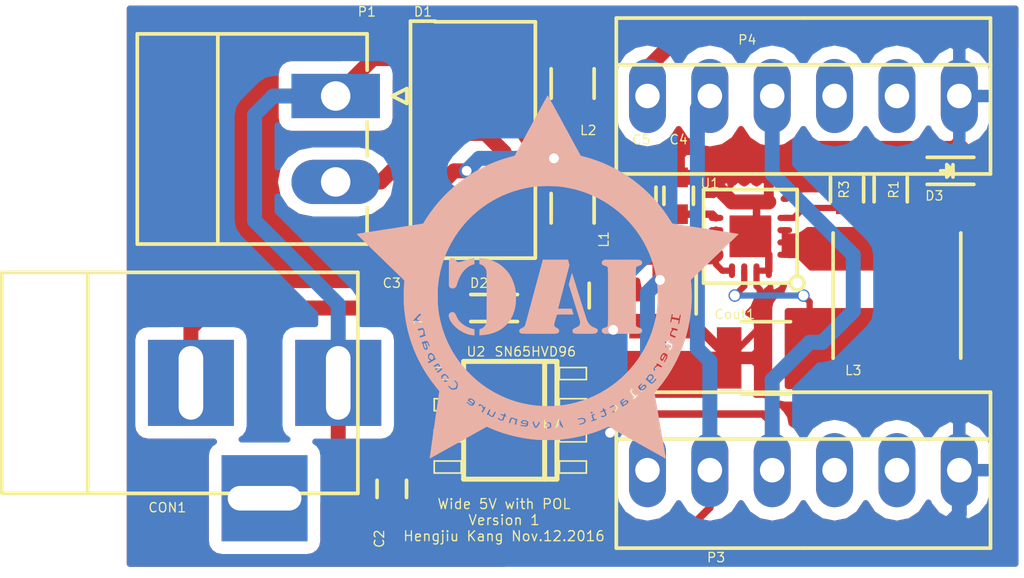
<source format=kicad_pcb>
(kicad_pcb (version 4) (host pcbnew 4.0.4-stable)

  (general
    (links 53)
    (no_connects 0)
    (area 107.206979 97.181999 148.944001 120.750001)
    (thickness 1.6)
    (drawings 7)
    (tracks 180)
    (zones 0)
    (modules 22)
    (nets 22)
  )

  (page A4)
  (layers
    (0 F.Cu signal)
    (31 B.Cu signal)
    (32 B.Adhes user)
    (33 F.Adhes user)
    (34 B.Paste user)
    (35 F.Paste user)
    (36 B.SilkS user)
    (37 F.SilkS user)
    (38 B.Mask user)
    (39 F.Mask user)
    (40 Dwgs.User user)
    (41 Cmts.User user)
    (42 Eco1.User user)
    (43 Eco2.User user)
    (44 Edge.Cuts user)
    (45 Margin user)
    (46 B.CrtYd user)
    (47 F.CrtYd user)
    (48 B.Fab user)
    (49 F.Fab user)
  )

  (setup
    (last_trace_width 0.3048)
    (user_trace_width 0.254)
    (user_trace_width 0.3048)
    (user_trace_width 0.4064)
    (user_trace_width 0.6096)
    (trace_clearance 0.0254)
    (zone_clearance 0.508)
    (zone_45_only no)
    (trace_min 0.2)
    (segment_width 0.2)
    (edge_width 0.1)
    (via_size 0.508)
    (via_drill 0.4)
    (via_min_size 0.4)
    (via_min_drill 0.3)
    (uvia_size 0.3)
    (uvia_drill 0.1)
    (uvias_allowed no)
    (uvia_min_size 0.2)
    (uvia_min_drill 0.1)
    (pcb_text_width 0.3)
    (pcb_text_size 0.762 0.762)
    (mod_edge_width 0.15)
    (mod_text_size 0.381 0.381)
    (mod_text_width 0.0508)
    (pad_size 1.5 1.5)
    (pad_drill 0.6)
    (pad_to_mask_clearance 0)
    (aux_axis_origin 0 0)
    (visible_elements 7FFFFFFF)
    (pcbplotparams
      (layerselection 0x020f0_80000001)
      (usegerberextensions false)
      (excludeedgelayer true)
      (linewidth 0.100000)
      (plotframeref false)
      (viasonmask false)
      (mode 1)
      (useauxorigin false)
      (hpglpennumber 1)
      (hpglpenspeed 20)
      (hpglpendiameter 15)
      (hpglpenoverlay 2)
      (psnegative false)
      (psa4output false)
      (plotreference true)
      (plotvalue true)
      (plotinvisibletext false)
      (padsonsilk false)
      (subtractmaskfromsilk false)
      (outputformat 1)
      (mirror false)
      (drillshape 0)
      (scaleselection 1)
      (outputdirectory pol_5V_output/gerber))
  )

  (net 0 "")
  (net 1 /V+)
  (net 2 "Net-(C2-Pad2)")
  (net 3 /V-)
  (net 4 "Net-(C3-Pad2)")
  (net 5 GND)
  (net 6 "Net-(C4-Pad2)")
  (net 7 /V_RAW)
  (net 8 /V5V)
  (net 9 "Net-(D1-Pad1)")
  (net 10 "Net-(D1-Pad3)")
  (net 11 "Net-(L3-Pad1)")
  (net 12 "Net-(R1-Pad2)")
  (net 13 /D)
  (net 14 /R)
  (net 15 "Net-(P3-Pad4)")
  (net 16 "Net-(P3-Pad5)")
  (net 17 "Net-(P4-Pad4)")
  (net 18 "Net-(P4-Pad5)")
  (net 19 "Net-(D2-Pad2)")
  (net 20 "Net-(CON1-Pad3)")
  (net 21 "Net-(D3-Pad2)")

  (net_class Default "This is the default net class."
    (clearance 0.0254)
    (trace_width 0.3048)
    (via_dia 0.508)
    (via_drill 0.4)
    (uvia_dia 0.3)
    (uvia_drill 0.1)
    (add_net /R)
    (add_net "Net-(CON1-Pad3)")
    (add_net "Net-(D2-Pad2)")
    (add_net "Net-(D3-Pad2)")
    (add_net "Net-(P3-Pad4)")
    (add_net "Net-(P3-Pad5)")
    (add_net "Net-(P4-Pad4)")
    (add_net "Net-(P4-Pad5)")
  )

  (net_class power ""
    (clearance 0.0254)
    (trace_width 0.6096)
    (via_dia 0.508)
    (via_drill 0.4)
    (uvia_dia 0.3)
    (uvia_drill 0.1)
    (add_net /V+)
    (add_net /V-)
    (add_net /V5V)
    (add_net /V_RAW)
    (add_net GND)
  )

  (net_class thin ""
    (clearance 0.0254)
    (trace_width 0.254)
    (via_dia 0.508)
    (via_drill 0.4)
    (uvia_dia 0.3)
    (uvia_drill 0.1)
    (add_net /D)
    (add_net "Net-(C2-Pad2)")
    (add_net "Net-(C3-Pad2)")
    (add_net "Net-(C4-Pad2)")
    (add_net "Net-(D1-Pad1)")
    (add_net "Net-(D1-Pad3)")
    (add_net "Net-(L3-Pad1)")
    (add_net "Net-(R1-Pad2)")
  )

  (module Capacitors_SMD:C_0603 (layer F.Cu) (tedit 582114C2) (tstamp 5820D06B)
    (at 123.19 117.094 90)
    (descr "Capacitor SMD 0603, reflow soldering, AVX (see smccp.pdf)")
    (tags "capacitor 0603")
    (path /581E7E64)
    (attr smd)
    (fp_text reference C2 (at -2.032 -0.508 90) (layer F.SilkS)
      (effects (font (size 0.381 0.381) (thickness 0.0508)))
    )
    (fp_text value 10uF (at -2.159 0.254 90) (layer F.Fab)
      (effects (font (size 0.381 0.381) (thickness 0.0508)))
    )
    (fp_line (start -0.8 0.4) (end -0.8 -0.4) (layer F.Fab) (width 0.15))
    (fp_line (start 0.8 0.4) (end -0.8 0.4) (layer F.Fab) (width 0.15))
    (fp_line (start 0.8 -0.4) (end 0.8 0.4) (layer F.Fab) (width 0.15))
    (fp_line (start -0.8 -0.4) (end 0.8 -0.4) (layer F.Fab) (width 0.15))
    (fp_line (start -1.45 -0.75) (end 1.45 -0.75) (layer F.CrtYd) (width 0.05))
    (fp_line (start -1.45 0.75) (end 1.45 0.75) (layer F.CrtYd) (width 0.05))
    (fp_line (start -1.45 -0.75) (end -1.45 0.75) (layer F.CrtYd) (width 0.05))
    (fp_line (start 1.45 -0.75) (end 1.45 0.75) (layer F.CrtYd) (width 0.05))
    (fp_line (start -0.35 -0.6) (end 0.35 -0.6) (layer F.SilkS) (width 0.15))
    (fp_line (start 0.35 0.6) (end -0.35 0.6) (layer F.SilkS) (width 0.15))
    (pad 1 smd rect (at -0.75 0 90) (size 0.8 0.75) (layers F.Cu F.Paste F.Mask)
      (net 1 /V+))
    (pad 2 smd rect (at 0.75 0 90) (size 0.8 0.75) (layers F.Cu F.Paste F.Mask)
      (net 2 "Net-(C2-Pad2)"))
    (model Capacitors_SMD.3dshapes/C_0603.wrl
      (at (xyz 0 0 0))
      (scale (xyz 1 1 1))
      (rotate (xyz 0 0 0))
    )
  )

  (module Capacitors_SMD:C_0603 (layer F.Cu) (tedit 5827EA85) (tstamp 5820D071)
    (at 124.206 109.728)
    (descr "Capacitor SMD 0603, reflow soldering, AVX (see smccp.pdf)")
    (tags "capacitor 0603")
    (path /581E7EE9)
    (attr smd)
    (fp_text reference C3 (at -1.016 -1.016) (layer F.SilkS)
      (effects (font (size 0.381 0.381) (thickness 0.0508)))
    )
    (fp_text value 10uF (at 0.254 -1.016) (layer F.Fab)
      (effects (font (size 0.381 0.381) (thickness 0.0508)))
    )
    (fp_line (start -0.8 0.4) (end -0.8 -0.4) (layer F.Fab) (width 0.15))
    (fp_line (start 0.8 0.4) (end -0.8 0.4) (layer F.Fab) (width 0.15))
    (fp_line (start 0.8 -0.4) (end 0.8 0.4) (layer F.Fab) (width 0.15))
    (fp_line (start -0.8 -0.4) (end 0.8 -0.4) (layer F.Fab) (width 0.15))
    (fp_line (start -1.45 -0.75) (end 1.45 -0.75) (layer F.CrtYd) (width 0.05))
    (fp_line (start -1.45 0.75) (end 1.45 0.75) (layer F.CrtYd) (width 0.05))
    (fp_line (start -1.45 -0.75) (end -1.45 0.75) (layer F.CrtYd) (width 0.05))
    (fp_line (start 1.45 -0.75) (end 1.45 0.75) (layer F.CrtYd) (width 0.05))
    (fp_line (start -0.35 -0.6) (end 0.35 -0.6) (layer F.SilkS) (width 0.15))
    (fp_line (start 0.35 0.6) (end -0.35 0.6) (layer F.SilkS) (width 0.15))
    (pad 1 smd rect (at -0.75 0) (size 0.8 0.75) (layers F.Cu F.Paste F.Mask)
      (net 3 /V-))
    (pad 2 smd rect (at 0.75 0) (size 0.8 0.75) (layers F.Cu F.Paste F.Mask)
      (net 4 "Net-(C3-Pad2)"))
    (model Capacitors_SMD.3dshapes/C_0603.wrl
      (at (xyz 0 0 0))
      (scale (xyz 1 1 1))
      (rotate (xyz 0 0 0))
    )
  )

  (module Capacitors_SMD:C_0603 (layer F.Cu) (tedit 5827EB17) (tstamp 5820D077)
    (at 134.874 105.156 270)
    (descr "Capacitor SMD 0603, reflow soldering, AVX (see smccp.pdf)")
    (tags "capacitor 0603")
    (path /5820D0D9)
    (attr smd)
    (fp_text reference C4 (at -2.286 0 360) (layer F.SilkS)
      (effects (font (size 0.381 0.381) (thickness 0.0508)))
    )
    (fp_text value 3.3nF (at -1.778 0 360) (layer F.Fab)
      (effects (font (size 0.381 0.381) (thickness 0.0508)))
    )
    (fp_line (start -0.8 0.4) (end -0.8 -0.4) (layer F.Fab) (width 0.15))
    (fp_line (start 0.8 0.4) (end -0.8 0.4) (layer F.Fab) (width 0.15))
    (fp_line (start 0.8 -0.4) (end 0.8 0.4) (layer F.Fab) (width 0.15))
    (fp_line (start -0.8 -0.4) (end 0.8 -0.4) (layer F.Fab) (width 0.15))
    (fp_line (start -1.45 -0.75) (end 1.45 -0.75) (layer F.CrtYd) (width 0.05))
    (fp_line (start -1.45 0.75) (end 1.45 0.75) (layer F.CrtYd) (width 0.05))
    (fp_line (start -1.45 -0.75) (end -1.45 0.75) (layer F.CrtYd) (width 0.05))
    (fp_line (start 1.45 -0.75) (end 1.45 0.75) (layer F.CrtYd) (width 0.05))
    (fp_line (start -0.35 -0.6) (end 0.35 -0.6) (layer F.SilkS) (width 0.15))
    (fp_line (start 0.35 0.6) (end -0.35 0.6) (layer F.SilkS) (width 0.15))
    (pad 1 smd rect (at -0.75 0 270) (size 0.8 0.75) (layers F.Cu F.Paste F.Mask)
      (net 5 GND))
    (pad 2 smd rect (at 0.75 0 270) (size 0.8 0.75) (layers F.Cu F.Paste F.Mask)
      (net 6 "Net-(C4-Pad2)"))
    (model Capacitors_SMD.3dshapes/C_0603.wrl
      (at (xyz 0 0 0))
      (scale (xyz 1 1 1))
      (rotate (xyz 0 0 0))
    )
  )

  (module Capacitors_SMD:C_0603 (layer F.Cu) (tedit 5827EB1C) (tstamp 5820D07D)
    (at 133.35 105.156 90)
    (descr "Capacitor SMD 0603, reflow soldering, AVX (see smccp.pdf)")
    (tags "capacitor 0603")
    (path /5820D0B0)
    (attr smd)
    (fp_text reference C5 (at 2.286 0 360) (layer F.SilkS)
      (effects (font (size 0.381 0.381) (thickness 0.0508)))
    )
    (fp_text value 0.1uF (at 1.778 0 180) (layer F.Fab)
      (effects (font (size 0.381 0.381) (thickness 0.0508)))
    )
    (fp_line (start -0.8 0.4) (end -0.8 -0.4) (layer F.Fab) (width 0.15))
    (fp_line (start 0.8 0.4) (end -0.8 0.4) (layer F.Fab) (width 0.15))
    (fp_line (start 0.8 -0.4) (end 0.8 0.4) (layer F.Fab) (width 0.15))
    (fp_line (start -0.8 -0.4) (end 0.8 -0.4) (layer F.Fab) (width 0.15))
    (fp_line (start -1.45 -0.75) (end 1.45 -0.75) (layer F.CrtYd) (width 0.05))
    (fp_line (start -1.45 0.75) (end 1.45 0.75) (layer F.CrtYd) (width 0.05))
    (fp_line (start -1.45 -0.75) (end -1.45 0.75) (layer F.CrtYd) (width 0.05))
    (fp_line (start 1.45 -0.75) (end 1.45 0.75) (layer F.CrtYd) (width 0.05))
    (fp_line (start -0.35 -0.6) (end 0.35 -0.6) (layer F.SilkS) (width 0.15))
    (fp_line (start 0.35 0.6) (end -0.35 0.6) (layer F.SilkS) (width 0.15))
    (pad 1 smd rect (at -0.75 0 90) (size 0.8 0.75) (layers F.Cu F.Paste F.Mask)
      (net 7 /V_RAW))
    (pad 2 smd rect (at 0.75 0 90) (size 0.8 0.75) (layers F.Cu F.Paste F.Mask)
      (net 5 GND))
    (model Capacitors_SMD.3dshapes/C_0603.wrl
      (at (xyz 0 0 0))
      (scale (xyz 1 1 1))
      (rotate (xyz 0 0 0))
    )
  )

  (module Capacitors_SMD:C_1210 (layer F.Cu) (tedit 5827EAE8) (tstamp 5820D083)
    (at 134.112 108.966 270)
    (descr "Capacitor SMD 1210, reflow soldering, AVX (see smccp.pdf)")
    (tags "capacitor 1210")
    (path /5820D003)
    (attr smd)
    (fp_text reference Cin1 (at 0.508 1.778 450) (layer F.SilkS)
      (effects (font (size 0.381 0.381) (thickness 0.0508)))
    )
    (fp_text value 10uF (at -0.762 1.778 450) (layer F.Fab)
      (effects (font (size 0.381 0.381) (thickness 0.0508)))
    )
    (fp_line (start -1.6 1.25) (end -1.6 -1.25) (layer F.Fab) (width 0.15))
    (fp_line (start 1.6 1.25) (end -1.6 1.25) (layer F.Fab) (width 0.15))
    (fp_line (start 1.6 -1.25) (end 1.6 1.25) (layer F.Fab) (width 0.15))
    (fp_line (start -1.6 -1.25) (end 1.6 -1.25) (layer F.Fab) (width 0.15))
    (fp_line (start -2.3 -1.6) (end 2.3 -1.6) (layer F.CrtYd) (width 0.05))
    (fp_line (start -2.3 1.6) (end 2.3 1.6) (layer F.CrtYd) (width 0.05))
    (fp_line (start -2.3 -1.6) (end -2.3 1.6) (layer F.CrtYd) (width 0.05))
    (fp_line (start 2.3 -1.6) (end 2.3 1.6) (layer F.CrtYd) (width 0.05))
    (fp_line (start 1 -1.475) (end -1 -1.475) (layer F.SilkS) (width 0.15))
    (fp_line (start -1 1.475) (end 1 1.475) (layer F.SilkS) (width 0.15))
    (pad 1 smd rect (at -1.5 0 270) (size 1 2.5) (layers F.Cu F.Paste F.Mask)
      (net 7 /V_RAW))
    (pad 2 smd rect (at 1.5 0 270) (size 1 2.5) (layers F.Cu F.Paste F.Mask)
      (net 5 GND))
    (model Capacitors_SMD.3dshapes/C_1210.wrl
      (at (xyz 0 0 0))
      (scale (xyz 1 1 1))
      (rotate (xyz 0 0 0))
    )
  )

  (module Capacitors_SMD:C_1210 (layer F.Cu) (tedit 5827EAFC) (tstamp 5820D089)
    (at 138.43 111.76 180)
    (descr "Capacitor SMD 1210, reflow soldering, AVX (see smccp.pdf)")
    (tags "capacitor 1210")
    (path /5820D10A)
    (attr smd)
    (fp_text reference Cout1 (at 1.27 1.778 180) (layer F.SilkS)
      (effects (font (size 0.381 0.381) (thickness 0.0508)))
    )
    (fp_text value 22uF (at -0.508 1.778 180) (layer F.Fab)
      (effects (font (size 0.381 0.381) (thickness 0.0508)))
    )
    (fp_line (start -1.6 1.25) (end -1.6 -1.25) (layer F.Fab) (width 0.15))
    (fp_line (start 1.6 1.25) (end -1.6 1.25) (layer F.Fab) (width 0.15))
    (fp_line (start 1.6 -1.25) (end 1.6 1.25) (layer F.Fab) (width 0.15))
    (fp_line (start -1.6 -1.25) (end 1.6 -1.25) (layer F.Fab) (width 0.15))
    (fp_line (start -2.3 -1.6) (end 2.3 -1.6) (layer F.CrtYd) (width 0.05))
    (fp_line (start -2.3 1.6) (end 2.3 1.6) (layer F.CrtYd) (width 0.05))
    (fp_line (start -2.3 -1.6) (end -2.3 1.6) (layer F.CrtYd) (width 0.05))
    (fp_line (start 2.3 -1.6) (end 2.3 1.6) (layer F.CrtYd) (width 0.05))
    (fp_line (start 1 -1.475) (end -1 -1.475) (layer F.SilkS) (width 0.15))
    (fp_line (start -1 1.475) (end 1 1.475) (layer F.SilkS) (width 0.15))
    (pad 1 smd rect (at -1.5 0 180) (size 1 2.5) (layers F.Cu F.Paste F.Mask)
      (net 8 /V5V))
    (pad 2 smd rect (at 1.5 0 180) (size 1 2.5) (layers F.Cu F.Paste F.Mask)
      (net 5 GND))
    (model Capacitors_SMD.3dshapes/C_1210.wrl
      (at (xyz 0 0 0))
      (scale (xyz 1 1 1))
      (rotate (xyz 0 0 0))
    )
  )

  (module Klibrary:SOIC-4 (layer F.Cu) (tedit 582114B5) (tstamp 5820D097)
    (at 126.492 102.87)
    (path /581E7A23)
    (fp_text reference D1 (at -2.032 -5.207 180) (layer F.SilkS)
      (effects (font (size 0.381 0.381) (thickness 0.0508)))
    )
    (fp_text value Diode_Bridge (at 0 0) (layer F.Fab)
      (effects (font (size 0.381 0.381) (thickness 0.0508)))
    )
    (fp_line (start 2.54 4.826) (end -1.778 4.826) (layer F.SilkS) (width 0.15))
    (fp_line (start -1.778 4.826) (end -2.54 4.064) (layer F.SilkS) (width 0.15))
    (fp_line (start -2.54 4.064) (end -2.54 -4.826) (layer F.SilkS) (width 0.15))
    (fp_line (start -2.54 -4.826) (end -1.524 -4.826) (layer F.SilkS) (width 0.15))
    (fp_line (start 2.545 4.8) (end 2.545 -4.8) (layer F.SilkS) (width 0.15))
    (fp_line (start 2.545 -4.8) (end -1.545 -4.8) (layer F.SilkS) (width 0.15))
    (pad 4 smd rect (at -1.27 -3.25) (size 1.55 2.1) (layers F.Cu F.Paste F.Mask)
      (net 1 /V+))
    (pad 1 smd rect (at -1.27 3.25) (size 1.55 2.1) (layers F.Cu F.Paste F.Mask)
      (net 9 "Net-(D1-Pad1)"))
    (pad 3 smd rect (at 1.27 -3.25) (size 1.55 2.1) (layers F.Cu F.Paste F.Mask)
      (net 10 "Net-(D1-Pad3)"))
    (pad 2 smd rect (at 1.27 3.25) (size 1.55 2.1) (layers F.Cu F.Paste F.Mask)
      (net 3 /V-))
  )

  (module Resistors_SMD:R_0805 (layer F.Cu) (tedit 5827EA63) (tstamp 5820D09D)
    (at 130.556 105.664 270)
    (descr "Resistor SMD 0805, reflow soldering, Vishay (see dcrcw.pdf)")
    (tags "resistor 0805")
    (path /581E7B2C)
    (attr smd)
    (fp_text reference L1 (at 1.27 -1.27 270) (layer F.SilkS)
      (effects (font (size 0.381 0.381) (thickness 0.0508)))
    )
    (fp_text value 10uH (at -0.762 -1.27 450) (layer F.Fab)
      (effects (font (size 0.381 0.381) (thickness 0.0508)))
    )
    (fp_line (start -1.6 -1) (end 1.6 -1) (layer F.CrtYd) (width 0.05))
    (fp_line (start -1.6 1) (end 1.6 1) (layer F.CrtYd) (width 0.05))
    (fp_line (start -1.6 -1) (end -1.6 1) (layer F.CrtYd) (width 0.05))
    (fp_line (start 1.6 -1) (end 1.6 1) (layer F.CrtYd) (width 0.05))
    (fp_line (start 0.6 0.875) (end -0.6 0.875) (layer F.SilkS) (width 0.15))
    (fp_line (start -0.6 -0.875) (end 0.6 -0.875) (layer F.SilkS) (width 0.15))
    (pad 1 smd rect (at -0.95 0 270) (size 0.7 1.3) (layers F.Cu F.Paste F.Mask)
      (net 9 "Net-(D1-Pad1)"))
    (pad 2 smd rect (at 0.95 0 270) (size 0.7 1.3) (layers F.Cu F.Paste F.Mask)
      (net 7 /V_RAW))
    (model Resistors_SMD.3dshapes/R_0805.wrl
      (at (xyz 0 0 0))
      (scale (xyz 1 1 1))
      (rotate (xyz 0 0 0))
    )
  )

  (module Resistors_SMD:R_0805 (layer F.Cu) (tedit 582114F7) (tstamp 5820D0A3)
    (at 130.556 100.584 90)
    (descr "Resistor SMD 0805, reflow soldering, Vishay (see dcrcw.pdf)")
    (tags "resistor 0805")
    (path /581E7BA4)
    (attr smd)
    (fp_text reference L2 (at -1.905 0.635 180) (layer F.SilkS)
      (effects (font (size 0.381 0.381) (thickness 0.0508)))
    )
    (fp_text value 10uH (at -1.905 -0.635 180) (layer F.Fab)
      (effects (font (size 0.381 0.381) (thickness 0.0508)))
    )
    (fp_line (start -1.6 -1) (end 1.6 -1) (layer F.CrtYd) (width 0.05))
    (fp_line (start -1.6 1) (end 1.6 1) (layer F.CrtYd) (width 0.05))
    (fp_line (start -1.6 -1) (end -1.6 1) (layer F.CrtYd) (width 0.05))
    (fp_line (start 1.6 -1) (end 1.6 1) (layer F.CrtYd) (width 0.05))
    (fp_line (start 0.6 0.875) (end -0.6 0.875) (layer F.SilkS) (width 0.15))
    (fp_line (start -0.6 -0.875) (end 0.6 -0.875) (layer F.SilkS) (width 0.15))
    (pad 1 smd rect (at -0.95 0 90) (size 0.7 1.3) (layers F.Cu F.Paste F.Mask)
      (net 5 GND))
    (pad 2 smd rect (at 0.95 0 90) (size 0.7 1.3) (layers F.Cu F.Paste F.Mask)
      (net 10 "Net-(D1-Pad3)"))
    (model Resistors_SMD.3dshapes/R_0805.wrl
      (at (xyz 0 0 0))
      (scale (xyz 1 1 1))
      (rotate (xyz 0 0 0))
    )
  )

  (module Connectors_Phoenix:PhoenixContact_MC-G_02x3.50mm_Angled (layer F.Cu) (tedit 582114B8) (tstamp 5820D0AF)
    (at 120.904 101.092 270)
    (descr "Generic Phoenix Contact connector footprint for series: MC-G; number of pins: 02; pin pitch: 3.50mm; Angled || order number: 1844210 8A 160V")
    (tags "phoenix_contact connector MC_01x02_G_3.5mm")
    (path /5820CFF3)
    (fp_text reference P1 (at -3.429 -1.27 360) (layer F.SilkS)
      (effects (font (size 0.381 0.381) (thickness 0.0508)))
    )
    (fp_text value CONN_01X02 (at 1.75 9.5 270) (layer F.Fab)
      (effects (font (size 0.381 0.381) (thickness 0.0508)))
    )
    (fp_line (start -2.53 -1.28) (end -2.53 8.08) (layer F.SilkS) (width 0.15))
    (fp_line (start -2.53 8.08) (end 6.03 8.08) (layer F.SilkS) (width 0.15))
    (fp_line (start 6.03 8.08) (end 6.03 -1.28) (layer F.SilkS) (width 0.15))
    (fp_line (start -2.53 -1.28) (end -1.05 -1.28) (layer F.SilkS) (width 0.15))
    (fp_line (start 6.03 -1.28) (end 4.55 -1.28) (layer F.SilkS) (width 0.15))
    (fp_line (start 1.05 -1.28) (end 2.45 -1.28) (layer F.SilkS) (width 0.15))
    (fp_line (start -2.53 4.8) (end 6.03 4.8) (layer F.SilkS) (width 0.15))
    (fp_line (start -3.05 -2.3) (end -3.05 8.5) (layer F.CrtYd) (width 0.05))
    (fp_line (start -3.05 8.5) (end 6.45 8.5) (layer F.CrtYd) (width 0.05))
    (fp_line (start 6.45 8.5) (end 6.45 -2.3) (layer F.CrtYd) (width 0.05))
    (fp_line (start 6.45 -2.3) (end -3.05 -2.3) (layer F.CrtYd) (width 0.05))
    (fp_line (start 0 -2.3) (end 0.3 -2.9) (layer F.SilkS) (width 0.15))
    (fp_line (start 0.3 -2.9) (end -0.3 -2.9) (layer F.SilkS) (width 0.15))
    (fp_line (start -0.3 -2.9) (end 0 -2.3) (layer F.SilkS) (width 0.15))
    (pad 1 thru_hole rect (at 0 0 270) (size 1.8 3.6) (drill 1.2) (layers *.Cu *.Mask)
      (net 1 /V+))
    (pad 2 thru_hole oval (at 3.5 0 270) (size 1.8 3.6) (drill 1.2) (layers *.Cu *.Mask)
      (net 3 /V-))
    (model Connectors_Phoenix.3dshapes/PhoenixContact_MC-G_02x3.50mm_Angled.wrl
      (at (xyz 0 0 0))
      (scale (xyz 1 1 1))
      (rotate (xyz 0 0 0))
    )
  )

  (module Resistors_SMD:R_0603 (layer F.Cu) (tedit 5827EABA) (tstamp 5820D0BB)
    (at 141.732 104.902 270)
    (descr "Resistor SMD 0603, reflow soldering, Vishay (see dcrcw.pdf)")
    (tags "resistor 0603")
    (path /5820D17A)
    (attr smd)
    (fp_text reference R1 (at 0 -1.9 270) (layer F.SilkS)
      (effects (font (size 0.381 0.381) (thickness 0.0508)))
    )
    (fp_text value 100K (at -1.524 0 360) (layer F.Fab)
      (effects (font (size 0.381 0.381) (thickness 0.0508)))
    )
    (fp_line (start -1.3 -0.8) (end 1.3 -0.8) (layer F.CrtYd) (width 0.05))
    (fp_line (start -1.3 0.8) (end 1.3 0.8) (layer F.CrtYd) (width 0.05))
    (fp_line (start -1.3 -0.8) (end -1.3 0.8) (layer F.CrtYd) (width 0.05))
    (fp_line (start 1.3 -0.8) (end 1.3 0.8) (layer F.CrtYd) (width 0.05))
    (fp_line (start 0.5 0.675) (end -0.5 0.675) (layer F.SilkS) (width 0.15))
    (fp_line (start -0.5 -0.675) (end 0.5 -0.675) (layer F.SilkS) (width 0.15))
    (pad 1 smd rect (at -0.75 0 270) (size 0.5 0.9) (layers F.Cu F.Paste F.Mask)
      (net 8 /V5V))
    (pad 2 smd rect (at 0.75 0 270) (size 0.5 0.9) (layers F.Cu F.Paste F.Mask)
      (net 12 "Net-(R1-Pad2)"))
    (model Resistors_SMD.3dshapes/R_0603.wrl
      (at (xyz 0 0 0))
      (scale (xyz 1 1 1))
      (rotate (xyz 0 0 0))
    )
  )

  (module KLibrary:KLibrary-SOIC8 (layer F.Cu) (tedit 5827EA91) (tstamp 5820D0E5)
    (at 128.016 114.3 90)
    (descr "SMALL OUTLINE IC")
    (tags "SMALL OUTLINE IC")
    (path /581E7D8E)
    (attr smd)
    (fp_text reference U2 (at 2.794 -1.397 180) (layer F.SilkS)
      (effects (font (size 0.381 0.381) (thickness 0.0508)))
    )
    (fp_text value SN65HVD96 (at 2.794 1.016 180) (layer F.SilkS)
      (effects (font (size 0.381 0.381) (thickness 0.0508)))
    )
    (fp_line (start -2.14884 3.0988) (end -1.65862 3.0988) (layer F.SilkS) (width 0.06604))
    (fp_line (start -1.65862 3.0988) (end -1.65862 1.99898) (layer F.SilkS) (width 0.06604))
    (fp_line (start -2.14884 1.99898) (end -1.65862 1.99898) (layer F.SilkS) (width 0.06604))
    (fp_line (start -2.14884 3.0988) (end -2.14884 1.99898) (layer F.SilkS) (width 0.06604))
    (fp_line (start -0.87884 3.0988) (end -0.38862 3.0988) (layer F.SilkS) (width 0.06604))
    (fp_line (start -0.38862 3.0988) (end -0.38862 1.99898) (layer F.SilkS) (width 0.06604))
    (fp_line (start -0.87884 1.99898) (end -0.38862 1.99898) (layer F.SilkS) (width 0.06604))
    (fp_line (start -0.87884 3.0988) (end -0.87884 1.99898) (layer F.SilkS) (width 0.06604))
    (fp_line (start 0.38862 3.0988) (end 0.87884 3.0988) (layer F.SilkS) (width 0.06604))
    (fp_line (start 0.87884 3.0988) (end 0.87884 1.99898) (layer F.SilkS) (width 0.06604))
    (fp_line (start 0.38862 1.99898) (end 0.87884 1.99898) (layer F.SilkS) (width 0.06604))
    (fp_line (start 0.38862 3.0988) (end 0.38862 1.99898) (layer F.SilkS) (width 0.06604))
    (fp_line (start 1.65862 3.0988) (end 2.14884 3.0988) (layer F.SilkS) (width 0.06604))
    (fp_line (start 2.14884 3.0988) (end 2.14884 1.99898) (layer F.SilkS) (width 0.06604))
    (fp_line (start 1.65862 1.99898) (end 2.14884 1.99898) (layer F.SilkS) (width 0.06604))
    (fp_line (start 1.65862 3.0988) (end 1.65862 1.99898) (layer F.SilkS) (width 0.06604))
    (fp_line (start 1.65862 -1.99898) (end 2.14884 -1.99898) (layer F.SilkS) (width 0.06604))
    (fp_line (start 2.14884 -1.99898) (end 2.14884 -3.0988) (layer F.SilkS) (width 0.06604))
    (fp_line (start 1.65862 -3.0988) (end 2.14884 -3.0988) (layer F.SilkS) (width 0.06604))
    (fp_line (start 1.65862 -1.99898) (end 1.65862 -3.0988) (layer F.SilkS) (width 0.06604))
    (fp_line (start 0.38862 -1.99898) (end 0.87884 -1.99898) (layer F.SilkS) (width 0.06604))
    (fp_line (start 0.87884 -1.99898) (end 0.87884 -3.0988) (layer F.SilkS) (width 0.06604))
    (fp_line (start 0.38862 -3.0988) (end 0.87884 -3.0988) (layer F.SilkS) (width 0.06604))
    (fp_line (start 0.38862 -1.99898) (end 0.38862 -3.0988) (layer F.SilkS) (width 0.06604))
    (fp_line (start -0.87884 -1.99898) (end -0.38862 -1.99898) (layer F.SilkS) (width 0.06604))
    (fp_line (start -0.38862 -1.99898) (end -0.38862 -3.0988) (layer F.SilkS) (width 0.06604))
    (fp_line (start -0.87884 -3.0988) (end -0.38862 -3.0988) (layer F.SilkS) (width 0.06604))
    (fp_line (start -0.87884 -1.99898) (end -0.87884 -3.0988) (layer F.SilkS) (width 0.06604))
    (fp_line (start -2.14884 -1.99898) (end -1.65862 -1.99898) (layer F.SilkS) (width 0.06604))
    (fp_line (start -1.65862 -1.99898) (end -1.65862 -3.0988) (layer F.SilkS) (width 0.06604))
    (fp_line (start -2.14884 -3.0988) (end -1.65862 -3.0988) (layer F.SilkS) (width 0.06604))
    (fp_line (start -2.14884 -1.99898) (end -2.14884 -3.0988) (layer F.SilkS) (width 0.06604))
    (fp_line (start 2.39776 -1.89992) (end 2.39776 1.39954) (layer F.SilkS) (width 0.2032))
    (fp_line (start 2.39776 1.39954) (end 2.39776 1.89992) (layer F.SilkS) (width 0.2032))
    (fp_line (start 2.39776 1.89992) (end -2.39776 1.89992) (layer F.SilkS) (width 0.2032))
    (fp_line (start -2.39776 1.89992) (end -2.39776 1.39954) (layer F.SilkS) (width 0.2032))
    (fp_line (start -2.39776 1.39954) (end -2.39776 -1.89992) (layer F.SilkS) (width 0.2032))
    (fp_line (start -2.39776 -1.89992) (end 2.39776 -1.89992) (layer F.SilkS) (width 0.2032))
    (fp_line (start 2.39776 1.39954) (end -2.39776 1.39954) (layer F.SilkS) (width 0.2032))
    (pad 1 smd rect (at -1.905 2.59842 90) (size 0.59944 2.19964) (layers F.Cu F.Paste F.Mask)
      (net 14 /R))
    (pad 2 smd rect (at -0.635 2.59842 90) (size 0.59944 2.19964) (layers F.Cu F.Paste F.Mask)
      (net 5 GND))
    (pad 3 smd rect (at 0.635 2.59842 90) (size 0.59944 2.19964) (layers F.Cu F.Paste F.Mask)
      (net 8 /V5V))
    (pad 4 smd rect (at 1.905 2.59842 90) (size 0.59944 2.19964) (layers F.Cu F.Paste F.Mask)
      (net 13 /D))
    (pad 5 smd rect (at 1.905 -2.59842 90) (size 0.59944 2.19964) (layers F.Cu F.Paste F.Mask)
      (net 5 GND))
    (pad 6 smd rect (at 0.635 -2.59842 90) (size 0.59944 2.19964) (layers F.Cu F.Paste F.Mask)
      (net 4 "Net-(C3-Pad2)"))
    (pad 7 smd rect (at -0.635 -2.59842 90) (size 0.59944 2.19964) (layers F.Cu F.Paste F.Mask)
      (net 2 "Net-(C2-Pad2)"))
    (pad 8 smd rect (at -1.905 -2.59842 90) (size 0.59944 2.19964) (layers F.Cu F.Paste F.Mask)
      (net 8 /V5V))
  )

  (module Inductors:Inductor_Taiyo-Yuden_MD-5050 (layer F.Cu) (tedit 5827EB02) (tstamp 5820D568)
    (at 143.764 109.22 270)
    (descr "Inductor, Taiyo Yuden, MD series, Taiyo-Yuden_MD-5050, 5.0mmx5.0mm")
    (tags "inductor taiyo-yuden md smd")
    (path /5820D139)
    (attr smd)
    (fp_text reference L3 (at 3.048 1.778 360) (layer F.SilkS)
      (effects (font (size 0.381 0.381) (thickness 0.0508)))
    )
    (fp_text value 2.2uH (at 3.048 0 360) (layer F.Fab)
      (effects (font (size 0.381 0.381) (thickness 0.0508)))
    )
    (fp_line (start -2.5 -2.5) (end -2.5 2.5) (layer F.Fab) (width 0.15))
    (fp_line (start -2.5 2.5) (end 2.5 2.5) (layer F.Fab) (width 0.15))
    (fp_line (start 2.5 2.5) (end 2.5 -2.5) (layer F.Fab) (width 0.15))
    (fp_line (start 2.5 -2.5) (end -2.5 -2.5) (layer F.Fab) (width 0.15))
    (fp_line (start -2.55 -2.6) (end 2.55 -2.6) (layer F.SilkS) (width 0.15))
    (fp_line (start -2.55 2.6) (end 2.55 2.6) (layer F.SilkS) (width 0.15))
    (fp_line (start -2.8 -2.75) (end -2.8 2.75) (layer F.CrtYd) (width 0.05))
    (fp_line (start -2.8 2.75) (end 2.8 2.75) (layer F.CrtYd) (width 0.05))
    (fp_line (start 2.8 2.75) (end 2.8 -2.75) (layer F.CrtYd) (width 0.05))
    (fp_line (start 2.8 -2.75) (end -2.8 -2.75) (layer F.CrtYd) (width 0.05))
    (pad 1 smd rect (at -1.8 0 270) (size 1.5 4.2) (layers F.Cu F.Paste F.Mask)
      (net 11 "Net-(L3-Pad1)"))
    (pad 2 smd rect (at 1.8 0 270) (size 1.5 4.2) (layers F.Cu F.Paste F.Mask)
      (net 8 /V5V))
    (model Inductors.3dshapes/Inductor_Taiyo-Yuden_MD-5050.wrl
      (at (xyz 0 0 0))
      (scale (xyz 1 1 1))
      (rotate (xyz 0 0 0))
    )
  )

  (module Connect:PINHEAD1-6 (layer F.Cu) (tedit 5827EAF4) (tstamp 5820DA85)
    (at 139.954 116.332)
    (path /5820F357)
    (attr virtual)
    (fp_text reference P3 (at -3.556 3.556) (layer F.SilkS)
      (effects (font (size 0.381 0.381) (thickness 0.0508)))
    )
    (fp_text value CONN_01X06 (at -1.016 3.556) (layer F.Fab)
      (effects (font (size 0.381 0.381) (thickness 0.0508)))
    )
    (fp_line (start 0 3.175) (end 7.62 3.175) (layer F.SilkS) (width 0.15))
    (fp_line (start 0 -1.27) (end 7.62 -1.27) (layer F.SilkS) (width 0.15))
    (fp_line (start 0 -3.175) (end 7.62 -3.175) (layer F.SilkS) (width 0.15))
    (fp_line (start -7.62 -3.175) (end -7.62 3.175) (layer F.SilkS) (width 0.15))
    (fp_line (start 7.62 -3.175) (end 7.62 3.175) (layer F.SilkS) (width 0.15))
    (fp_line (start 0 -1.27) (end -7.62 -1.27) (layer F.SilkS) (width 0.15))
    (fp_line (start -7.62 -3.175) (end 0 -3.175) (layer F.SilkS) (width 0.15))
    (fp_line (start 0 3.175) (end -7.62 3.175) (layer F.SilkS) (width 0.15))
    (pad 1 thru_hole oval (at -6.35 0) (size 1.50622 3.01498) (drill 0.99822) (layers *.Cu *.Mask)
      (net 7 /V_RAW))
    (pad 2 thru_hole oval (at -3.81 0) (size 1.50622 3.01498) (drill 0.99822) (layers *.Cu *.Mask)
      (net 14 /R))
    (pad 3 thru_hole oval (at -1.27 0) (size 1.50622 3.01498) (drill 0.99822) (layers *.Cu *.Mask)
      (net 13 /D))
    (pad 4 thru_hole oval (at 1.27 0) (size 1.50622 3.01498) (drill 0.99822) (layers *.Cu *.Mask)
      (net 15 "Net-(P3-Pad4)"))
    (pad 5 thru_hole oval (at 3.81 0) (size 1.50622 3.01498) (drill 0.99822) (layers *.Cu *.Mask)
      (net 16 "Net-(P3-Pad5)"))
    (pad 6 thru_hole oval (at 6.35 0) (size 1.50622 3.01498) (drill 0.99822) (layers *.Cu *.Mask)
      (net 5 GND))
  )

  (module Connect:PINHEAD1-6 (layer F.Cu) (tedit 5827EAB5) (tstamp 5820DE0E)
    (at 139.954 101.092)
    (path /5820FE73)
    (attr virtual)
    (fp_text reference P4 (at -2.286 -2.286) (layer F.SilkS)
      (effects (font (size 0.381 0.381) (thickness 0.0508)))
    )
    (fp_text value CONN_01X06 (at 0.508 -2.286) (layer F.Fab)
      (effects (font (size 0.381 0.381) (thickness 0.0508)))
    )
    (fp_line (start 0 3.175) (end 7.62 3.175) (layer F.SilkS) (width 0.15))
    (fp_line (start 0 -1.27) (end 7.62 -1.27) (layer F.SilkS) (width 0.15))
    (fp_line (start 0 -3.175) (end 7.62 -3.175) (layer F.SilkS) (width 0.15))
    (fp_line (start -7.62 -3.175) (end -7.62 3.175) (layer F.SilkS) (width 0.15))
    (fp_line (start 7.62 -3.175) (end 7.62 3.175) (layer F.SilkS) (width 0.15))
    (fp_line (start 0 -1.27) (end -7.62 -1.27) (layer F.SilkS) (width 0.15))
    (fp_line (start -7.62 -3.175) (end 0 -3.175) (layer F.SilkS) (width 0.15))
    (fp_line (start 0 3.175) (end -7.62 3.175) (layer F.SilkS) (width 0.15))
    (pad 1 thru_hole oval (at -6.35 0) (size 1.50622 3.01498) (drill 0.99822) (layers *.Cu *.Mask)
      (net 8 /V5V))
    (pad 2 thru_hole oval (at -3.81 0) (size 1.50622 3.01498) (drill 0.99822) (layers *.Cu *.Mask)
      (net 14 /R))
    (pad 3 thru_hole oval (at -1.27 0) (size 1.50622 3.01498) (drill 0.99822) (layers *.Cu *.Mask)
      (net 13 /D))
    (pad 4 thru_hole oval (at 1.27 0) (size 1.50622 3.01498) (drill 0.99822) (layers *.Cu *.Mask)
      (net 17 "Net-(P4-Pad4)"))
    (pad 5 thru_hole oval (at 3.81 0) (size 1.50622 3.01498) (drill 0.99822) (layers *.Cu *.Mask)
      (net 18 "Net-(P4-Pad5)"))
    (pad 6 thru_hole oval (at 6.35 0) (size 1.50622 3.01498) (drill 0.99822) (layers *.Cu *.Mask)
      (net 5 GND))
  )

  (module Klibrary:VQFN_16 (layer F.Cu) (tedit 5827EAAF) (tstamp 5820EAE1)
    (at 137.795 106.807 180)
    (path /58211B93)
    (fp_text reference U1 (at 1.651 2.159 180) (layer F.SilkS)
      (effects (font (size 0.381 0.381) (thickness 0.0508)))
    )
    (fp_text value tps62153A (at -0.381 2.159 180) (layer F.Fab)
      (effects (font (size 0.381 0.381) (thickness 0.0508)))
    )
    (fp_line (start -1.651 -1.905) (end 1.905 -1.905) (layer F.SilkS) (width 0.15))
    (fp_line (start 1.905 -1.905) (end 1.905 1.905) (layer F.SilkS) (width 0.15))
    (fp_line (start 1.905 1.905) (end -1.905 1.905) (layer F.SilkS) (width 0.15))
    (fp_line (start -1.905 1.905) (end -1.905 -1.651) (layer F.SilkS) (width 0.15))
    (fp_circle (center -1.905 -1.905) (end -1.778 -1.651) (layer F.SilkS) (width 0.15))
    (pad 1 smd oval (at -1.4 -0.75 270) (size 0.25 0.6) (layers F.Cu F.Paste F.Mask)
      (net 11 "Net-(L3-Pad1)"))
    (pad 2 smd oval (at -1.4 -0.25 270) (size 0.25 0.6) (layers F.Cu F.Paste F.Mask)
      (net 11 "Net-(L3-Pad1)"))
    (pad 3 smd oval (at -1.4 0.25 270) (size 0.25 0.6) (layers F.Cu F.Paste F.Mask)
      (net 11 "Net-(L3-Pad1)"))
    (pad 4 smd oval (at -1.4 0.75 270) (size 0.25 0.6) (layers F.Cu F.Paste F.Mask)
      (net 12 "Net-(R1-Pad2)"))
    (pad 5 smd oval (at -0.75 1.4 180) (size 0.25 0.6) (layers F.Cu F.Paste F.Mask)
      (net 5 GND))
    (pad 6 smd oval (at -0.25 1.4 180) (size 0.25 0.6) (layers F.Cu F.Paste F.Mask)
      (net 5 GND))
    (pad 7 smd oval (at 0.25 1.4 180) (size 0.25 0.6) (layers F.Cu F.Paste F.Mask)
      (net 5 GND))
    (pad 8 smd oval (at 0.75 1.4 180) (size 0.25 0.6) (layers F.Cu F.Paste F.Mask)
      (net 5 GND))
    (pad 9 smd oval (at 1.4 0.75 270) (size 0.25 0.6) (layers F.Cu F.Paste F.Mask)
      (net 6 "Net-(C4-Pad2)"))
    (pad 10 smd oval (at 1.4 0.25 270) (size 0.25 0.6) (layers F.Cu F.Paste F.Mask)
      (net 7 /V_RAW))
    (pad 11 smd oval (at 1.4 -0.25 270) (size 0.25 0.6) (layers F.Cu F.Paste F.Mask)
      (net 7 /V_RAW))
    (pad 12 smd oval (at 1.4 -0.75 270) (size 0.25 0.6) (layers F.Cu F.Paste F.Mask)
      (net 7 /V_RAW))
    (pad 13 smd oval (at 0.75 -1.4 180) (size 0.25 0.6) (layers F.Cu F.Paste F.Mask)
      (net 7 /V_RAW))
    (pad 14 smd oval (at 0.25 -1.4 180) (size 0.25 0.6) (layers F.Cu F.Paste F.Mask)
      (net 8 /V5V))
    (pad 15 smd oval (at -0.25 -1.4 180) (size 0.25 0.6) (layers F.Cu F.Paste F.Mask)
      (net 5 GND))
    (pad 16 smd oval (at -0.75 -1.4 180) (size 0.25 0.6) (layers F.Cu F.Paste F.Mask)
      (net 5 GND))
    (pad 17 smd rect (at 0 0 180) (size 1.7 1.7) (layers F.Cu F.Paste F.Mask)
      (net 5 GND))
  )

  (module Connect:BARREL_JACK (layer F.Cu) (tedit 5827EA8B) (tstamp 5827E577)
    (at 114.808 112.776)
    (descr "DC Barrel Jack")
    (tags "Power Jack")
    (path /5828038A)
    (fp_text reference CON1 (at -0.762 5.08 180) (layer F.SilkS)
      (effects (font (size 0.381 0.381) (thickness 0.0508)))
    )
    (fp_text value BARREL_JACK (at 0 -5.08) (layer F.Fab)
      (effects (font (size 0.381 0.381) (thickness 0.0508)))
    )
    (fp_line (start -4.0005 -4.50088) (end -4.0005 4.50088) (layer F.SilkS) (width 0.15))
    (fp_line (start -7.50062 -4.50088) (end -7.50062 4.50088) (layer F.SilkS) (width 0.15))
    (fp_line (start -7.50062 4.50088) (end 7.00024 4.50088) (layer F.SilkS) (width 0.15))
    (fp_line (start 7.00024 4.50088) (end 7.00024 -4.50088) (layer F.SilkS) (width 0.15))
    (fp_line (start 7.00024 -4.50088) (end -7.50062 -4.50088) (layer F.SilkS) (width 0.15))
    (pad 1 thru_hole rect (at 6.20014 0) (size 3.50012 3.50012) (drill oval 1.00076 2.99974) (layers *.Cu *.Mask)
      (net 1 /V+))
    (pad 2 thru_hole rect (at 0.20066 0) (size 3.50012 3.50012) (drill oval 1.00076 2.99974) (layers *.Cu *.Mask)
      (net 3 /V-))
    (pad 3 thru_hole rect (at 3.2004 4.699) (size 3.50012 3.50012) (drill oval 2.99974 1.00076) (layers *.Cu *.Mask)
      (net 20 "Net-(CON1-Pad3)"))
  )

  (module LEDs:LED_0603 (layer F.Cu) (tedit 5827EA40) (tstamp 5827E57D)
    (at 127.508 109.728)
    (descr "LED 0603 smd package")
    (tags "LED led 0603 SMD smd SMT smt smdled SMDLED smtled SMTLED")
    (path /5827FD02)
    (attr smd)
    (fp_text reference D2 (at -0.762 -1.016) (layer F.SilkS)
      (effects (font (size 0.381 0.381) (thickness 0.0508)))
    )
    (fp_text value LED (at 0.254 -1.016) (layer F.Fab)
      (effects (font (size 0.381 0.381) (thickness 0.0508)))
    )
    (fp_line (start -0.3 -0.2) (end -0.3 0.2) (layer F.Fab) (width 0.15))
    (fp_line (start -0.2 0) (end 0.1 -0.2) (layer F.Fab) (width 0.15))
    (fp_line (start 0.1 0.2) (end -0.2 0) (layer F.Fab) (width 0.15))
    (fp_line (start 0.1 -0.2) (end 0.1 0.2) (layer F.Fab) (width 0.15))
    (fp_line (start 0.8 0.4) (end -0.8 0.4) (layer F.Fab) (width 0.15))
    (fp_line (start 0.8 -0.4) (end 0.8 0.4) (layer F.Fab) (width 0.15))
    (fp_line (start -0.8 -0.4) (end 0.8 -0.4) (layer F.Fab) (width 0.15))
    (fp_line (start -0.8 0.4) (end -0.8 -0.4) (layer F.Fab) (width 0.15))
    (fp_line (start -1.1 0.55) (end 0.8 0.55) (layer F.SilkS) (width 0.15))
    (fp_line (start -1.1 -0.55) (end 0.8 -0.55) (layer F.SilkS) (width 0.15))
    (fp_line (start -0.2 0) (end 0.25 0) (layer F.SilkS) (width 0.15))
    (fp_line (start -0.25 -0.25) (end -0.25 0.25) (layer F.SilkS) (width 0.15))
    (fp_line (start -0.25 0) (end 0 -0.25) (layer F.SilkS) (width 0.15))
    (fp_line (start 0 -0.25) (end 0 0.25) (layer F.SilkS) (width 0.15))
    (fp_line (start 0 0.25) (end -0.25 0) (layer F.SilkS) (width 0.15))
    (fp_line (start 1.4 -0.75) (end 1.4 0.75) (layer F.CrtYd) (width 0.05))
    (fp_line (start 1.4 0.75) (end -1.4 0.75) (layer F.CrtYd) (width 0.05))
    (fp_line (start -1.4 0.75) (end -1.4 -0.75) (layer F.CrtYd) (width 0.05))
    (fp_line (start -1.4 -0.75) (end 1.4 -0.75) (layer F.CrtYd) (width 0.05))
    (pad 2 smd rect (at 0.7493 0 180) (size 0.79756 0.79756) (layers F.Cu F.Paste F.Mask)
      (net 19 "Net-(D2-Pad2)"))
    (pad 1 smd rect (at -0.7493 0 180) (size 0.79756 0.79756) (layers F.Cu F.Paste F.Mask)
      (net 5 GND))
    (model LEDs.3dshapes/LED_0603.wrl
      (at (xyz 0 0 0))
      (scale (xyz 1 1 1))
      (rotate (xyz 0 0 180))
    )
  )

  (module Resistors_SMD:R_0603 (layer F.Cu) (tedit 5827EA9A) (tstamp 5827E583)
    (at 130.556 109.22 270)
    (descr "Resistor SMD 0603, reflow soldering, Vishay (see dcrcw.pdf)")
    (tags "resistor 0603")
    (path /5827FD89)
    (attr smd)
    (fp_text reference R2 (at 1.016 1.016 270) (layer F.SilkS)
      (effects (font (size 0.381 0.381) (thickness 0.0508)))
    )
    (fp_text value 10k (at 0 1.016 450) (layer F.Fab)
      (effects (font (size 0.381 0.381) (thickness 0.0508)))
    )
    (fp_line (start -1.3 -0.8) (end 1.3 -0.8) (layer F.CrtYd) (width 0.05))
    (fp_line (start -1.3 0.8) (end 1.3 0.8) (layer F.CrtYd) (width 0.05))
    (fp_line (start -1.3 -0.8) (end -1.3 0.8) (layer F.CrtYd) (width 0.05))
    (fp_line (start 1.3 -0.8) (end 1.3 0.8) (layer F.CrtYd) (width 0.05))
    (fp_line (start 0.5 0.675) (end -0.5 0.675) (layer F.SilkS) (width 0.15))
    (fp_line (start -0.5 -0.675) (end 0.5 -0.675) (layer F.SilkS) (width 0.15))
    (pad 1 smd rect (at -0.75 0 270) (size 0.5 0.9) (layers F.Cu F.Paste F.Mask)
      (net 7 /V_RAW))
    (pad 2 smd rect (at 0.75 0 270) (size 0.5 0.9) (layers F.Cu F.Paste F.Mask)
      (net 19 "Net-(D2-Pad2)"))
    (model Resistors_SMD.3dshapes/R_0603.wrl
      (at (xyz 0 0 0))
      (scale (xyz 1 1 1))
      (rotate (xyz 0 0 0))
    )
  )

  (module LEDs:LED_0603 (layer F.Cu) (tedit 5827EADA) (tstamp 5827E9A8)
    (at 145.796 104.14 180)
    (descr "LED 0603 smd package")
    (tags "LED led 0603 SMD smd SMT smt smdled SMDLED smtled SMTLED")
    (path /58281614)
    (attr smd)
    (fp_text reference D3 (at 0.508 -1.016 180) (layer F.SilkS)
      (effects (font (size 0.381 0.381) (thickness 0.0508)))
    )
    (fp_text value LED (at -0.762 -1.016 180) (layer F.Fab)
      (effects (font (size 0.381 0.381) (thickness 0.0508)))
    )
    (fp_line (start -0.3 -0.2) (end -0.3 0.2) (layer F.Fab) (width 0.15))
    (fp_line (start -0.2 0) (end 0.1 -0.2) (layer F.Fab) (width 0.15))
    (fp_line (start 0.1 0.2) (end -0.2 0) (layer F.Fab) (width 0.15))
    (fp_line (start 0.1 -0.2) (end 0.1 0.2) (layer F.Fab) (width 0.15))
    (fp_line (start 0.8 0.4) (end -0.8 0.4) (layer F.Fab) (width 0.15))
    (fp_line (start 0.8 -0.4) (end 0.8 0.4) (layer F.Fab) (width 0.15))
    (fp_line (start -0.8 -0.4) (end 0.8 -0.4) (layer F.Fab) (width 0.15))
    (fp_line (start -0.8 0.4) (end -0.8 -0.4) (layer F.Fab) (width 0.15))
    (fp_line (start -1.1 0.55) (end 0.8 0.55) (layer F.SilkS) (width 0.15))
    (fp_line (start -1.1 -0.55) (end 0.8 -0.55) (layer F.SilkS) (width 0.15))
    (fp_line (start -0.2 0) (end 0.25 0) (layer F.SilkS) (width 0.15))
    (fp_line (start -0.25 -0.25) (end -0.25 0.25) (layer F.SilkS) (width 0.15))
    (fp_line (start -0.25 0) (end 0 -0.25) (layer F.SilkS) (width 0.15))
    (fp_line (start 0 -0.25) (end 0 0.25) (layer F.SilkS) (width 0.15))
    (fp_line (start 0 0.25) (end -0.25 0) (layer F.SilkS) (width 0.15))
    (fp_line (start 1.4 -0.75) (end 1.4 0.75) (layer F.CrtYd) (width 0.05))
    (fp_line (start 1.4 0.75) (end -1.4 0.75) (layer F.CrtYd) (width 0.05))
    (fp_line (start -1.4 0.75) (end -1.4 -0.75) (layer F.CrtYd) (width 0.05))
    (fp_line (start -1.4 -0.75) (end 1.4 -0.75) (layer F.CrtYd) (width 0.05))
    (pad 2 smd rect (at 0.7493 0) (size 0.79756 0.79756) (layers F.Cu F.Paste F.Mask)
      (net 21 "Net-(D3-Pad2)"))
    (pad 1 smd rect (at -0.7493 0) (size 0.79756 0.79756) (layers F.Cu F.Paste F.Mask)
      (net 5 GND))
    (model LEDs.3dshapes/LED_0603.wrl
      (at (xyz 0 0 0))
      (scale (xyz 1 1 1))
      (rotate (xyz 0 0 180))
    )
  )

  (module Resistors_SMD:R_0603 (layer F.Cu) (tedit 5827EAC0) (tstamp 5827E9AE)
    (at 143.51 104.902 90)
    (descr "Resistor SMD 0603, reflow soldering, Vishay (see dcrcw.pdf)")
    (tags "resistor 0603")
    (path /58281536)
    (attr smd)
    (fp_text reference R3 (at 0 -1.9 90) (layer F.SilkS)
      (effects (font (size 0.381 0.381) (thickness 0.0508)))
    )
    (fp_text value 4.7K (at 1.524 0 180) (layer F.Fab)
      (effects (font (size 0.381 0.381) (thickness 0.0508)))
    )
    (fp_line (start -1.3 -0.8) (end 1.3 -0.8) (layer F.CrtYd) (width 0.05))
    (fp_line (start -1.3 0.8) (end 1.3 0.8) (layer F.CrtYd) (width 0.05))
    (fp_line (start -1.3 -0.8) (end -1.3 0.8) (layer F.CrtYd) (width 0.05))
    (fp_line (start 1.3 -0.8) (end 1.3 0.8) (layer F.CrtYd) (width 0.05))
    (fp_line (start 0.5 0.675) (end -0.5 0.675) (layer F.SilkS) (width 0.15))
    (fp_line (start -0.5 -0.675) (end 0.5 -0.675) (layer F.SilkS) (width 0.15))
    (pad 1 smd rect (at -0.75 0 90) (size 0.5 0.9) (layers F.Cu F.Paste F.Mask)
      (net 8 /V5V))
    (pad 2 smd rect (at 0.75 0 90) (size 0.5 0.9) (layers F.Cu F.Paste F.Mask)
      (net 21 "Net-(D3-Pad2)"))
    (model Resistors_SMD.3dshapes/R_0603.wrl
      (at (xyz 0 0 0))
      (scale (xyz 1 1 1))
      (rotate (xyz 0 0 0))
    )
  )

  (module Klibrary:pan_iac_log (layer B.Cu) (tedit 0) (tstamp 5827F0A0)
    (at 129.54 108.458 180)
    (fp_text reference G*** (at 0 0 180) (layer B.SilkS) hide
      (effects (font (thickness 0.3)) (justify mirror))
    )
    (fp_text value LOGO (at 0.75 0 180) (layer B.SilkS) hide
      (effects (font (thickness 0.3)) (justify mirror))
    )
    (fp_poly (pts (xy 0.004754 7.381495) (xy 0.015239 7.363077) (xy 0.03197 7.333133) (xy 0.054608 7.29228)
      (xy 0.082818 7.241134) (xy 0.116261 7.180312) (xy 0.1546 7.11043) (xy 0.197499 7.032104)
      (xy 0.244619 6.945952) (xy 0.295623 6.852588) (xy 0.350174 6.75263) (xy 0.407935 6.646695)
      (xy 0.468569 6.535397) (xy 0.531737 6.419355) (xy 0.597103 6.299183) (xy 0.664329 6.175499)
      (xy 0.67105 6.163129) (xy 0.738474 6.039051) (xy 0.804075 5.918371) (xy 0.867515 5.801709)
      (xy 0.928458 5.689686) (xy 0.986563 5.582921) (xy 1.041495 5.482035) (xy 1.092914 5.387647)
      (xy 1.140481 5.300378) (xy 1.183861 5.220848) (xy 1.222713 5.149676) (xy 1.2567 5.087482)
      (xy 1.285484 5.034888) (xy 1.308727 4.992512) (xy 1.326091 4.960976) (xy 1.337237 4.940898)
      (xy 1.341828 4.932899) (xy 1.341909 4.932792) (xy 1.351085 4.928619) (xy 1.370798 4.922403)
      (xy 1.397418 4.915248) (xy 1.408499 4.912534) (xy 1.487452 4.892515) (xy 1.576482 4.867879)
      (xy 1.672297 4.839662) (xy 1.771606 4.8089) (xy 1.871118 4.776631) (xy 1.967541 4.74389)
      (xy 2.057585 4.711713) (xy 2.115457 4.689926) (xy 2.381178 4.57959) (xy 2.640768 4.456286)
      (xy 2.893748 4.320416) (xy 3.139639 4.172381) (xy 3.377962 4.012582) (xy 3.608237 3.84142)
      (xy 3.829984 3.659296) (xy 4.042725 3.466613) (xy 4.24598 3.26377) (xy 4.439269 3.05117)
      (xy 4.622114 2.829213) (xy 4.794035 2.598301) (xy 4.954553 2.358835) (xy 5.013387 2.264155)
      (xy 5.073007 2.166109) (xy 6.399117 1.960209) (xy 6.536285 1.938912) (xy 6.669785 1.918184)
      (xy 6.798897 1.898139) (xy 6.922895 1.878888) (xy 7.041059 1.860543) (xy 7.152665 1.843216)
      (xy 7.256989 1.827021) (xy 7.35331 1.812068) (xy 7.440905 1.798471) (xy 7.51905 1.786341)
      (xy 7.587022 1.775791) (xy 7.644099 1.766933) (xy 7.689559 1.759879) (xy 7.722677 1.754741)
      (xy 7.742732 1.751632) (xy 7.748814 1.750691) (xy 7.764852 1.746638) (xy 7.772329 1.741611)
      (xy 7.7724 1.74114) (xy 7.767276 1.735553) (xy 7.752245 1.72036) (xy 7.727819 1.696059)
      (xy 7.694509 1.663152) (xy 7.652825 1.622136) (xy 7.603279 1.573514) (xy 7.546381 1.517782)
      (xy 7.482644 1.455443) (xy 7.412578 1.386994) (xy 7.336694 1.312936) (xy 7.255504 1.233769)
      (xy 7.169518 1.149991) (xy 7.079248 1.062104) (xy 6.985204 0.970605) (xy 6.887898 0.875996)
      (xy 6.80271 0.793219) (xy 5.833021 -0.148771) (xy 5.837505 -0.2032) (xy 5.839942 -0.232019)
      (xy 5.843269 -0.270311) (xy 5.847048 -0.313094) (xy 5.850843 -0.355388) (xy 5.850863 -0.3556)
      (xy 5.853402 -0.392822) (xy 5.855526 -0.442431) (xy 5.857236 -0.502305) (xy 5.858534 -0.570324)
      (xy 5.859419 -0.644364) (xy 5.859893 -0.722306) (xy 5.859956 -0.802027) (xy 5.85961 -0.881406)
      (xy 5.858854 -0.958321) (xy 5.857691 -1.030651) (xy 5.85612 -1.096275) (xy 5.854142 -1.153071)
      (xy 5.851758 -1.198917) (xy 5.85054 -1.215571) (xy 5.822346 -1.491394) (xy 5.783962 -1.758204)
      (xy 5.735 -2.017695) (xy 5.675071 -2.271559) (xy 5.603787 -2.52149) (xy 5.520759 -2.76918)
      (xy 5.452947 -2.948448) (xy 5.340837 -3.21226) (xy 5.216165 -3.469355) (xy 5.078728 -3.720074)
      (xy 4.928319 -3.964762) (xy 4.764735 -4.203762) (xy 4.587769 -4.437416) (xy 4.497101 -4.548868)
      (xy 4.410661 -4.652737) (xy 4.608591 -6.020317) (xy 4.628696 -6.159413) (xy 4.648192 -6.294662)
      (xy 4.666982 -6.425364) (xy 4.684967 -6.550819) (xy 4.702047 -6.670329) (xy 4.718125 -6.783193)
      (xy 4.733102 -6.888711) (xy 4.746878 -6.986184) (xy 4.759356 -7.074912) (xy 4.770437 -7.154195)
      (xy 4.780021 -7.223333) (xy 4.788011 -7.281627) (xy 4.794308 -7.328376) (xy 4.798812 -7.362881)
      (xy 4.801426 -7.384443) (xy 4.802051 -7.392361) (xy 4.802039 -7.39238) (xy 4.795345 -7.389355)
      (xy 4.776627 -7.379572) (xy 4.746514 -7.363379) (xy 4.705636 -7.341126) (xy 4.654623 -7.313162)
      (xy 4.594106 -7.279837) (xy 4.524713 -7.241499) (xy 4.447075 -7.198497) (xy 4.361823 -7.151181)
      (xy 4.269585 -7.0999) (xy 4.170993 -7.045004) (xy 4.066675 -6.98684) (xy 3.957263 -6.92576)
      (xy 3.843385 -6.862111) (xy 3.725672 -6.796243) (xy 3.641599 -6.749153) (xy 2.485641 -6.101445)
      (xy 2.456577 -6.112643) (xy 2.439523 -6.119569) (xy 2.412444 -6.130978) (xy 2.378589 -6.145483)
      (xy 2.341207 -6.1617) (xy 2.326898 -6.167959) (xy 2.083063 -6.267574) (xy 1.83063 -6.356567)
      (xy 1.571376 -6.434465) (xy 1.307077 -6.5008) (xy 1.039508 -6.555098) (xy 0.770446 -6.596891)
      (xy 0.656771 -6.610674) (xy 0.575512 -6.619355) (xy 0.501443 -6.626437) (xy 0.431666 -6.632064)
      (xy 0.363285 -6.636379) (xy 0.293403 -6.639527) (xy 0.219122 -6.64165) (xy 0.137546 -6.642893)
      (xy 0.045777 -6.643399) (xy -0.003629 -6.643422) (xy -0.097585 -6.643099) (xy -0.179966 -6.642209)
      (xy -0.253704 -6.640614) (xy -0.321731 -6.638175) (xy -0.386981 -6.634755) (xy -0.452385 -6.630217)
      (xy -0.520877 -6.624423) (xy -0.595389 -6.617234) (xy -0.624115 -6.614293) (xy -0.868631 -6.583171)
      (xy -1.115828 -6.540478) (xy -1.363315 -6.486853) (xy -1.608704 -6.422936) (xy -1.849605 -6.349365)
      (xy -2.083629 -6.266779) (xy -2.308386 -6.175818) (xy -2.376443 -6.145731) (xy -2.410818 -6.130462)
      (xy -2.415931 -6.128271) (xy -0.636153 -6.128271) (xy -0.625362 -6.136977) (xy -0.606618 -6.139543)
      (xy -0.591448 -6.138224) (xy -0.580516 -6.132173) (xy -0.56991 -6.118249) (xy -0.561033 -6.10294)
      (xy -0.540658 -6.066337) (xy -0.475343 -6.071199) (xy -0.445874 -6.073647) (xy -0.422129 -6.076098)
      (xy -0.40767 -6.078162) (xy -0.405116 -6.078874) (xy -0.399941 -6.086997) (xy -0.393221 -6.103656)
      (xy -0.391498 -6.108801) (xy -0.382886 -6.130062) (xy -0.3731 -6.146888) (xy -0.371701 -6.148614)
      (xy -0.357474 -6.157627) (xy -0.339255 -6.160996) (xy -0.32297 -6.158452) (xy -0.31498 -6.151206)
      (xy -0.315775 -6.141184) (xy -0.320445 -6.119906) (xy -0.328338 -6.089901) (xy -0.329857 -6.084642)
      (xy -0.151307 -6.084642) (xy -0.150262 -6.102838) (xy -0.149737 -6.105625) (xy -0.14061 -6.12024)
      (xy -0.122204 -6.137254) (xy -0.098659 -6.153543) (xy -0.074118 -6.165984) (xy -0.065799 -6.168931)
      (xy -0.029233 -6.174992) (xy 0.011342 -6.173929) (xy 0.048936 -6.166199) (xy 0.063422 -6.160473)
      (xy 0.08279 -6.151661) (xy 0.093703 -6.149269) (xy 0.100558 -6.152975) (xy 0.104171 -6.157467)
      (xy 0.119765 -6.166937) (xy 0.134615 -6.16738) (xy 0.156028 -6.164943) (xy 0.154237 -5.998311)
      (xy 0.153476 -5.941002) (xy 0.319314 -5.941002) (xy 0.320321 -5.95565) (xy 0.324058 -5.970638)
      (xy 0.331598 -5.987813) (xy 0.344016 -6.009018) (xy 0.362385 -6.036099) (xy 0.387779 -6.070901)
      (xy 0.419035 -6.112329) (xy 0.436193 -6.13409) (xy 0.448764 -6.146587) (xy 0.460593 -6.152373)
      (xy 0.475524 -6.153999) (xy 0.481899 -6.154057) (xy 0.510543 -6.150014) (xy 0.524867 -6.140952)
      (xy 0.532264 -6.129718) (xy 0.544187 -6.108159) (xy 0.559124 -6.079148) (xy 0.575561 -6.045556)
      (xy 0.579369 -6.037537) (xy 0.597319 -5.998592) (xy 0.609332 -5.969857) (xy 0.61628 -5.948726)
      (xy 0.619038 -5.932592) (xy 0.61867 -5.920269) (xy 0.617118 -5.914359) (xy 0.781129 -5.914359)
      (xy 0.789788 -5.979398) (xy 0.794166 -6.009845) (xy 0.798474 -6.035695) (xy 0.802011 -6.052891)
      (xy 0.803095 -6.056547) (xy 0.812225 -6.066241) (xy 0.830503 -6.078092) (xy 0.853281 -6.089753)
      (xy 0.875912 -6.098877) (xy 0.893745 -6.103116) (xy 0.89545 -6.103186) (xy 0.907699 -6.102061)
      (xy 0.930922 -6.098946) (xy 0.96179 -6.094317) (xy 0.996976 -6.088651) (xy 0.99705 -6.088638)
      (xy 1.032613 -6.082383) (xy 1.064166 -6.076208) (xy 1.088245 -6.070832) (xy 1.101271 -6.067023)
      (xy 1.113733 -6.056319) (xy 1.117203 -6.042267) (xy 1.110945 -6.03047) (xy 1.106403 -6.027942)
      (xy 1.095384 -6.027478) (xy 1.073089 -6.02923) (xy 1.042533 -6.032878) (xy 1.006731 -6.0381)
      (xy 0.998389 -6.039439) (xy 0.959198 -6.045706) (xy 0.931594 -6.049591) (xy 0.912859 -6.051171)
      (xy 0.900278 -6.050525) (xy 0.891133 -6.047732) (xy 0.882706 -6.04287) (xy 0.882586 -6.042791)
      (xy 0.869372 -6.032874) (xy 0.864275 -6.024817) (xy 0.868458 -6.017973) (xy 0.883084 -6.011695)
      (xy 0.909318 -6.005336) (xy 0.948323 -5.99825) (xy 0.968694 -5.994917) (xy 1.006918 -5.988336)
      (xy 1.040626 -5.981698) (xy 1.066914 -5.975638) (xy 1.082874 -5.970789) (xy 1.085666 -5.969368)
      (xy 1.092566 -5.96115) (xy 1.09465 -5.947562) (xy 1.092542 -5.92433) (xy 1.092395 -5.92325)
      (xy 1.083494 -5.887606) (xy 1.066654 -5.862411) (xy 1.039392 -5.844666) (xy 1.021779 -5.837881)
      (xy 1.000536 -5.831691) (xy 0.981667 -5.829072) (xy 0.959821 -5.829827) (xy 0.929647 -5.833754)
      (xy 0.925987 -5.83431) (xy 0.887635 -5.8412) (xy 0.859532 -5.849405) (xy 0.837426 -5.860845)
      (xy 0.817064 -5.877438) (xy 0.806036 -5.888446) (xy 0.781129 -5.914359) (xy 0.617118 -5.914359)
      (xy 0.612038 -5.895018) (xy 0.599424 -5.882507) (xy 0.579884 -5.881865) (xy 0.577637 -5.882388)
      (xy 0.565033 -5.887757) (xy 0.559731 -5.898523) (xy 0.5588 -5.914605) (xy 0.556089 -5.930892)
      (xy 0.548811 -5.954609) (xy 0.538248 -5.982889) (xy 0.52568 -6.012871) (xy 0.512391 -6.04169)
      (xy 0.49966 -6.066482) (xy 0.488771 -6.084383) (xy 0.481004 -6.09253) (xy 0.479187 -6.092505)
      (xy 0.469203 -6.082623) (xy 0.454428 -6.06361) (xy 0.436875 -6.038593) (xy 0.418556 -6.010699)
      (xy 0.401485 -5.983053) (xy 0.387675 -5.958782) (xy 0.379138 -5.941013) (xy 0.377371 -5.934379)
      (xy 0.371683 -5.913728) (xy 0.356473 -5.902829) (xy 0.337551 -5.903014) (xy 0.326257 -5.907575)
      (xy 0.320899 -5.916693) (xy 0.319353 -5.934788) (xy 0.319314 -5.941002) (xy 0.153476 -5.941002)
      (xy 0.15347 -5.940597) (xy 0.152333 -5.895869) (xy 0.150479 -5.862597) (xy 0.147565 -5.839252)
      (xy 0.143246 -5.824306) (xy 0.137178 -5.816228) (xy 0.129014 -5.813491) (xy 0.118412 -5.814565)
      (xy 0.113099 -5.815797) (xy 0.103776 -5.818858) (xy 0.098201 -5.8244) (xy 0.095413 -5.835638)
      (xy 0.094448 -5.855787) (xy 0.094342 -5.878424) (xy 0.093665 -5.905349) (xy 0.091866 -5.925613)
      (xy 0.089292 -5.935775) (xy 0.088472 -5.936343) (xy 0.078675 -5.932381) (xy 0.068515 -5.925688)
      (xy 0.052004 -5.919339) (xy 0.025667 -5.915582) (xy -0.006043 -5.914399) (xy -0.038674 -5.915773)
      (xy -0.067773 -5.919686) (xy -0.088888 -5.92612) (xy -0.089261 -5.926306) (xy -0.114268 -5.940457)
      (xy -0.130612 -5.955027) (xy -0.14052 -5.973786) (xy -0.146215 -6.000503) (xy -0.14902 -6.027551)
      (xy -0.150879 -6.057974) (xy -0.151307 -6.084642) (xy -0.329857 -6.084642) (xy -0.3388 -6.053701)
      (xy -0.347305 -6.02602) (xy -0.361285 -5.981369) (xy -0.375431 -5.935818) (xy -0.38842 -5.893651)
      (xy -0.398928 -5.859155) (xy -0.402419 -5.847529) (xy -0.412069 -5.816775) (xy -0.419797 -5.797279)
      (xy -0.422285 -5.793538) (xy 1.234995 -5.793538) (xy 1.235925 -5.806332) (xy 1.239685 -5.8299)
      (xy 1.245567 -5.860942) (xy 1.25286 -5.896154) (xy 1.260855 -5.932236) (xy 1.268842 -5.965886)
      (xy 1.276111 -5.993804) (xy 1.281952 -6.012686) (xy 1.282318 -6.01366) (xy 1.292077 -6.021186)
      (xy 1.309905 -6.023295) (xy 1.330173 -6.019367) (xy 1.331092 -6.019023) (xy 1.338492 -6.01347)
      (xy 1.341648 -6.002656) (xy 1.340432 -5.984438) (xy 1.334711 -5.956672) (xy 1.325064 -5.919778)
      (xy 1.307556 -5.856145) (xy 1.35216 -5.820054) (xy 1.387196 -5.795411) (xy 1.418229 -5.780933)
      (xy 1.443624 -5.777217) (xy 1.457624 -5.781617) (xy 1.464104 -5.790922) (xy 1.473615 -5.811137)
      (xy 1.484891 -5.839309) (xy 1.496665 -5.872483) (xy 1.496963 -5.873376) (xy 1.509417 -5.909713)
      (xy 1.518969 -5.934455) (xy 1.526818 -5.949931) (xy 1.534162 -5.958469) (xy 1.542198 -5.962398)
      (xy 1.542846 -5.962568) (xy 1.563435 -5.961808) (xy 1.577682 -5.950084) (xy 1.581994 -5.93364)
      (xy 1.579306 -5.917123) (xy 1.572177 -5.891591) (xy 1.561878 -5.860415) (xy 1.54968 -5.826965)
      (xy 1.536854 -5.794614) (xy 1.524672 -5.766731) (xy 1.514404 -5.746689) (xy 1.508447 -5.738586)
      (xy 1.48516 -5.727654) (xy 1.453768 -5.724914) (xy 1.417709 -5.729759) (xy 1.380423 -5.741584)
      (xy 1.345349 -5.759781) (xy 1.331308 -5.769805) (xy 1.311676 -5.784939) (xy 1.300199 -5.791864)
      (xy 1.293803 -5.791566) (xy 1.289413 -5.785028) (xy 1.288685 -5.783454) (xy 1.279105 -5.772669)
      (xy 1.261687 -5.7707) (xy 1.259656 -5.770878) (xy 1.243276 -5.774929) (xy 1.236323 -5.785659)
      (xy 1.234995 -5.793538) (xy -0.422285 -5.793538) (xy -0.427162 -5.786209) (xy -0.435723 -5.780731)
      (xy -0.439879 -5.77946) (xy -0.459459 -5.779575) (xy -0.467746 -5.784816) (xy -0.475483 -5.796116)
      (xy -0.487853 -5.81769) (xy -0.503808 -5.847402) (xy -0.522299 -5.883116) (xy -0.542281 -5.922695)
      (xy -0.562705 -5.964004) (xy -0.582524 -6.004906) (xy -0.60069 -6.043265) (xy -0.616157 -6.076945)
      (xy -0.627876 -6.103809) (xy -0.634801 -6.121723) (xy -0.636153 -6.128271) (xy -2.415931 -6.128271)
      (xy -2.440768 -6.117628) (xy -2.463676 -6.108316) (xy -2.476925 -6.103613) (xy -2.478784 -6.103257)
      (xy -2.485878 -6.10675) (xy -2.504995 -6.116993) (xy -2.535503 -6.133634) (xy -2.576766 -6.15632)
      (xy -2.628152 -6.184698) (xy -2.689026 -6.218417) (xy -2.758755 -6.257124) (xy -2.836705 -6.300465)
      (xy -2.922242 -6.348088) (xy -3.014731 -6.399641) (xy -3.113541 -6.454772) (xy -3.218036 -6.513127)
      (xy -3.327583 -6.574354) (xy -3.441547 -6.6381) (xy -3.559296 -6.704014) (xy -3.639865 -6.749143)
      (xy -3.759757 -6.816297) (xy -3.876263 -6.881521) (xy -3.988753 -6.944462) (xy -4.096593 -7.004768)
      (xy -4.199153 -7.062087) (xy -4.295799 -7.116066) (xy -4.3859 -7.166352) (xy -4.468823 -7.212595)
      (xy -4.543937 -7.25444) (xy -4.610609 -7.291536) (xy -4.668207 -7.323531) (xy -4.716099 -7.350071)
      (xy -4.753654 -7.370805) (xy -4.780238 -7.38538) (xy -4.79522 -7.393444) (xy -4.798453 -7.395029)
      (xy -4.803983 -7.389384) (xy -4.804229 -7.3871) (xy -4.803014 -7.37924) (xy -4.799449 -7.357786)
      (xy -4.793657 -7.323446) (xy -4.785758 -7.276928) (xy -4.775874 -7.218941) (xy -4.764126 -7.150193)
      (xy -4.750637 -7.071391) (xy -4.735527 -6.983245) (xy -4.718918 -6.886463) (xy -4.700931 -6.781752)
      (xy -4.681688 -6.669822) (xy -4.66131 -6.551379) (xy -4.639919 -6.427134) (xy -4.617636 -6.297793)
      (xy -4.594583 -6.164065) (xy -4.575158 -6.051449) (xy -4.531195 -5.796625) (xy -2.002972 -5.796625)
      (xy -2.001603 -5.806383) (xy -1.996222 -5.814914) (xy -1.984919 -5.823291) (xy -1.965785 -5.832589)
      (xy -1.93691 -5.843885) (xy -1.896384 -5.858253) (xy -1.888898 -5.860837) (xy -1.849482 -5.874341)
      (xy -1.821409 -5.883593) (xy -1.80231 -5.88911) (xy -1.78982 -5.891408) (xy -1.781572 -5.891004)
      (xy -1.775199 -5.888414) (xy -1.771844 -5.886376) (xy -1.768286 -5.881735) (xy -1.552351 -5.881735)
      (xy -1.549784 -5.895678) (xy -1.54167 -5.909743) (xy -1.526028 -5.928485) (xy -1.520194 -5.935008)
      (xy -1.496989 -5.95918) (xy -1.475653 -5.976431) (xy -1.451957 -5.989104) (xy -1.421678 -5.999543)
      (xy -1.388015 -6.008311) (xy -1.3397 -6.018464) (xy -1.304383 -6.02239) (xy -1.281952 -6.020092)
      (xy -1.272589 -6.01245) (xy -1.27143 -6.001366) (xy -1.278388 -5.991862) (xy -1.295098 -5.983023)
      (xy -1.323196 -5.973935) (xy -1.356546 -5.965499) (xy -1.390598 -5.957037) (xy -1.414259 -5.949594)
      (xy -1.431376 -5.941377) (xy -1.445796 -5.930596) (xy -1.459157 -5.91772) (xy -1.476007 -5.899619)
      (xy -1.484336 -5.886441) (xy -1.48624 -5.873211) (xy -1.484328 -5.857943) (xy -1.477788 -5.831645)
      (xy -1.46673 -5.814796) (xy -1.447714 -5.804096) (xy -1.420741 -5.796954) (xy -1.399397 -5.793195)
      (xy -1.3805 -5.792199) (xy -1.359499 -5.794295) (xy -1.331844 -5.799813) (xy -1.309873 -5.804974)
      (xy -1.276002 -5.812663) (xy -1.253311 -5.816444) (xy -1.239077 -5.816584) (xy -1.23058 -5.813349)
      (xy -1.229889 -5.812808) (xy -1.219981 -5.798185) (xy -1.22401 -5.784486) (xy -1.235529 -5.7767)
      (xy -1.259283 -5.768503) (xy -1.291462 -5.759829) (xy -1.32721 -5.751725) (xy -1.361673 -5.745237)
      (xy -1.389995 -5.741414) (xy -1.401838 -5.740831) (xy -1.426262 -5.743689) (xy -1.456199 -5.750605)
      (xy -1.476829 -5.75716) (xy -1.502488 -5.767709) (xy -1.518553 -5.778344) (xy -1.52954 -5.792551)
      (xy -1.534255 -5.801497) (xy -1.543962 -5.827739) (xy -1.550566 -5.857021) (xy -1.55135 -5.86336)
      (xy -1.552351 -5.881735) (xy -1.768286 -5.881735) (xy -1.76319 -5.875091) (xy -1.767579 -5.861945)
      (xy -1.78394 -5.848474) (xy -1.805253 -5.838371) (xy -1.828076 -5.828286) (xy -1.838469 -5.819757)
      (xy -1.838969 -5.812971) (xy -1.835 -5.802199) (xy -1.82732 -5.780776) (xy -1.817016 -5.75175)
      (xy -1.805174 -5.71817) (xy -1.804519 -5.716306) (xy -1.79125 -5.678258) (xy -1.78965 -5.672765)
      (xy 1.678115 -5.672765) (xy 1.679036 -5.685733) (xy 1.686486 -5.691917) (xy 1.700864 -5.692983)
      (xy 1.719429 -5.689747) (xy 1.735466 -5.686738) (xy 1.744124 -5.688107) (xy 1.744269 -5.68832)
      (xy 1.747564 -5.69688) (xy 1.75428 -5.716096) (xy 1.763332 -5.742827) (xy 1.770562 -5.764576)
      (xy 1.782256 -5.798396) (xy 1.791822 -5.821221) (xy 1.800903 -5.836072) (xy 1.81114 -5.845972)
      (xy 1.816895 -5.84982) (xy 1.838708 -5.859767) (xy 1.862458 -5.862715) (xy 1.891568 -5.858545)
      (xy 1.929463 -5.84714) (xy 1.933293 -5.8458) (xy 1.976242 -5.826838) (xy 2.006767 -5.8049)
      (xy 2.024016 -5.780667) (xy 2.026906 -5.771033) (xy 2.028238 -5.748618) (xy 2.020661 -5.736906)
      (xy 2.003037 -5.734338) (xy 2.000241 -5.734566) (xy 1.982841 -5.739432) (xy 1.970729 -5.752556)
      (xy 1.965446 -5.762666) (xy 1.956598 -5.777901) (xy 1.944703 -5.788241) (xy 1.92544 -5.796693)
      (xy 1.90896 -5.801985) (xy 1.88275 -5.808626) (xy 1.864748 -5.810533) (xy 1.858585 -5.808748)
      (xy 1.853792 -5.799483) (xy 1.845811 -5.780266) (xy 1.836042 -5.754916) (xy 1.825884 -5.727252)
      (xy 1.816734 -5.701093) (xy 1.809993 -5.680257) (xy 1.807058 -5.668562) (xy 1.807028 -5.668012)
      (xy 1.813244 -5.662019) (xy 1.828716 -5.654896) (xy 1.834242 -5.652997) (xy 1.876277 -5.638429)
      (xy 1.905352 -5.625515) (xy 1.922821 -5.613481) (xy 1.930033 -5.601555) (xy 1.9304 -5.597992)
      (xy 1.925985 -5.585579) (xy 1.91216 -5.580829) (xy 1.888057 -5.583755) (xy 1.852806 -5.594372)
      (xy 1.838919 -5.599437) (xy 1.814669 -5.607719) (xy 1.796376 -5.61237) (xy 1.787532 -5.612534)
      (xy 1.787243 -5.612137) (xy 1.773405 -5.581242) (xy 1.75701 -5.561273) (xy 1.739508 -5.55327)
      (xy 1.72235 -5.558273) (xy 1.717692 -5.562258) (xy 1.711085 -5.571564) (xy 1.710395 -5.58369)
      (xy 1.715343 -5.603926) (xy 1.715475 -5.604373) (xy 1.720615 -5.623651) (xy 1.719955 -5.634205)
      (xy 1.71186 -5.641215) (xy 1.702301 -5.646096) (xy 1.686339 -5.658192) (xy 1.678115 -5.672765)
      (xy -1.78965 -5.672765) (xy -1.783412 -5.651365) (xy -1.782024 -5.632957) (xy -1.788103 -5.620364)
      (xy -1.802668 -5.610913) (xy -1.826736 -5.601935) (xy -1.851104 -5.594076) (xy -1.884651 -5.584964)
      (xy -1.906951 -5.58325) (xy -1.919338 -5.58909) (xy -1.923143 -5.602544) (xy -1.918613 -5.614277)
      (xy -1.90347 -5.625328) (xy -1.888821 -5.632257) (xy -1.868841 -5.641085) (xy -1.855226 -5.647596)
      (xy -1.851913 -5.649554) (xy -1.853227 -5.656971) (xy -1.858782 -5.675066) (xy -1.867643 -5.700956)
      (xy -1.876684 -5.725889) (xy -1.888892 -5.758289) (xy -1.897681 -5.779269) (xy -1.904538 -5.79107)
      (xy -1.910948 -5.795931) (xy -1.918399 -5.796095) (xy -1.922663 -5.795191) (xy -1.942051 -5.791281)
      (xy -1.966567 -5.787209) (xy -1.972129 -5.786399) (xy -1.991498 -5.78444) (xy -2.000488 -5.786688)
      (xy -2.002931 -5.794415) (xy -2.002972 -5.796625) (xy -4.531195 -5.796625) (xy -4.498504 -5.607142)
      (xy -2.402088 -5.607142) (xy -2.395143 -5.632416) (xy -2.375684 -5.657129) (xy -2.345621 -5.679125)
      (xy -2.331957 -5.686254) (xy -2.287669 -5.705379) (xy -2.252729 -5.715875) (xy -2.225009 -5.718001)
      (xy -2.202384 -5.712014) (xy -2.189008 -5.703587) (xy -2.173431 -5.68724) (xy -2.171951 -5.672783)
      (xy -2.184554 -5.6587) (xy -2.188615 -5.655892) (xy -2.202721 -5.648091) (xy -2.213931 -5.648493)
      (xy -2.227922 -5.655776) (xy -2.246671 -5.663664) (xy -2.264417 -5.661757) (xy -2.268955 -5.660154)
      (xy -2.305782 -5.644581) (xy -2.328352 -5.631272) (xy -2.336739 -5.620185) (xy -2.3368 -5.619259)
      (xy -2.33403 -5.609249) (xy -2.326736 -5.59037) (xy -2.316441 -5.566007) (xy -2.304672 -5.539541)
      (xy -2.301564 -5.532862) (xy -1.836058 -5.532862) (xy -1.829811 -5.545445) (xy -1.814059 -5.555812)
      (xy -1.793286 -5.562873) (xy -1.771974 -5.565536) (xy -1.754607 -5.562711) (xy -1.74612 -5.554749)
      (xy -1.741081 -5.529344) (xy -1.747894 -5.512697) (xy 2.111828 -5.512697) (xy 2.115157 -5.526356)
      (xy 2.124076 -5.549362) (xy 2.136983 -5.578468) (xy 2.152275 -5.61043) (xy 2.168349 -5.642001)
      (xy 2.183604 -5.669937) (xy 2.196437 -5.690991) (xy 2.205245 -5.701918) (xy 2.205256 -5.701926)
      (xy 2.225396 -5.709491) (xy 2.254041 -5.710313) (xy 2.286995 -5.70468) (xy 2.316864 -5.694329)
      (xy 2.353135 -5.672638) (xy 2.385668 -5.6429) (xy 2.385778 -5.642775) (xy 2.402635 -5.624306)
      (xy 2.413277 -5.615434) (xy 2.420695 -5.614535) (xy 2.427797 -5.619903) (xy 2.439976 -5.629197)
      (xy 2.446652 -5.631543) (xy 2.463899 -5.626402) (xy 2.477559 -5.61424) (xy 2.481942 -5.602327)
      (xy 2.478692 -5.589363) (xy 2.46989 -5.567248) (xy 2.456956 -5.538745) (xy 2.441311 -5.506613)
      (xy 2.424376 -5.473616) (xy 2.407572 -5.442515) (xy 2.392321 -5.41607) (xy 2.380043 -5.397043)
      (xy 2.372158 -5.388197) (xy 2.371642 -5.38797) (xy 2.353217 -5.388215) (xy 2.337515 -5.397917)
      (xy 2.329995 -5.413423) (xy 2.329907 -5.415898) (xy 2.333269 -5.429219) (xy 2.341976 -5.451517)
      (xy 2.354476 -5.479) (xy 2.361731 -5.493633) (xy 2.393191 -5.555295) (xy 2.35611 -5.598098)
      (xy 2.323518 -5.630667) (xy 2.292545 -5.651778) (xy 2.264739 -5.660414) (xy 2.260889 -5.660571)
      (xy 2.252848 -5.654089) (xy 2.239975 -5.635477) (xy 2.223056 -5.605988) (xy 2.206171 -5.573486)
      (xy 2.186678 -5.535709) (xy 2.171831 -5.509749) (xy 2.16061 -5.494061) (xy 2.151994 -5.487098)
      (xy 2.148651 -5.4864) (xy 2.125169 -5.490418) (xy 2.113429 -5.502666) (xy 2.111828 -5.512697)
      (xy -1.747894 -5.512697) (xy -1.74845 -5.51134) (xy -1.764569 -5.501624) (xy -1.795999 -5.49475)
      (xy -1.81885 -5.498652) (xy -1.832397 -5.513013) (xy -1.836058 -5.532862) (xy -2.301564 -5.532862)
      (xy -2.292951 -5.514355) (xy -2.282803 -5.493834) (xy -2.275753 -5.481359) (xy -2.273664 -5.479143)
      (xy -2.266045 -5.481783) (xy -2.248572 -5.488772) (xy -2.224719 -5.498712) (xy -2.219529 -5.500914)
      (xy -2.182567 -5.515147) (xy -2.156362 -5.521528) (xy -2.13956 -5.52021) (xy -2.130808 -5.511344)
      (xy -2.130623 -5.51088) (xy -2.129225 -5.499614) (xy -2.135673 -5.489304) (xy -2.15181 -5.478396)
      (xy -2.17948 -5.465334) (xy -2.18982 -5.460965) (xy -2.214789 -5.450167) (xy -2.234611 -5.440827)
      (xy -2.245292 -5.434834) (xy -2.245651 -5.43454) (xy -2.247436 -5.423945) (xy -2.241242 -5.40499)
      (xy -2.240208 -5.402769) (xy -2.230993 -5.381545) (xy -2.229223 -5.368528) (xy -2.235329 -5.35922)
      (xy -2.245064 -5.352145) (xy -2.263449 -5.344623) (xy -2.278584 -5.349603) (xy -2.292207 -5.367934)
      (xy -2.296849 -5.377459) (xy -2.305728 -5.394871) (xy -2.313566 -5.401421) (xy -2.324306 -5.39988)
      (xy -2.327259 -5.398803) (xy -2.353187 -5.392509) (xy -2.371147 -5.395768) (xy -2.378153 -5.404073)
      (xy -2.376196 -5.416825) (xy -2.364772 -5.431077) (xy -2.347706 -5.442503) (xy -2.342276 -5.44466)
      (xy -2.340677 -5.452109) (xy -2.346322 -5.471206) (xy -2.359317 -5.502266) (xy -2.367773 -5.520617)
      (xy -2.381721 -5.551447) (xy -2.392938 -5.578483) (xy -2.400122 -5.598437) (xy -2.402088 -5.607142)
      (xy -4.498504 -5.607142) (xy -4.449751 -5.324561) (xy -2.866572 -5.324561) (xy -2.862568 -5.343355)
      (xy -2.852151 -5.369069) (xy -2.837718 -5.397088) (xy -2.821663 -5.422794) (xy -2.80638 -5.441572)
      (xy -2.805367 -5.442539) (xy -2.788578 -5.455514) (xy -2.7639 -5.471386) (xy -2.734758 -5.488313)
      (xy -2.704579 -5.504451) (xy -2.676787 -5.517959) (xy -2.654808 -5.526993) (xy -2.643187 -5.529779)
      (xy -2.628464 -5.525637) (xy -2.622418 -5.518965) (xy -2.621354 -5.508981) (xy -2.627147 -5.498608)
      (xy -2.641442 -5.486395) (xy -2.665888 -5.470888) (xy -2.696362 -5.453769) (xy -2.732849 -5.432536)
      (xy -2.758661 -5.413679) (xy -2.776712 -5.394476) (xy -2.789917 -5.372207) (xy -2.794281 -5.36235)
      (xy -2.799382 -5.346641) (xy -2.798544 -5.333012) (xy -2.790973 -5.315195) (xy -2.787423 -5.308385)
      (xy -2.776794 -5.290278) (xy -2.766156 -5.280363) (xy -2.75025 -5.275258) (xy -2.731695 -5.272551)
      (xy -2.699133 -5.271016) (xy -2.675648 -5.276242) (xy -2.672428 -5.277749) (xy -2.656415 -5.285956)
      (xy -2.632293 -5.298419) (xy -2.60482 -5.312679) (xy -2.600101 -5.315135) (xy -2.566361 -5.33119)
      (xy -2.542952 -5.338487) (xy -2.528694 -5.337107) (xy -2.522406 -5.327132) (xy -2.521858 -5.320545)
      (xy -2.52376 -5.312863) (xy 2.525485 -5.312863) (xy 2.528922 -5.32255) (xy 2.538218 -5.341987)
      (xy 2.551855 -5.368427) (xy 2.568315 -5.399122) (xy 2.586078 -5.431323) (xy 2.603625 -5.462283)
      (xy 2.619437 -5.489254) (xy 2.631996 -5.509487) (xy 2.639782 -5.520234) (xy 2.64046 -5.520871)
      (xy 2.651687 -5.528439) (xy 2.661375 -5.527901) (xy 2.675971 -5.518855) (xy 2.67627 -5.518646)
      (xy 2.68832 -5.506895) (xy 2.6924 -5.497524) (xy 2.688993 -5.487001) (xy 2.679927 -5.467597)
      (xy 2.666931 -5.442924) (xy 2.662185 -5.434435) (xy 2.648367 -5.409224) (xy 2.637922 -5.388543)
      (xy 2.632547 -5.375813) (xy 2.632175 -5.373914) (xy 2.635716 -5.36463) (xy 2.644947 -5.346367)
      (xy 2.658087 -5.322589) (xy 2.662378 -5.31515) (xy 2.680441 -5.286333) (xy 2.696 -5.2675)
      (xy 2.712168 -5.255251) (xy 2.721534 -5.250495) (xy 2.740003 -5.24272) (xy 2.751042 -5.241342)
      (xy 2.7604 -5.246677) (xy 2.76737 -5.253016) (xy 2.788002 -5.26657) (xy 2.806597 -5.266002)
      (xy 2.818881 -5.257282) (xy 2.828226 -5.245004) (xy 2.827946 -5.233379) (xy 2.817238 -5.21855)
      (xy 2.809072 -5.21007) (xy 2.784629 -5.193445) (xy 2.755835 -5.188982) (xy 2.721371 -5.196678)
      (xy 2.6924 -5.209696) (xy 2.655855 -5.234391) (xy 2.628956 -5.265768) (xy 2.615813 -5.286014)
      (xy 2.606299 -5.301714) (xy 2.603102 -5.307977) (xy 2.597168 -5.308415) (xy 2.585891 -5.300046)
      (xy 2.584903 -5.299075) (xy 2.572056 -5.287879) (xy 2.563403 -5.2832) (xy 2.563386 -5.2832)
      (xy 2.552205 -5.287473) (xy 2.538383 -5.297214) (xy 2.527816 -5.30781) (xy 2.525485 -5.312863)
      (xy -2.52376 -5.312863) (xy -2.524026 -5.311792) (xy -2.53188 -5.302417) (xy -2.54744 -5.29082)
      (xy -2.572727 -5.275401) (xy -2.594429 -5.263078) (xy -2.629057 -5.24433) (xy -2.655281 -5.231987)
      (xy -2.67692 -5.22462) (xy -2.69779 -5.220805) (xy -2.710543 -5.219689) (xy -2.751783 -5.218697)
      (xy -2.782468 -5.22274) (xy -2.806071 -5.233135) (xy -2.826068 -5.251195) (xy -2.839308 -5.268425)
      (xy -2.853549 -5.291346) (xy -2.863415 -5.312074) (xy -2.866572 -5.324561) (xy -4.449751 -5.324561)
      (xy -4.412877 -5.110838) (xy -3.284678 -5.110838) (xy -3.274485 -5.133765) (xy -3.253833 -5.159195)
      (xy -3.225879 -5.184614) (xy -3.193783 -5.207507) (xy -3.160705 -5.22536) (xy -3.129802 -5.235658)
      (xy -3.127263 -5.236124) (xy -3.10754 -5.241486) (xy -3.099431 -5.249845) (xy -3.0988 -5.254398)
      (xy -3.093259 -5.268416) (xy -3.082671 -5.27916) (xy -3.068424 -5.288166) (xy -3.059363 -5.289406)
      (xy -3.050588 -5.284903) (xy -3.043876 -5.276932) (xy -3.031516 -5.259001) (xy -3.015199 -5.233669)
      (xy -2.996617 -5.203499) (xy -2.994356 -5.199743) (xy -2.970978 -5.159251) (xy -2.95572 -5.128103)
      (xy -2.948128 -5.103934) (xy -2.947743 -5.084381) (xy -2.954109 -5.067079) (xy -2.965605 -5.051033)
      (xy -2.979801 -5.037165) (xy -3.001359 -5.019477) (xy -3.026917 -5.000346) (xy -3.053113 -4.982152)
      (xy -3.076586 -4.967273) (xy -3.093973 -4.958089) (xy -3.099403 -4.956365) (xy -3.118853 -4.957015)
      (xy -3.127129 -4.964962) (xy -3.124465 -4.978528) (xy -3.111094 -4.996036) (xy -3.091543 -5.012721)
      (xy -3.055654 -5.039815) (xy -3.028445 -5.061681) (xy -3.011019 -5.077389) (xy -3.00448 -5.086006)
      (xy -3.004458 -5.08628) (xy -3.008316 -5.09586) (xy -3.014447 -5.105401) (xy -3.019315 -5.110687)
      (xy -3.025506 -5.112342) (xy -3.035293 -5.109428) (xy -3.050946 -5.101008) (xy -3.074739 -5.086144)
      (xy -3.098504 -5.070719) (xy -3.129605 -5.051323) (xy -3.158641 -5.034828) (xy -3.182247 -5.023046)
      (xy -3.196491 -5.017888) (xy -3.226074 -5.018975) (xy -3.252349 -5.031735) (xy -3.272633 -5.05334)
      (xy -3.284242 -5.080964) (xy -3.284678 -5.110838) (xy -4.412877 -5.110838) (xy -4.363293 -4.823443)
      (xy -3.663441 -4.823443) (xy -3.658927 -4.836182) (xy -3.643745 -4.855681) (xy -3.619266 -4.880595)
      (xy -3.586862 -4.909577) (xy -3.547904 -4.941279) (xy -3.527642 -4.956794) (xy -3.499676 -4.975453)
      (xy -3.48003 -4.982864) (xy -3.467988 -4.97914) (xy -3.46312 -4.966789) (xy -3.467814 -4.950447)
      (xy -3.485974 -4.929198) (xy -3.490461 -4.925038) (xy -3.51997 -4.898379) (xy -3.4255 -4.785414)
      (xy -3.39683 -4.750671) (xy -3.37166 -4.719289) (xy -3.351398 -4.693094) (xy -3.33745 -4.673914)
      (xy -3.331224 -4.663579) (xy -3.331029 -4.66272) (xy -3.336404 -4.652694) (xy -3.350376 -4.637095)
      (xy -3.369715 -4.618762) (xy -3.39119 -4.600534) (xy -3.411572 -4.585251) (xy -3.427629 -4.575753)
      (xy -3.43158 -4.574333) (xy -3.448906 -4.575731) (xy -3.459957 -4.587065) (xy -3.461547 -4.59475)
      (xy -3.456808 -4.6019) (xy -3.44444 -4.615618) (xy -3.431675 -4.628459) (xy -3.401693 -4.65756)
      (xy -3.571697 -4.85479) (xy -3.605153 -4.829245) (xy -3.631297 -4.812106) (xy -3.649548 -4.806827)
      (xy -3.66032 -4.813365) (xy -3.663441 -4.823443) (xy -4.363293 -4.823443) (xy -4.346088 -4.723726)
      (xy -4.375853 -4.689591) (xy -4.53612 -4.499749) (xy -4.567906 -4.459323) (xy -4.020458 -4.459323)
      (xy -4.017493 -4.483258) (xy -4.010191 -4.504076) (xy -4.008516 -4.506885) (xy -3.988358 -4.532927)
      (xy -3.962465 -4.560516) (xy -3.934595 -4.586142) (xy -3.908509 -4.606294) (xy -3.891643 -4.616031)
      (xy -3.871301 -4.626941) (xy -3.862166 -4.638052) (xy -3.8608 -4.646491) (xy -3.857271 -4.663625)
      (xy -3.852092 -4.672149) (xy -3.840979 -4.679894) (xy -3.828617 -4.680438) (xy -3.813426 -4.672786)
      (xy -3.793823 -4.655945) (xy -3.768228 -4.628923) (xy -3.749699 -4.607827) (xy -3.723845 -4.577526)
      (xy -3.706179 -4.55548) (xy -3.695163 -4.539164) (xy -3.689264 -4.526058) (xy -3.686945 -4.513637)
      (xy -3.686629 -4.504214) (xy -3.687816 -4.485898) (xy -3.692452 -4.469352) (xy -3.702147 -4.451978)
      (xy -3.718511 -4.431179) (xy -3.743157 -4.404358) (xy -3.75823 -4.388757) (xy -3.786168 -4.362038)
      (xy -3.80785 -4.345427) (xy -3.822078 -4.339771) (xy -3.838295 -4.342602) (xy -3.844145 -4.351517)
      (xy -3.839372 -4.367147) (xy -3.823719 -4.390127) (xy -3.796929 -4.421088) (xy -3.783233 -4.435645)
      (xy -3.761201 -4.459278) (xy -3.748124 -4.475381) (xy -3.742462 -4.486452) (xy -3.742675 -4.494986)
      (xy -3.744318 -4.498741) (xy -3.752957 -4.511836) (xy -3.757981 -4.516818) (xy -3.765312 -4.513601)
      (xy -3.780006 -4.501911) (xy -3.799516 -4.483877) (xy -3.810556 -4.472865) (xy -3.846427 -4.437485)
      (xy -3.875371 -4.412195) (xy -3.899392 -4.395644) (xy -3.920492 -4.38648) (xy -3.940675 -4.383349)
      (xy -3.943187 -4.383314) (xy -3.974242 -4.389826) (xy -3.999391 -4.407445) (xy -4.015711 -4.433294)
      (xy -4.020458 -4.459323) (xy -4.567906 -4.459323) (xy -4.683827 -4.311893) (xy -4.793622 -4.160772)
      (xy -4.425355 -4.160772) (xy -4.420402 -4.177951) (xy -4.405826 -4.202786) (xy -4.381261 -4.236305)
      (xy -4.371006 -4.249314) (xy -4.343646 -4.282502) (xy -4.321836 -4.306061) (xy -4.303024 -4.322405)
      (xy -4.284658 -4.333946) (xy -4.278086 -4.337194) (xy -4.256374 -4.346842) (xy -4.238227 -4.352636)
      (xy -4.221568 -4.353743) (xy -4.204319 -4.349332) (xy -4.1844 -4.338572) (xy -4.159735 -4.320632)
      (xy -4.128244 -4.29468) (xy -4.090451 -4.262141) (xy -4.057478 -4.232974) (xy -4.02867 -4.206383)
      (xy -4.005724 -4.184026) (xy -3.990338 -4.167564) (xy -3.984211 -4.158654) (xy -3.984172 -4.1583)
      (xy -3.99002 -4.137981) (xy -4.004947 -4.125403) (xy -4.022952 -4.123616) (xy -4.037225 -4.124271)
      (xy -4.042046 -4.117136) (xy -4.042229 -4.11356) (xy -4.047964 -4.085843) (xy -4.063329 -4.054288)
      (xy -4.085564 -4.022615) (xy -4.111906 -3.994546) (xy -4.139596 -3.9738) (xy -4.149733 -3.968682)
      (xy -4.181185 -3.957705) (xy -4.207334 -3.95573) (xy -4.232458 -3.963503) (xy -4.260834 -3.981772)
      (xy -4.271189 -3.989866) (xy -4.296723 -4.012512) (xy -4.311732 -4.033038) (xy -4.317949 -4.056012)
      (xy -4.317106 -4.086003) (xy -4.314668 -4.104469) (xy -4.305909 -4.130172) (xy -4.288477 -4.159761)
      (xy -4.265528 -4.189392) (xy -4.240217 -4.215222) (xy -4.215699 -4.233408) (xy -4.204678 -4.238447)
      (xy -4.177605 -4.247382) (xy -4.202446 -4.267982) (xy -4.230595 -4.285006) (xy -4.257143 -4.287803)
      (xy -4.274169 -4.281869) (xy -4.283843 -4.273541) (xy -4.300027 -4.256331) (xy -4.320364 -4.232851)
      (xy -4.339952 -4.208917) (xy -4.364644 -4.178865) (xy -4.382749 -4.159239) (xy -4.395901 -4.148508)
      (xy -4.405737 -4.145138) (xy -4.407847 -4.145262) (xy -4.421049 -4.150219) (xy -4.425355 -4.160772)
      (xy -4.793622 -4.160772) (xy -4.820356 -4.123977) (xy -4.947089 -3.933952) (xy -5.06541 -3.739772)
      (xy -5.11548 -3.649618) (xy -4.657422 -3.649618) (xy -4.656656 -3.664845) (xy -4.654953 -3.670143)
      (xy -4.646295 -3.68542) (xy -4.633071 -3.69157) (xy -4.613623 -3.688427) (xy -4.58629 -3.675822)
      (xy -4.560513 -3.660618) (xy -4.50551 -3.626336) (xy -4.454359 -3.651039) (xy -4.417546 -3.672074)
      (xy -4.389109 -3.694883) (xy -4.37017 -3.717885) (xy -4.361851 -3.739501) (xy -4.365273 -3.758151)
      (xy -4.372429 -3.766457) (xy -4.382451 -3.782329) (xy -4.379313 -3.803093) (xy -4.375802 -3.810477)
      (xy -4.36258 -3.822292) (xy -4.344056 -3.822694) (xy -4.323752 -3.811793) (xy -4.320283 -3.808735)
      (xy -4.306783 -3.786847) (xy -4.304118 -3.758911) (xy -4.311251 -3.727233) (xy -4.327148 -3.694116)
      (xy -4.350771 -3.661866) (xy -4.381087 -3.632787) (xy -4.407578 -3.614455) (xy -4.429712 -3.600797)
      (xy -4.44079 -3.591836) (xy -4.442643 -3.58559) (xy -4.43842 -3.580998) (xy -4.427903 -3.565938)
      (xy -4.427324 -3.547515) (xy -4.435145 -3.530765) (xy -4.449827 -3.520724) (xy -4.457142 -3.519714)
      (xy -4.467567 -3.523478) (xy -4.48726 -3.533636) (xy -4.51344 -3.548484) (xy -4.543327 -3.566319)
      (xy -4.574143 -3.585438) (xy -4.603106 -3.604138) (xy -4.627439 -3.620717) (xy -4.64436 -3.633472)
      (xy -4.647842 -3.636549) (xy -4.657422 -3.649618) (xy -5.11548 -3.649618) (xy -5.1767 -3.539388)
      (xy -5.253764 -3.389086) (xy -5.321741 -3.24373) (xy -4.882547 -3.24373) (xy -4.880238 -3.257998)
      (xy -4.874572 -3.274737) (xy -4.864655 -3.296847) (xy -4.849593 -3.327227) (xy -4.837518 -3.351019)
      (xy -4.819145 -3.386435) (xy -4.801755 -3.418662) (xy -4.786991 -3.444749) (xy -4.776493 -3.461744)
      (xy -4.774267 -3.464824) (xy -4.758616 -3.478588) (xy -4.744496 -3.480755) (xy -4.734953 -3.471371)
      (xy -4.733069 -3.464177) (xy -4.7356 -3.451991) (xy -4.744199 -3.430089) (xy -4.75763 -3.401299)
      (xy -4.774659 -3.368448) (xy -4.775839 -3.36628) (xy -4.795465 -3.329382) (xy -4.80867 -3.301762)
      (xy -4.816642 -3.280338) (xy -4.82057 -3.262029) (xy -4.821599 -3.247571) (xy -4.820773 -3.224127)
      (xy -4.816675 -3.21294) (xy -4.812516 -3.211286) (xy -4.805911 -3.217384) (xy -4.794074 -3.234223)
      (xy -4.778378 -3.259623) (xy -4.760196 -3.291401) (xy -4.748525 -3.312886) (xy -4.729323 -3.348399)
      (xy -4.71179 -3.379853) (xy -4.697343 -3.40478) (xy -4.687401 -3.42071) (xy -4.684308 -3.4248)
      (xy -4.676094 -3.430449) (xy -4.665156 -3.429876) (xy -4.646724 -3.422707) (xy -4.644429 -3.421678)
      (xy -4.611004 -3.401904) (xy -4.590248 -3.377296) (xy -4.580513 -3.345397) (xy -4.579258 -3.324502)
      (xy -4.58403 -3.287902) (xy -4.596951 -3.246551) (xy -4.615925 -3.204761) (xy -4.638856 -3.166846)
      (xy -4.66365 -3.137116) (xy -4.675008 -3.127447) (xy -4.701715 -3.108871) (xy -4.722147 -3.098752)
      (xy -4.740939 -3.096698) (xy -4.762724 -3.102315) (xy -4.792135 -3.115211) (xy -4.796279 -3.117174)
      (xy -4.829715 -3.133572) (xy -4.852261 -3.146865) (xy -4.866334 -3.15974) (xy -4.874351 -3.174885)
      (xy -4.878731 -3.19499) (xy -4.880667 -3.211007) (xy -4.882392 -3.229033) (xy -4.882547 -3.24373)
      (xy -5.321741 -3.24373) (xy -5.374999 -3.129849) (xy -5.482365 -2.868686) (xy -5.508122 -2.796156)
      (xy -5.079912 -2.796156) (xy -5.076307 -2.820252) (xy -5.066859 -2.852017) (xy -5.053459 -2.886837)
      (xy -5.037996 -2.920097) (xy -5.022359 -2.947183) (xy -5.01319 -2.959087) (xy -4.986939 -2.980811)
      (xy -4.961854 -2.988327) (xy -4.946337 -2.985538) (xy -4.93755 -2.975293) (xy -4.935155 -2.957314)
      (xy -4.939618 -2.937114) (xy -4.941857 -2.932367) (xy -4.953739 -2.921438) (xy -4.969909 -2.915078)
      (xy -4.9821 -2.910739) (xy -4.991998 -2.901296) (xy -5.002091 -2.88361) (xy -5.011447 -2.862667)
      (xy -5.022445 -2.834387) (xy -5.026859 -2.815846) (xy -5.025306 -2.804182) (xy -5.024384 -2.802501)
      (xy -5.0153 -2.795105) (xy -4.997027 -2.784567) (xy -4.972987 -2.772438) (xy -4.9466 -2.760266)
      (xy -4.921289 -2.749602) (xy -4.900477 -2.741996) (xy -4.887583 -2.738998) (xy -4.885328 -2.73951)
      (xy -4.880847 -2.747679) (xy -4.872503 -2.765817) (xy -4.861883 -2.79044) (xy -4.858734 -2.797983)
      (xy -4.840178 -2.838773) (xy -4.824123 -2.865497) (xy -4.810426 -2.878362) (xy -4.802067 -2.879201)
      (xy -4.793129 -2.869075) (xy -4.792504 -2.847717) (xy -4.800119 -2.815744) (xy -4.814004 -2.778289)
      (xy -4.839139 -2.7178) (xy -4.80717 -2.701332) (xy -4.783846 -2.685021) (xy -4.774748 -2.667043)
      (xy -4.779615 -2.64666) (xy -4.784952 -2.638296) (xy -4.790582 -2.631629) (xy -4.797404 -2.62855)
      (xy -4.808865 -2.62907) (xy -4.828412 -2.633201) (xy -4.849799 -2.638511) (xy -4.861852 -2.638888)
      (xy -4.871132 -2.630619) (xy -4.878944 -2.61625) (xy -4.889618 -2.598491) (xy -4.900716 -2.59201)
      (xy -4.907759 -2.592125) (xy -4.919825 -2.599037) (xy -4.923527 -2.615834) (xy -4.919045 -2.643557)
      (xy -4.917641 -2.648857) (xy -4.916205 -2.657028) (xy -4.918506 -2.663755) (xy -4.926699 -2.670544)
      (xy -4.942939 -2.678902) (xy -4.969382 -2.690337) (xy -4.987994 -2.698046) (xy -5.025348 -2.714227)
      (xy -5.051049 -2.728113) (xy -5.067219 -2.741973) (xy -5.075986 -2.758073) (xy -5.079472 -2.778683)
      (xy -5.079912 -2.796156) (xy -5.508122 -2.796156) (xy -5.576097 -2.604746) (xy -5.656432 -2.337176)
      (xy -5.701896 -2.15304) (xy -5.295362 -2.15304) (xy -5.290675 -2.176595) (xy -5.290236 -2.177678)
      (xy -5.284384 -2.189059) (xy -5.276552 -2.195728) (xy -5.264235 -2.197744) (xy -5.244927 -2.195167)
      (xy -5.21612 -2.188056) (xy -5.187872 -2.180099) (xy -5.159362 -2.172198) (xy -5.136709 -2.166491)
      (xy -5.123068 -2.163742) (xy -5.120549 -2.16377) (xy -5.08479 -2.211686) (xy -5.058575 -2.250765)
      (xy -5.041165 -2.282415) (xy -5.031823 -2.308042) (xy -5.029809 -2.329053) (xy -5.030608 -2.335122)
      (xy -5.038553 -2.343732) (xy -5.058452 -2.355267) (xy -5.088322 -2.368609) (xy -5.094535 -2.371089)
      (xy -5.136583 -2.387655) (xy -5.167014 -2.400022) (xy -5.187705 -2.409332) (xy -5.200533 -2.416727)
      (xy -5.207378 -2.423349) (xy -5.210118 -2.430339) (xy -5.210629 -2.43884) (xy -5.210629 -2.441679)
      (xy -5.205994 -2.46596) (xy -5.192586 -2.479436) (xy -5.179712 -2.481943) (xy -5.167946 -2.479309)
      (xy -5.145976 -2.472142) (xy -5.116972 -2.461546) (xy -5.085006 -2.448989) (xy -5.052065 -2.434823)
      (xy -5.023255 -2.420961) (xy -5.001779 -2.409039) (xy -4.9911 -2.401014) (xy -4.980828 -2.378632)
      (xy -4.978223 -2.347397) (xy -4.982636 -2.310349) (xy -4.993417 -2.270531) (xy -5.009917 -2.230984)
      (xy -5.031486 -2.194749) (xy -5.036631 -2.187804) (xy -5.067191 -2.148193) (xy -5.051269 -2.1353)
      (xy -5.039841 -2.121311) (xy -5.040024 -2.103796) (xy -5.040243 -2.102901) (xy -5.044878 -2.087953)
      (xy -5.051413 -2.078091) (xy -5.062004 -2.073147) (xy -5.078808 -2.072948) (xy -5.103983 -2.077326)
      (xy -5.139686 -2.08611) (xy -5.165516 -2.093007) (xy -5.202352 -2.10298) (xy -5.234855 -2.111812)
      (xy -5.260106 -2.118708) (xy -5.27519 -2.122873) (xy -5.277386 -2.123498) (xy -5.290623 -2.134035)
      (xy -5.295362 -2.15304) (xy -5.701896 -2.15304) (xy -5.723603 -2.065126) (xy -5.777848 -1.787742)
      (xy -5.810859 -1.562465) (xy -5.420037 -1.562465) (xy -5.418313 -1.586371) (xy -5.414636 -1.612359)
      (xy -5.40888 -1.646655) (xy -5.401552 -1.686813) (xy -5.393156 -1.730383) (xy -5.384196 -1.774917)
      (xy -5.375178 -1.817967) (xy -5.366606 -1.857085) (xy -5.358986 -1.889822) (xy -5.352822 -1.91373)
      (xy -5.348619 -1.92636) (xy -5.347988 -1.927406) (xy -5.333863 -1.936582) (xy -5.319454 -1.935302)
      (xy -5.310386 -1.924118) (xy -5.310272 -1.923699) (xy -5.310076 -1.910694) (xy -5.312605 -1.88753)
      (xy -5.317362 -1.8582) (xy -5.320369 -1.842719) (xy -5.326119 -1.813667) (xy -5.33027 -1.790697)
      (xy -5.332271 -1.776976) (xy -5.332244 -1.774511) (xy -5.324793 -1.772685) (xy -5.305829 -1.768577)
      (xy -5.278075 -1.76274) (xy -5.244251 -1.75573) (xy -5.207079 -1.748102) (xy -5.169281 -1.740411)
      (xy -5.133578 -1.733212) (xy -5.102691 -1.727061) (xy -5.079343 -1.722513) (xy -5.066254 -1.720122)
      (xy -5.064494 -1.719895) (xy -5.060987 -1.726471) (xy -5.056167 -1.743702) (xy -5.051053 -1.767915)
      (xy -5.050865 -1.768929) (xy -5.041192 -1.81283) (xy -5.030781 -1.843786) (xy -5.019868 -1.861223)
      (xy -5.011683 -1.865086) (xy -4.997183 -1.859024) (xy -4.990657 -1.840847) (xy -4.992109 -1.810572)
      (xy -4.996563 -1.787665) (xy -5.001793 -1.763479) (xy -5.008793 -1.728777) (xy -5.016826 -1.687337)
      (xy -5.025152 -1.64294) (xy -5.029533 -1.618945) (xy -5.039072 -1.568712) (xy -5.047415 -1.531409)
      (xy -5.055144 -1.505562) (xy -5.062838 -1.489696) (xy -5.071078 -1.482336) (xy -5.080443 -1.482007)
      (xy -5.083066 -1.482866) (xy -5.091464 -1.493259) (xy -5.094303 -1.516096) (xy -5.091594 -1.551732)
      (xy -5.08601 -1.586625) (xy -5.082318 -1.611057) (xy -5.081033 -1.629501) (xy -5.082268 -1.637544)
      (xy -5.090615 -1.640353) (xy -5.110878 -1.645236) (xy -5.140692 -1.65168) (xy -5.177691 -1.659173)
      (xy -5.215616 -1.666471) (xy -5.266238 -1.675638) (xy -5.303836 -1.681615) (xy -5.329515 -1.684533)
      (xy -5.34438 -1.684525) (xy -5.349267 -1.682439) (xy -5.352719 -1.671746) (xy -5.357317 -1.650765)
      (xy -5.362188 -1.623584) (xy -5.363253 -1.616903) (xy -5.369189 -1.586991) (xy -5.376564 -1.561487)
      (xy -5.383986 -1.545088) (xy -5.384912 -1.543831) (xy -5.395322 -1.533383) (xy -5.40401 -1.533968)
      (xy -5.410184 -1.5385) (xy -5.417592 -1.547947) (xy -5.420037 -1.562465) (xy -5.810859 -1.562465)
      (xy -5.819401 -1.504174) (xy -5.845708 -1.248229) (xy -5.854382 -1.118342) (xy -5.859882 -0.978441)
      (xy -5.861842 -0.856978) (xy -4.483513 -0.856978) (xy -4.479653 -1.010944) (xy -4.470774 -1.158813)
      (xy -4.456595 -1.304445) (xy -4.436833 -1.451698) (xy -4.419319 -1.558999) (xy -4.368964 -1.806194)
      (xy -4.305007 -2.048907) (xy -4.227798 -2.286657) (xy -4.137686 -2.518961) (xy -4.035022 -2.745336)
      (xy -3.920155 -2.9653) (xy -3.793437 -3.178371) (xy -3.655216 -3.384066) (xy -3.505843 -3.581903)
      (xy -3.345669 -3.771399) (xy -3.175042 -3.952072) (xy -2.994314 -4.12344) (xy -2.803834 -4.28502)
      (xy -2.603952 -4.436329) (xy -2.395018 -4.576885) (xy -2.177383 -4.706207) (xy -2.1082 -4.743941)
      (xy -1.880884 -4.857208) (xy -1.648317 -4.957048) (xy -1.411014 -5.043306) (xy -1.169485 -5.11583)
      (xy -0.924245 -5.174466) (xy -0.675806 -5.21906) (xy -0.42468 -5.249459) (xy -0.417286 -5.250135)
      (xy -0.369697 -5.254422) (xy -0.329604 -5.257906) (xy -0.294774 -5.260657) (xy -0.262973 -5.262746)
      (xy -0.231967 -5.26424) (xy -0.199521 -5.265211) (xy -0.163401 -5.265728) (xy -0.121374 -5.26586)
      (xy -0.071205 -5.265678) (xy -0.01066 -5.265251) (xy 0.0508 -5.264746) (xy 0.133411 -5.263849)
      (xy 0.203967 -5.262577) (xy 0.264923 -5.260827) (xy 0.318734 -5.258494) (xy 0.367856 -5.255472)
      (xy 0.414745 -5.251659) (xy 0.4572 -5.247449) (xy 0.714958 -5.21296) (xy 0.967204 -5.165048)
      (xy 1.171343 -5.114295) (xy 2.953657 -5.114295) (xy 2.957531 -5.125647) (xy 2.967952 -5.145588)
      (xy 2.983114 -5.170834) (xy 2.993698 -5.187107) (xy 3.033739 -5.246914) (xy 3.086226 -5.24669)
      (xy 3.138714 -5.246466) (xy 3.224027 -5.186819) (xy 3.262887 -5.158862) (xy 3.290264 -5.137089)
      (xy 3.307205 -5.120361) (xy 3.314759 -5.10754) (xy 3.313974 -5.097485) (xy 3.310509 -5.092864)
      (xy 3.301431 -5.088428) (xy 3.287802 -5.090272) (xy 3.268037 -5.099131) (xy 3.240548 -5.115739)
      (xy 3.203752 -5.140831) (xy 3.197585 -5.145192) (xy 3.160383 -5.17043) (xy 3.131875 -5.186688)
      (xy 3.109983 -5.194715) (xy 3.092631 -5.195259) (xy 3.07774 -5.189068) (xy 3.077028 -5.188599)
      (xy 3.072698 -5.185179) (xy 3.071403 -5.181328) (xy 3.074522 -5.175828) (xy 3.083435 -5.167462)
      (xy 3.09952 -5.155011) (xy 3.124157 -5.137258) (xy 3.158726 -5.112986) (xy 3.177608 -5.099808)
      (xy 3.209521 -5.076696) (xy 3.23485 -5.056653) (xy 3.251761 -5.041225) (xy 3.258421 -5.031959)
      (xy 3.258457 -5.03155) (xy 3.254021 -5.018318) (xy 3.242842 -4.999207) (xy 3.228113 -4.978919)
      (xy 3.213026 -4.962157) (xy 3.208815 -4.958443) (xy 3.195675 -4.953504) (xy 3.173272 -4.950226)
      (xy 3.153228 -4.949371) (xy 3.126071 -4.950584) (xy 3.104345 -4.955535) (xy 3.081397 -4.966196)
      (xy 3.065715 -4.975282) (xy 3.040862 -4.991032) (xy 3.018786 -5.006421) (xy 3.005553 -5.017011)
      (xy 2.991451 -5.033895) (xy 2.976625 -5.057383) (xy 2.963719 -5.082515) (xy 2.955377 -5.104333)
      (xy 2.953657 -5.114295) (xy 1.171343 -5.114295) (xy 1.213995 -5.103691) (xy 1.455388 -5.02887)
      (xy 1.691441 -4.940562) (xy 1.92221 -4.838748) (xy 2.147754 -4.723407) (xy 2.368128 -4.594519)
      (xy 2.493566 -4.513571) (xy 2.695244 -4.370422) (xy 3.653641 -4.370422) (xy 3.656145 -4.39802)
      (xy 3.66106 -4.431652) (xy 3.667643 -4.467345) (xy 3.67515 -4.501125) (xy 3.682838 -4.529019)
      (xy 3.689966 -4.547053) (xy 3.690888 -4.548582) (xy 3.699788 -4.559761) (xy 3.711578 -4.568525)
      (xy 3.728952 -4.575954) (xy 3.754599 -4.583129) (xy 3.791211 -4.591128) (xy 3.802742 -4.593454)
      (xy 3.845849 -4.600864) (xy 3.878363 -4.603257) (xy 3.903375 -4.600463) (xy 3.923971 -4.592315)
      (xy 3.933371 -4.586329) (xy 3.946042 -4.575708) (xy 3.965592 -4.557461) (xy 3.988939 -4.534521)
      (xy 4.004662 -4.518511) (xy 4.03054 -4.490699) (xy 4.046698 -4.470464) (xy 4.054452 -4.455955)
      (xy 4.055462 -4.447037) (xy 4.050294 -4.432432) (xy 4.039863 -4.428267) (xy 4.023384 -4.434873)
      (xy 4.000074 -4.452581) (xy 3.969148 -4.48172) (xy 3.966198 -4.484679) (xy 3.93911 -4.510643)
      (xy 3.916283 -4.529963) (xy 3.899752 -4.541005) (xy 3.893627 -4.542977) (xy 3.870513 -4.541095)
      (xy 3.841495 -4.536121) (xy 3.810635 -4.529085) (xy 3.781994 -4.521017) (xy 3.759631 -4.512947)
      (xy 3.747651 -4.505954) (xy 3.740977 -4.493208) (xy 3.733094 -4.470089) (xy 3.725248 -4.440526)
      (xy 3.721527 -4.423567) (xy 3.707503 -4.354551) (xy 3.76238 -4.29287) (xy 3.784158 -4.268131)
      (xy 3.801845 -4.247539) (xy 3.813508 -4.23338) (xy 3.817257 -4.228017) (xy 3.811134 -4.211213)
      (xy 3.79612 -4.202284) (xy 3.791759 -4.201886) (xy 3.779603 -4.207312) (xy 3.761258 -4.221855)
      (xy 3.739094 -4.242911) (xy 3.715482 -4.267876) (xy 3.692795 -4.294147) (xy 3.673402 -4.31912)
      (xy 3.659676 -4.34019) (xy 3.65429 -4.352832) (xy 3.653641 -4.370422) (xy 2.695244 -4.370422)
      (xy 2.700054 -4.367008) (xy 2.89711 -4.209716) (xy 2.956499 -4.156596) (xy 4.02527 -4.156596)
      (xy 4.027737 -4.177681) (xy 4.037145 -4.196815) (xy 4.055161 -4.217364) (xy 4.083451 -4.242696)
      (xy 4.084036 -4.243192) (xy 4.11431 -4.266464) (xy 4.139597 -4.278905) (xy 4.163829 -4.281138)
      (xy 4.19094 -4.273781) (xy 4.21316 -4.26355) (xy 4.239459 -4.245517) (xy 4.268059 -4.218445)
      (xy 4.295324 -4.186541) (xy 4.317619 -4.15401) (xy 4.33029 -4.128061) (xy 4.336557 -4.102228)
      (xy 4.339015 -4.073698) (xy 4.337644 -4.047639) (xy 4.332422 -4.029224) (xy 4.3307 -4.026644)
      (xy 4.320702 -4.016951) (xy 4.302738 -4.001671) (xy 4.28047 -3.983904) (xy 4.277634 -3.981714)
      (xy 4.246459 -3.960353) (xy 4.220226 -3.94978) (xy 4.194792 -3.949464) (xy 4.166014 -3.958874)
      (xy 4.151947 -3.965592) (xy 4.121431 -3.986594) (xy 4.090866 -4.017041) (xy 4.063272 -4.052918)
      (xy 4.041673 -4.090209) (xy 4.029091 -4.124897) (xy 4.028074 -4.130193) (xy 4.02527 -4.156596)
      (xy 2.956499 -4.156596) (xy 3.084385 -4.042211) (xy 3.261531 -3.865013) (xy 3.352615 -3.763162)
      (xy 4.288971 -3.763162) (xy 4.291842 -3.771785) (xy 4.301394 -3.783303) (xy 4.319036 -3.798979)
      (xy 4.346177 -3.820073) (xy 4.380951 -3.845495) (xy 4.413488 -3.868299) (xy 4.442708 -3.887699)
      (xy 4.466257 -3.902215) (xy 4.481782 -3.910366) (xy 4.486013 -3.9116) (xy 4.49917 -3.905965)
      (xy 4.510944 -3.893513) (xy 4.518283 -3.877281) (xy 4.518866 -3.865186) (xy 4.511623 -3.857181)
      (xy 4.494882 -3.843103) (xy 4.471187 -3.824982) (xy 4.4449 -3.806115) (xy 4.41445 -3.784436)
      (xy 4.394453 -3.768814) (xy 4.383121 -3.757507) (xy 4.378664 -3.748775) (xy 4.37899 -3.741914)
      (xy 4.3825 -3.72318) (xy 4.383215 -3.713843) (xy 4.385063 -3.705197) (xy 4.391443 -3.702504)
      (xy 4.403869 -3.706388) (xy 4.42386 -3.717475) (xy 4.452931 -3.736391) (xy 4.47563 -3.751943)
      (xy 4.504579 -3.771507) (xy 4.529707 -3.787576) (xy 4.548376 -3.798527) (xy 4.557954 -3.802737)
      (xy 4.558094 -3.802743) (xy 4.573449 -3.796628) (xy 4.58701 -3.782092) (xy 4.593677 -3.764845)
      (xy 4.593771 -3.762811) (xy 4.59059 -3.753449) (xy 4.579974 -3.741556) (xy 4.560314 -3.725706)
      (xy 4.530001 -3.704477) (xy 4.5212 -3.698581) (xy 4.490473 -3.677884) (xy 4.469909 -3.663)
      (xy 4.457475 -3.651868) (xy 4.451142 -3.642426) (xy 4.448879 -3.632613) (xy 4.448628 -3.624903)
      (xy 4.450807 -3.606487) (xy 4.458039 -3.599707) (xy 4.460077 -3.599543) (xy 4.470575 -3.603054)
      (xy 4.490575 -3.612602) (xy 4.517158 -3.626709) (xy 4.546021 -3.643086) (xy 4.575967 -3.660136)
      (xy 4.601887 -3.674055) (xy 4.620942 -3.683374) (xy 4.630158 -3.686629) (xy 4.645223 -3.680789)
      (xy 4.659236 -3.667244) (xy 4.666253 -3.651954) (xy 4.666342 -3.650343) (xy 4.661175 -3.636071)
      (xy 4.653642 -3.62723) (xy 4.639229 -3.616895) (xy 4.616363 -3.602673) (xy 4.588039 -3.586195)
      (xy 4.557251 -3.56909) (xy 4.52699 -3.552986) (xy 4.500252 -3.539512) (xy 4.480028 -3.530298)
      (xy 4.469423 -3.526971) (xy 4.445428 -3.533602) (xy 4.423523 -3.551059) (xy 4.406789 -3.575685)
      (xy 4.398305 -3.603826) (xy 4.397828 -3.611925) (xy 4.393623 -3.62949) (xy 4.378638 -3.640773)
      (xy 4.377689 -3.6412) (xy 4.357272 -3.656337) (xy 4.340919 -3.679021) (xy 4.332788 -3.703129)
      (xy 4.332514 -3.707705) (xy 4.329107 -3.719861) (xy 4.324014 -3.722914) (xy 4.309136 -3.729018)
      (xy 4.295841 -3.743517) (xy 4.289108 -3.760697) (xy 4.288971 -3.763162) (xy 3.352615 -3.763162)
      (xy 3.428202 -3.67864) (xy 3.58405 -3.48361) (xy 3.687241 -3.3387) (xy 4.551111 -3.3387)
      (xy 4.554571 -3.350806) (xy 4.563573 -3.358801) (xy 4.582978 -3.372279) (xy 4.610485 -3.389903)
      (xy 4.643791 -3.410336) (xy 4.680594 -3.432239) (xy 4.718592 -3.454276) (xy 4.755481 -3.475108)
      (xy 4.788961 -3.493398) (xy 4.816727 -3.507808) (xy 4.836479 -3.517001) (xy 4.845303 -3.519714)
      (xy 4.861575 -3.514021) (xy 4.869287 -3.505677) (xy 4.876556 -3.487178) (xy 4.874943 -3.47199)
      (xy 4.863017 -3.457617) (xy 4.839344 -3.441565) (xy 4.829092 -3.435688) (xy 4.781385 -3.409009)
      (xy 4.809573 -3.392199) (xy 4.835727 -3.370001) (xy 4.857281 -3.339527) (xy 4.866428 -3.321243)
      (xy 4.872189 -3.304325) (xy 4.875327 -3.284525) (xy 4.876604 -3.257594) (xy 4.8768 -3.230779)
      (xy 4.876366 -3.193993) (xy 4.873717 -3.168322) (xy 4.86683 -3.150367) (xy 4.853684 -3.13673)
      (xy 4.832254 -3.124013) (xy 4.805645 -3.111214) (xy 4.781939 -3.100764) (xy 4.763493 -3.095641)
      (xy 4.746807 -3.096577) (xy 4.728382 -3.104303) (xy 4.704717 -3.119551) (xy 4.679889 -3.137487)
      (xy 4.645043 -3.168856) (xy 4.619652 -3.203876) (xy 4.605206 -3.239907) (xy 4.603095 -3.273602)
      (xy 4.604797 -3.291854) (xy 4.601715 -3.299929) (xy 4.591518 -3.301955) (xy 4.58705 -3.302)
      (xy 4.569068 -3.307669) (xy 4.556029 -3.321494) (xy 4.551111 -3.3387) (xy 3.687241 -3.3387)
      (xy 3.728728 -3.280441) (xy 3.861887 -3.069652) (xy 3.983181 -2.851762) (xy 3.997368 -2.822566)
      (xy 4.805845 -2.822566) (xy 4.813905 -2.832528) (xy 4.82388 -2.836183) (xy 4.833625 -2.834893)
      (xy 4.843174 -2.826944) (xy 4.853611 -2.81059) (xy 4.866017 -2.784088) (xy 4.881474 -2.745693)
      (xy 4.883828 -2.739571) (xy 4.894732 -2.714658) (xy 4.906149 -2.694093) (xy 4.914024 -2.684001)
      (xy 4.927636 -2.677245) (xy 4.943014 -2.676019) (xy 4.954282 -2.680149) (xy 4.956628 -2.685274)
      (xy 4.954063 -2.693875) (xy 4.947082 -2.713061) (xy 4.936755 -2.739978) (xy 4.924336 -2.77132)
      (xy 4.906848 -2.816167) (xy 4.895 -2.850455) (xy 4.888249 -2.876753) (xy 4.88605 -2.897632)
      (xy 4.887858 -2.915662) (xy 4.891183 -2.92786) (xy 4.906695 -2.953864) (xy 4.93233 -2.969792)
      (xy 4.965458 -2.975138) (xy 4.986773 -2.972399) (xy 5.005296 -2.961649) (xy 5.016532 -2.951327)
      (xy 5.03258 -2.929859) (xy 5.049568 -2.89822) (xy 5.065804 -2.860514) (xy 5.079598 -2.820845)
      (xy 5.08926 -2.783316) (xy 5.09173 -2.768807) (xy 5.098588 -2.740221) (xy 5.11079 -2.721845)
      (xy 5.114119 -2.718982) (xy 5.127464 -2.702766) (xy 5.129382 -2.683088) (xy 5.127814 -2.673552)
      (xy 5.123749 -2.666146) (xy 5.114831 -2.659492) (xy 5.098705 -2.652214) (xy 5.073016 -2.642933)
      (xy 5.043955 -2.633127) (xy 4.999058 -2.618746) (xy 4.965148 -2.6098) (xy 4.939772 -2.606246)
      (xy 4.920477 -2.608038) (xy 4.904812 -2.615129) (xy 4.890323 -2.627476) (xy 4.887669 -2.630233)
      (xy 4.876353 -2.646061) (xy 4.862571 -2.670951) (xy 4.847734 -2.701587) (xy 4.833252 -2.734655)
      (xy 4.820535 -2.76684) (xy 4.810993 -2.794826) (xy 4.806037 -2.8153) (xy 4.805845 -2.822566)
      (xy 3.997368 -2.822566) (xy 4.092261 -2.627289) (xy 4.188781 -2.39675) (xy 4.1937 -2.382858)
      (xy 4.964437 -2.382858) (xy 4.968429 -2.393181) (xy 4.977598 -2.399541) (xy 4.997606 -2.40916)
      (xy 5.025452 -2.420924) (xy 5.058137 -2.433718) (xy 5.092658 -2.446427) (xy 5.126017 -2.457937)
      (xy 5.155211 -2.467133) (xy 5.177241 -2.4729) (xy 5.186787 -2.4743) (xy 5.203061 -2.468575)
      (xy 5.21082 -2.459812) (xy 5.216149 -2.441066) (xy 5.216518 -2.425341) (xy 5.214411 -2.416235)
      (xy 5.208831 -2.408958) (xy 5.197256 -2.402062) (xy 5.177163 -2.394103) (xy 5.14603 -2.383634)
      (xy 5.140789 -2.381932) (xy 5.067322 -2.358121) (xy 5.06229 -2.293795) (xy 5.060787 -2.243032)
      (xy 5.064873 -2.202907) (xy 5.074367 -2.174515) (xy 5.08399 -2.162328) (xy 5.091679 -2.158558)
      (xy 5.104115 -2.157732) (xy 5.124043 -2.160063) (xy 5.154208 -2.165762) (xy 5.169209 -2.168916)
      (xy 5.201792 -2.175952) (xy 5.230324 -2.182242) (xy 5.250998 -2.186939) (xy 5.258532 -2.188768)
      (xy 5.276562 -2.187128) (xy 5.290324 -2.173916) (xy 5.297312 -2.151967) (xy 5.297714 -2.144456)
      (xy 5.294452 -2.124524) (xy 5.285014 -2.116125) (xy 5.262404 -2.110001) (xy 5.232548 -2.103129)
      (xy 5.198754 -2.096124) (xy 5.164328 -2.089598) (xy 5.132575 -2.084164) (xy 5.106802 -2.080437)
      (xy 5.090316 -2.079029) (xy 5.086709 -2.079345) (xy 5.065457 -2.09305) (xy 5.04616 -2.11836)
      (xy 5.029893 -2.152393) (xy 5.017733 -2.192265) (xy 5.010754 -2.235095) (xy 5.010033 -2.277999)
      (xy 5.010474 -2.28365) (xy 5.015199 -2.335786) (xy 4.995118 -2.338107) (xy 4.977462 -2.346453)
      (xy 4.966348 -2.363198) (xy 4.964437 -2.382858) (xy 4.1937 -2.382858) (xy 4.272392 -2.160665)
      (xy 4.342748 -1.919552) (xy 4.360091 -1.844489) (xy 5.10888 -1.844489) (xy 5.115819 -1.862524)
      (xy 5.133832 -1.873036) (xy 5.138979 -1.874424) (xy 5.151141 -1.876342) (xy 5.164071 -1.875588)
      (xy 5.180499 -1.871355) (xy 5.203156 -1.862835) (xy 5.23477 -1.849222) (xy 5.255093 -1.840117)
      (xy 5.28974 -1.823714) (xy 5.320686 -1.807637) (xy 5.344888 -1.793565) (xy 5.359303 -1.78318)
      (xy 5.360596 -1.781863) (xy 5.376307 -1.764112) (xy 5.402458 -1.796026) (xy 5.417205 -1.814974)
      (xy 5.424066 -1.82855) (xy 5.424707 -1.842312) (xy 5.421396 -1.859212) (xy 5.414791 -1.897506)
      (xy 5.41523 -1.924086) (xy 5.422628 -1.938604) (xy 5.436901 -1.94071) (xy 5.440985 -1.939462)
      (xy 5.447982 -1.931124) (xy 5.456225 -1.913296) (xy 5.46117 -1.898803) (xy 5.468737 -1.868251)
      (xy 5.474912 -1.834336) (xy 5.476645 -1.820966) (xy 5.480951 -1.780474) (xy 5.435179 -1.726623)
      (xy 5.389494 -1.673506) (xy 5.348147 -1.62695) (xy 5.306665 -1.581979) (xy 5.277485 -1.551214)
      (xy 5.254557 -1.527872) (xy 5.238109 -1.513354) (xy 5.225001 -1.505615) (xy 5.212093 -1.502611)
      (xy 5.202295 -1.502229) (xy 5.18265 -1.503895) (xy 5.172051 -1.510741) (xy 5.166906 -1.520844)
      (xy 5.160676 -1.547673) (xy 5.166119 -1.56635) (xy 5.183753 -1.578007) (xy 5.194377 -1.580967)
      (xy 5.210648 -1.588733) (xy 5.232596 -1.606667) (xy 5.261217 -1.635619) (xy 5.271515 -1.646872)
      (xy 5.293577 -1.67211) (xy 5.311448 -1.694069) (xy 5.323141 -1.710205) (xy 5.326742 -1.717563)
      (xy 5.320622 -1.724447) (xy 5.304023 -1.735861) (xy 5.279588 -1.75013) (xy 5.254303 -1.763419)
      (xy 5.216481 -1.781485) (xy 5.187758 -1.792828) (xy 5.164999 -1.798535) (xy 5.149212 -1.799771)
      (xy 5.128475 -1.80081) (xy 5.117769 -1.805312) (xy 5.112674 -1.815354) (xy 5.112193 -1.817176)
      (xy 5.10888 -1.844489) (xy 4.360091 -1.844489) (xy 4.399501 -1.67393) (xy 4.400491 -1.668995)
      (xy 4.422231 -1.554501) (xy 4.440039 -1.446972) (xy 4.454264 -1.342982) (xy 4.465255 -1.239103)
      (xy 4.473363 -1.13191) (xy 4.478937 -1.017975) (xy 4.482329 -0.893871) (xy 4.482851 -0.862557)
      (xy 4.483858 -0.738967) (xy 4.482857 -0.626702) (xy 4.479636 -0.522686) (xy 4.473985 -0.42384)
      (xy 4.465693 -0.327088) (xy 4.454547 -0.229352) (xy 4.440338 -0.127555) (xy 4.426422 -0.039914)
      (xy 4.378285 0.206549) (xy 4.316733 0.448193) (xy 4.242168 0.684595) (xy 4.154996 0.915331)
      (xy 4.055621 1.139977) (xy 3.944446 1.358109) (xy 3.821876 1.569302) (xy 3.688314 1.773133)
      (xy 3.544166 1.969177) (xy 3.389835 2.157011) (xy 3.225725 2.33621) (xy 3.052241 2.506351)
      (xy 2.869786 2.667009) (xy 2.678766 2.817761) (xy 2.479583 2.958182) (xy 2.272642 3.087849)
      (xy 2.058348 3.206337) (xy 1.837104 3.313222) (xy 1.609314 3.40808) (xy 1.375384 3.490488)
      (xy 1.135716 3.56002) (xy 0.954215 3.603085) (xy 0.812005 3.631692) (xy 0.675455 3.654873)
      (xy 0.541427 3.672919) (xy 0.406784 3.686121) (xy 0.268387 3.694771) (xy 0.123098 3.699161)
      (xy -0.032219 3.699582) (xy -0.078786 3.699015) (xy -0.170942 3.697284) (xy -0.25159 3.694944)
      (xy -0.323732 3.691775) (xy -0.39037 3.687559) (xy -0.454506 3.682078) (xy -0.51914 3.675111)
      (xy -0.587275 3.666441) (xy -0.652785 3.65719) (xy -0.901951 3.613509) (xy -1.146886 3.556134)
      (xy -1.387112 3.485388) (xy -1.622154 3.401597) (xy -1.851534 3.305085) (xy -2.074777 3.196178)
      (xy -2.291405 3.0752) (xy -2.500941 2.942476) (xy -2.702911 2.798332) (xy -2.896835 2.643092)
      (xy -3.08224 2.47708) (xy -3.258646 2.300623) (xy -3.425579 2.114044) (xy -3.582562 1.91767)
      (xy -3.729117 1.711823) (xy -3.864769 1.496831) (xy -3.893411 1.4478) (xy -4.012277 1.226878)
      (xy -4.118453 0.999161) (xy -4.211725 0.765263) (xy -4.291881 0.525804) (xy -4.358709 0.281399)
      (xy -4.411996 0.032667) (xy -4.44081 -0.141514) (xy -4.452932 -0.230414) (xy -4.462613 -0.315188)
      (xy -4.470133 -0.399513) (xy -4.475771 -0.487069) (xy -4.479805 -0.581534) (xy -4.482515 -0.686586)
      (xy -4.482637 -0.693057) (xy -4.483513 -0.856978) (xy -5.861842 -0.856978) (xy -5.862239 -0.832382)
      (xy -5.861483 -0.68402) (xy -5.857647 -0.537209) (xy -5.85076 -0.395806) (xy -5.840854 -0.263665)
      (xy -5.837518 -0.2286) (xy -5.826623 -0.119743) (xy -5.868783 -0.0803) (xy -5.891594 -0.058849)
      (xy -5.923102 -0.029047) (xy -5.962675 0.008498) (xy -6.009678 0.05318) (xy -6.063477 0.104392)
      (xy -6.12344 0.161529) (xy -6.188933 0.223983) (xy -6.25932 0.291148) (xy -6.33397 0.362418)
      (xy -6.412249 0.437185) (xy -6.493522 0.514844) (xy -6.577156 0.594788) (xy -6.662517 0.67641)
      (xy -6.748971 0.759104) (xy -6.835886 0.842263) (xy -6.922626 0.92528) (xy -7.008559 1.007551)
      (xy -7.093051 1.088466) (xy -7.175468 1.167421) (xy -7.255176 1.243809) (xy -7.331541 1.317022)
      (xy -7.403931 1.386456) (xy -7.471711 1.451502) (xy -7.534247 1.511555) (xy -7.590907 1.566008)
      (xy -7.641055 1.614254) (xy -7.684059 1.655687) (xy -7.719285 1.689701) (xy -7.746099 1.715689)
      (xy -7.763867 1.733044) (xy -7.771956 1.74116) (xy -7.7724 1.741699) (xy -7.76596 1.745832)
      (xy -7.749757 1.749976) (xy -7.741558 1.751314) (xy -7.729373 1.753136) (xy -7.703937 1.757035)
      (xy -7.666119 1.762877) (xy -7.616788 1.770525) (xy -7.556815 1.779843) (xy -7.48707 1.790695)
      (xy -7.40842 1.802946) (xy -7.321737 1.816458) (xy -7.22789 1.831096) (xy -7.127749 1.846724)
      (xy -7.022182 1.863206) (xy -6.91206 1.880405) (xy -6.798253 1.898187) (xy -6.68163 1.916414)
      (xy -6.56306 1.934951) (xy -6.443413 1.953662) (xy -6.323559 1.972411) (xy -6.204368 1.991061)
      (xy -6.086709 2.009477) (xy -5.971451 2.027523) (xy -5.859465 2.045062) (xy -5.75162 2.061959)
      (xy -5.648785 2.078077) (xy -5.55183 2.093281) (xy -5.461625 2.107435) (xy -5.37904 2.120402)
      (xy -5.304944 2.132046) (xy -5.240206 2.142232) (xy -5.185696 2.150823) (xy -5.142285 2.157683)
      (xy -5.110841 2.162677) (xy -5.092233 2.165668) (xy -5.087258 2.166508) (xy -5.077698 2.171218)
      (xy -5.066072 2.182715) (xy -5.051094 2.202651) (xy -5.031479 2.232677) (xy -5.015269 2.258987)
      (xy -4.859199 2.502204) (xy -4.691526 2.737032) (xy -4.512723 2.96306) (xy -4.32326 3.179876)
      (xy -4.12361 3.387069) (xy -3.914244 3.584229) (xy -3.695634 3.770944) (xy -3.468252 3.946803)
      (xy -3.23257 4.111395) (xy -2.989058 4.264308) (xy -2.73819 4.405132) (xy -2.480436 4.533455)
      (xy -2.325915 4.602881) (xy -2.175897 4.664834) (xy -2.018626 4.724561) (xy -1.858645 4.780485)
      (xy -1.700494 4.831027) (xy -1.548715 4.87461) (xy -1.527629 4.880226) (xy -1.484105 4.891745)
      (xy -1.443555 4.902571) (xy -1.408822 4.911936) (xy -1.382751 4.919074) (xy -1.369121 4.922938)
      (xy -1.341241 4.931229) (xy -0.672623 6.1595) (xy -0.605014 6.283656) (xy -0.539233 6.404362)
      (xy -0.47562 6.521005) (xy -0.41451 6.632968) (xy -0.356242 6.739637) (xy -0.301152 6.840397)
      (xy -0.249578 6.934632) (xy -0.201857 7.021729) (xy -0.158326 7.10107) (xy -0.119323 7.172042)
      (xy -0.085184 7.23403) (xy -0.056247 7.286418) (xy -0.03285 7.328591) (xy -0.015329 7.359934)
      (xy -0.004021 7.379832) (xy 0.000735 7.38767) (xy 0.000853 7.387771) (xy 0.004754 7.381495)) (layer B.SilkS) (width 0.01))
    (fp_poly (pts (xy 0.013942 -5.962581) (xy 0.05507 -5.980253) (xy 0.055359 -5.980418) (xy 0.094342 -6.002722)
      (xy 0.094342 -6.041347) (xy 0.093785 -6.063472) (xy 0.090137 -6.077332) (xy 0.080434 -6.08809)
      (xy 0.061712 -6.10091) (xy 0.059236 -6.102501) (xy 0.022814 -6.119597) (xy -0.013812 -6.125558)
      (xy -0.04735 -6.120196) (xy -0.067129 -6.109679) (xy -0.078171 -6.100007) (xy -0.084178 -6.088924)
      (xy -0.086648 -6.07186) (xy -0.087086 -6.048817) (xy -0.086306 -6.016824) (xy -0.083096 -5.995776)
      (xy -0.076158 -5.982147) (xy -0.064189 -5.97241) (xy -0.057539 -5.968732) (xy -0.023443 -5.958757)
      (xy 0.013942 -5.962581)) (layer B.SilkS) (width 0.01))
    (fp_poly (pts (xy -0.441677 -5.939971) (xy -0.431059 -5.975284) (xy -0.424782 -5.998921) (xy -0.423315 -6.013195)
      (xy -0.427123 -6.020418) (xy -0.436676 -6.022904) (xy -0.452441 -6.022965) (xy -0.458438 -6.022856)
      (xy -0.481984 -6.02189) (xy -0.500046 -6.020042) (xy -0.505995 -6.018686) (xy -0.508045 -6.01157)
      (xy -0.502759 -5.994225) (xy -0.489856 -5.965817) (xy -0.484837 -5.955759) (xy -0.454798 -5.896429)
      (xy -0.441677 -5.939971)) (layer B.SilkS) (width 0.01))
    (fp_poly (pts (xy 1.005605 -5.887543) (xy 1.021859 -5.902795) (xy 1.025508 -5.913333) (xy 1.027591 -5.928237)
      (xy 1.027211 -5.934772) (xy 1.019874 -5.936622) (xy 1.001643 -5.940245) (xy 0.975943 -5.945035)
      (xy 0.946196 -5.950387) (xy 0.915828 -5.955694) (xy 0.888262 -5.960351) (xy 0.866922 -5.963751)
      (xy 0.855232 -5.96529) (xy 0.854528 -5.965323) (xy 0.850936 -5.958971) (xy 0.849134 -5.943281)
      (xy 0.849085 -5.939865) (xy 0.855032 -5.916827) (xy 0.873225 -5.899509) (xy 0.904192 -5.887564)
      (xy 0.937412 -5.88177) (xy 0.97747 -5.88054) (xy 1.005605 -5.887543)) (layer B.SilkS) (width 0.01))
    (fp_poly (pts (xy -3.182908 -5.076767) (xy -3.163158 -5.087336) (xy -3.138723 -5.102197) (xy -3.11303 -5.119096)
      (xy -3.08951 -5.13578) (xy -3.07159 -5.149996) (xy -3.062769 -5.159354) (xy -3.060688 -5.175225)
      (xy -3.068061 -5.189262) (xy -3.081563 -5.195481) (xy -3.082833 -5.19546) (xy -3.098072 -5.193059)
      (xy -3.118501 -5.188103) (xy -3.12022 -5.187616) (xy -3.139211 -5.179758) (xy -3.162814 -5.16674)
      (xy -3.187134 -5.151146) (xy -3.208277 -5.135559) (xy -3.222348 -5.122563) (xy -3.225565 -5.11772)
      (xy -3.224434 -5.10404) (xy -3.215575 -5.08807) (xy -3.20315 -5.075843) (xy -3.194544 -5.072743)
      (xy -3.182908 -5.076767)) (layer B.SilkS) (width 0.01))
    (fp_poly (pts (xy 2.777856 0.638362) (xy 2.775857 0.51982) (xy 2.740959 0.510925) (xy 2.675162 0.487096)
      (xy 2.617718 0.451655) (xy 2.569373 0.405346) (xy 2.53087 0.348916) (xy 2.502954 0.28311)
      (xy 2.49839 0.267751) (xy 2.496602 0.260608) (xy 2.494988 0.252284) (xy 2.493538 0.242043)
      (xy 2.492245 0.229151) (xy 2.491098 0.212872) (xy 2.49009 0.19247) (xy 2.489212 0.16721)
      (xy 2.488454 0.136357) (xy 2.487809 0.099175) (xy 2.487266 0.054928) (xy 2.486818 0.002882)
      (xy 2.486456 -0.057699) (xy 2.48617 -0.127551) (xy 2.485952 -0.207409) (xy 2.485793 -0.298008)
      (xy 2.485684 -0.400084) (xy 2.485617 -0.514373) (xy 2.485582 -0.641609) (xy 2.485571 -0.782528)
      (xy 2.485571 -0.801914) (xy 2.485578 -0.944454) (xy 2.485604 -1.073222) (xy 2.48566 -1.188959)
      (xy 2.485754 -1.292407) (xy 2.485896 -1.384308) (xy 2.486095 -1.465403) (xy 2.486359 -1.536434)
      (xy 2.4867 -1.598144) (xy 2.487125 -1.651274) (xy 2.487644 -1.696565) (xy 2.488266 -1.734759)
      (xy 2.489001 -1.766599) (xy 2.489857 -1.792825) (xy 2.490845 -1.814181) (xy 2.491973 -1.831406)
      (xy 2.493251 -1.845244) (xy 2.494687 -1.856436) (xy 2.496292 -1.865724) (xy 2.498074 -1.873849)
      (xy 2.499016 -1.877635) (xy 2.523321 -1.945931) (xy 2.558757 -2.00494) (xy 2.605126 -2.054449)
      (xy 2.662231 -2.094246) (xy 2.726681 -2.123016) (xy 2.775857 -2.140192) (xy 2.779845 -2.373086)
      (xy 2.719794 -2.371924) (xy 2.68797 -2.371069) (xy 2.658503 -2.369864) (xy 2.636966 -2.368546)
      (xy 2.634342 -2.368313) (xy 2.477454 -2.347502) (xy 2.3305 -2.316241) (xy 2.193238 -2.274426)
      (xy 2.065427 -2.221957) (xy 1.946825 -2.158733) (xy 1.837191 -2.084652) (xy 1.736283 -1.999614)
      (xy 1.721165 -1.98521) (xy 1.636536 -1.896415) (xy 1.563224 -1.804312) (xy 1.499863 -1.706657)
      (xy 1.445087 -1.601203) (xy 1.397528 -1.485706) (xy 1.372386 -1.412211) (xy 1.339811 -1.296521)
      (xy 1.31606 -1.179691) (xy 1.300767 -1.058854) (xy 1.293563 -0.931139) (xy 1.293924 -0.799176)
      (xy 1.299441 -0.685359) (xy 1.309795 -0.581283) (xy 1.325716 -0.482768) (xy 1.347937 -0.385635)
      (xy 1.377188 -0.285703) (xy 1.391042 -0.243947) (xy 1.445613 -0.105686) (xy 1.511587 0.023941)
      (xy 1.58839 0.144499) (xy 1.675448 0.255552) (xy 1.772188 0.356667) (xy 1.878035 0.447407)
      (xy 1.992416 0.527338) (xy 2.114758 0.596025) (xy 2.244486 0.653033) (xy 2.381027 0.697926)
      (xy 2.523807 0.730271) (xy 2.672252 0.749631) (xy 2.704743 0.752048) (xy 2.779855 0.756905)
      (xy 2.777856 0.638362)) (layer B.SilkS) (width 0.01))
    (fp_poly (pts (xy 3.912926 -1.441089) (xy 3.929579 -1.445009) (xy 3.961542 -1.460446) (xy 3.990537 -1.486131)
      (xy 4.012462 -1.517844) (xy 4.02073 -1.538777) (xy 4.025538 -1.579862) (xy 4.020247 -1.628835)
      (xy 4.005465 -1.68378) (xy 3.981797 -1.742782) (xy 3.949849 -1.803926) (xy 3.92355 -1.845978)
      (xy 3.893617 -1.886754) (xy 3.855264 -1.933029) (xy 3.811589 -1.981469) (xy 3.765687 -2.028738)
      (xy 3.720657 -2.071502) (xy 3.687844 -2.099818) (xy 3.603785 -2.162735) (xy 3.51466 -2.219068)
      (xy 3.42252 -2.267963) (xy 3.329414 -2.308566) (xy 3.237391 -2.340022) (xy 3.1485 -2.361477)
      (xy 3.064791 -2.372076) (xy 3.032355 -2.373086) (xy 2.982326 -2.373086) (xy 2.986314 -2.139618)
      (xy 3.066142 -2.118954) (xy 3.184145 -2.081998) (xy 3.295048 -2.034311) (xy 3.397515 -1.976624)
      (xy 3.490207 -1.909665) (xy 3.552274 -1.854028) (xy 3.597974 -1.805495) (xy 3.637326 -1.755417)
      (xy 3.672386 -1.70058) (xy 3.705208 -1.63777) (xy 3.73779 -1.563914) (xy 3.764008 -1.512048)
      (xy 3.794353 -1.474003) (xy 3.829104 -1.44961) (xy 3.868536 -1.438696) (xy 3.912926 -1.441089)) (layer B.SilkS) (width 0.01))
    (fp_poly (pts (xy -3.241631 0.695648) (xy -3.13578 0.695378) (xy -3.016355 0.695039) (xy -3.007354 0.695014)
      (xy -2.311004 0.693057) (xy -2.274917 0.674484) (xy -2.238923 0.649964) (xy -2.216271 0.620103)
      (xy -2.206621 0.584406) (xy -2.206199 0.574055) (xy -2.210323 0.540432) (xy -2.223525 0.512935)
      (xy -2.247142 0.490299) (xy -2.282512 0.471259) (xy -2.33097 0.454551) (xy -2.333172 0.453921)
      (xy -2.362761 0.443979) (xy -2.391871 0.431776) (xy -2.406688 0.424176) (xy -2.413582 0.42058)
      (xy -2.419859 0.41771) (xy -2.42555 0.414905) (xy -2.430682 0.411504) (xy -2.435284 0.406845)
      (xy -2.439385 0.400268) (xy -2.443013 0.391113) (xy -2.446198 0.378717) (xy -2.448967 0.362421)
      (xy -2.45135 0.341564) (xy -2.453375 0.315484) (xy -2.455071 0.283521) (xy -2.456466 0.245013)
      (xy -2.457589 0.199301) (xy -2.458469 0.145723) (xy -2.459135 0.083618) (xy -2.459614 0.012325)
      (xy -2.459936 -0.068816) (xy -2.46013 -0.160466) (xy -2.460224 -0.263287) (xy -2.460246 -0.377939)
      (xy -2.460226 -0.505083) (xy -2.460192 -0.64538) (xy -2.460172 -0.799491) (xy -2.460172 -0.809171)
      (xy -2.46019 -0.96413) (xy -2.460224 -1.105236) (xy -2.460246 -1.233148) (xy -2.460227 -1.34853)
      (xy -2.460138 -1.45204) (xy -2.459951 -1.544341) (xy -2.459638 -1.626093) (xy -2.459168 -1.697957)
      (xy -2.458515 -1.760593) (xy -2.457648 -1.814664) (xy -2.45654 -1.860828) (xy -2.455162 -1.899748)
      (xy -2.453485 -1.932085) (xy -2.451481 -1.958498) (xy -2.44912 -1.97965) (xy -2.446375 -1.996201)
      (xy -2.443216 -2.008811) (xy -2.439615 -2.018142) (xy -2.435543 -2.024854) (xy -2.430972 -2.029609)
      (xy -2.425872 -2.033068) (xy -2.420216 -2.03589) (xy -2.413975 -2.038737) (xy -2.407119 -2.042271)
      (xy -2.406688 -2.042518) (xy -2.382357 -2.054394) (xy -2.352146 -2.066192) (xy -2.333172 -2.072263)
      (xy -2.284169 -2.088906) (xy -2.248308 -2.107829) (xy -2.224252 -2.130299) (xy -2.210663 -2.157581)
      (xy -2.206206 -2.190938) (xy -2.206199 -2.192398) (xy -2.212509 -2.229703) (xy -2.231731 -2.26104)
      (xy -2.264206 -2.286908) (xy -2.274917 -2.292827) (xy -2.311004 -2.3114) (xy -3.011517 -2.313051)
      (xy -3.128287 -2.313315) (xy -3.231444 -2.313515) (xy -3.321885 -2.313636) (xy -3.400512 -2.313663)
      (xy -3.468223 -2.313583) (xy -3.525918 -2.313381) (xy -3.574498 -2.313044) (xy -3.614861 -2.312556)
      (xy -3.647908 -2.311903) (xy -3.674538 -2.311072) (xy -3.695651 -2.310048) (xy -3.712146 -2.308816)
      (xy -3.724924 -2.307363) (xy -3.734884 -2.305674) (xy -3.742925 -2.303735) (xy -3.749948 -2.301531)
      (xy -3.750521 -2.301333) (xy -3.791586 -2.281366) (xy -3.821223 -2.254614) (xy -3.838621 -2.222346)
      (xy -3.842965 -2.18583) (xy -3.839132 -2.163011) (xy -3.827221 -2.136624) (xy -3.805925 -2.114193)
      (xy -3.773682 -2.094582) (xy -3.728928 -2.07665) (xy -3.713888 -2.071758) (xy -3.666539 -2.054405)
      (xy -3.632035 -2.035454) (xy -3.608712 -2.013618) (xy -3.594903 -1.987609) (xy -3.592076 -1.977571)
      (xy -3.59122 -1.96664) (xy -3.590423 -1.942152) (xy -3.589684 -1.905067) (xy -3.589003 -1.856341)
      (xy -3.588381 -1.796934) (xy -3.587817 -1.727803) (xy -3.587312 -1.649906) (xy -3.586865 -1.564202)
      (xy -3.586477 -1.471648) (xy -3.586147 -1.373203) (xy -3.585875 -1.269825) (xy -3.585662 -1.162471)
      (xy -3.585507 -1.0521) (xy -3.585411 -0.93967) (xy -3.585373 -0.826139) (xy -3.585394 -0.712465)
      (xy -3.585472 -0.599607) (xy -3.58561 -0.488522) (xy -3.585806 -0.380168) (xy -3.58606 -0.275503)
      (xy -3.586372 -0.175486) (xy -3.586743 -0.081075) (xy -3.587173 0.006773) (xy -3.587661 0.087099)
      (xy -3.588207 0.158945) (xy -3.588811 0.221353) (xy -3.589475 0.273365) (xy -3.590196 0.314023)
      (xy -3.590976 0.342368) (xy -3.591814 0.357444) (xy -3.592076 0.359229) (xy -3.603025 0.386952)
      (xy -3.622922 0.410065) (xy -3.653432 0.429853) (xy -3.69622 0.447606) (xy -3.713888 0.453415)
      (xy -3.750142 0.466266) (xy -3.781552 0.48023) (xy -3.803787 0.493349) (xy -3.806143 0.495188)
      (xy -3.83005 0.523365) (xy -3.841833 0.556422) (xy -3.84149 0.591257) (xy -3.829018 0.624768)
      (xy -3.806238 0.652287) (xy -3.798067 0.659506) (xy -3.79038 0.665904) (xy -3.782299 0.671529)
      (xy -3.772946 0.676428) (xy -3.761441 0.680647) (xy -3.746907 0.684233) (xy -3.728465 0.687234)
      (xy -3.705235 0.689696) (xy -3.67634 0.691667) (xy -3.640901 0.693194) (xy -3.598038 0.694322)
      (xy -3.546875 0.695101) (xy -3.486531 0.695575) (xy -3.416128 0.695793) (xy -3.334787 0.695802)
      (xy -3.241631 0.695648)) (layer B.SilkS) (width 0.01))
    (fp_poly (pts (xy -0.984004 0.137337) (xy -0.981459 0.129791) (xy -0.975731 0.109877) (xy -0.967277 0.079279)
      (xy -0.956555 0.03968) (xy -0.944023 -0.007236) (xy -0.930137 -0.059786) (xy -0.921277 -0.093582)
      (xy -0.86176 -0.321291) (xy -1.078059 -1.011545) (xy -1.108684 -1.1094) (xy -1.138279 -1.204206)
      (xy -1.166529 -1.294935) (xy -1.193115 -1.38056) (xy -1.217722 -1.46005) (xy -1.240031 -1.53238)
      (xy -1.259728 -1.596519) (xy -1.276493 -1.651441) (xy -1.290012 -1.696116) (xy -1.299966 -1.729516)
      (xy -1.30604 -1.750614) (xy -1.307522 -1.756229) (xy -1.314397 -1.792819) (xy -1.319123 -1.833617)
      (xy -1.320584 -1.865086) (xy -1.316361 -1.915102) (xy -1.303023 -1.956586) (xy -1.279257 -1.991411)
      (xy -1.243747 -2.021447) (xy -1.195181 -2.048568) (xy -1.190172 -2.050908) (xy -1.136794 -2.075839)
      (xy -1.095276 -2.096336) (xy -1.064139 -2.113688) (xy -1.041905 -2.129185) (xy -1.027096 -2.144116)
      (xy -1.018234 -2.15977) (xy -1.013838 -2.177436) (xy -1.012432 -2.198403) (xy -1.012372 -2.205942)
      (xy -1.014976 -2.237681) (xy -1.024443 -2.260859) (xy -1.043256 -2.279105) (xy -1.073899 -2.296051)
      (xy -1.074058 -2.296125) (xy -1.081631 -2.299485) (xy -1.089623 -2.302317) (xy -1.099285 -2.304672)
      (xy -1.111868 -2.306598) (xy -1.128625 -2.308144) (xy -1.150808 -2.309361) (xy -1.179668 -2.310298)
      (xy -1.216457 -2.311003) (xy -1.262426 -2.311526) (xy -1.318828 -2.311916) (xy -1.386915 -2.312223)
      (xy -1.467937 -2.312497) (xy -1.491343 -2.312568) (xy -1.565786 -2.312674) (xy -1.636676 -2.312543)
      (xy -1.702529 -2.312194) (xy -1.76186 -2.311645) (xy -1.813183 -2.310916) (xy -1.855013 -2.310024)
      (xy -1.885866 -2.308989) (xy -1.904255 -2.307829) (xy -1.907673 -2.307358) (xy -1.956743 -2.292739)
      (xy -1.993939 -2.271243) (xy -2.018793 -2.243294) (xy -2.030843 -2.209318) (xy -2.031973 -2.193813)
      (xy -2.029405 -2.164049) (xy -2.020443 -2.140231) (xy -2.00329 -2.120588) (xy -1.976147 -2.103348)
      (xy -1.937219 -2.086739) (xy -1.915583 -2.079068) (xy -1.840486 -2.047281) (xy -1.774025 -2.005597)
      (xy -1.715445 -1.953242) (xy -1.66399 -1.88944) (xy -1.618903 -1.813418) (xy -1.586274 -1.741714)
      (xy -1.58104 -1.727197) (xy -1.571796 -1.699704) (xy -1.558825 -1.660122) (xy -1.542407 -1.609341)
      (xy -1.522826 -1.548249) (xy -1.500362 -1.477735) (xy -1.475296 -1.398688) (xy -1.447912 -1.311996)
      (xy -1.41849 -1.218548) (xy -1.387313 -1.119233) (xy -1.354661 -1.014939) (xy -1.320817 -0.906556)
      (xy -1.286062 -0.794971) (xy -1.280322 -0.776514) (xy -1.245824 -0.665663) (xy -1.212452 -0.558616)
      (xy -1.180463 -0.456191) (xy -1.150116 -0.359212) (xy -1.121671 -0.268499) (xy -1.095387 -0.184873)
      (xy -1.071521 -0.109154) (xy -1.050334 -0.042165) (xy -1.032084 0.015275) (xy -1.01703 0.062344)
      (xy -1.00543 0.09822) (xy -0.997544 0.122084) (xy -0.99363 0.133114) (xy -0.9933 0.133773)
      (xy -0.985617 0.138041) (xy -0.984004 0.137337)) (layer B.SilkS) (width 0.01))
    (fp_poly (pts (xy 0.529604 -0.5461) (xy 0.565379 -0.678353) (xy 0.600333 -0.807623) (xy 0.634257 -0.933143)
      (xy 0.666946 -1.054144) (xy 0.698193 -1.169858) (xy 0.72779 -1.279519) (xy 0.75553 -1.382357)
      (xy 0.781207 -1.477606) (xy 0.804614 -1.564498) (xy 0.825544 -1.642264) (xy 0.843789 -1.710137)
      (xy 0.859142 -1.76735) (xy 0.871398 -1.813133) (xy 0.880348 -1.84672) (xy 0.885787 -1.867343)
      (xy 0.886848 -1.87146) (xy 0.904467 -1.93319) (xy 0.922509 -1.981108) (xy 0.941277 -2.015918)
      (xy 0.957915 -2.035624) (xy 0.970884 -2.044706) (xy 0.993534 -2.058033) (xy 1.022422 -2.073656)
      (xy 1.047566 -2.086424) (xy 1.089293 -2.10852) (xy 1.118944 -2.128471) (xy 1.138335 -2.148333)
      (xy 1.149282 -2.170162) (xy 1.153602 -2.196011) (xy 1.153885 -2.206688) (xy 1.147874 -2.241697)
      (xy 1.129473 -2.270051) (xy 1.098135 -2.292494) (xy 1.086784 -2.297901) (xy 1.081067 -2.300162)
      (xy 1.074293 -2.302159) (xy 1.065566 -2.30391) (xy 1.053991 -2.305434) (xy 1.038673 -2.306749)
      (xy 1.018718 -2.307872) (xy 0.993229 -2.308822) (xy 0.961313 -2.309617) (xy 0.922074 -2.310276)
      (xy 0.874617 -2.310816) (xy 0.818047 -2.311256) (xy 0.751469 -2.311613) (xy 0.673989 -2.311907)
      (xy 0.584711 -2.312154) (xy 0.48274 -2.312374) (xy 0.367181 -2.312584) (xy 0.362857 -2.312591)
      (xy 0.259152 -2.312701) (xy 0.160202 -2.312672) (xy 0.06697 -2.312511) (xy -0.019575 -2.312226)
      (xy -0.098469 -2.311823) (xy -0.168744 -2.311309) (xy -0.229435 -2.310693) (xy -0.279575 -2.309981)
      (xy -0.318198 -2.30918) (xy -0.344337 -2.308297) (xy -0.357028 -2.30734) (xy -0.357528 -2.307238)
      (xy -0.402836 -2.292001) (xy -0.435283 -2.270742) (xy -0.455484 -2.242825) (xy -0.464057 -2.207611)
      (xy -0.464458 -2.196719) (xy -0.460753 -2.167132) (xy -0.448523 -2.141745) (xy -0.426092 -2.118502)
      (xy -0.391789 -2.095347) (xy -0.373793 -2.085343) (xy -0.329684 -2.059984) (xy -0.297995 -2.03658)
      (xy -0.277234 -2.012941) (xy -0.265913 -1.986875) (xy -0.262542 -1.956193) (xy -0.264784 -1.925073)
      (xy -0.267827 -1.909528) (xy -0.274179 -1.883144) (xy -0.28318 -1.848259) (xy -0.294172 -1.807213)
      (xy -0.306495 -1.762344) (xy -0.319488 -1.71599) (xy -0.332493 -1.670491) (xy -0.34485 -1.628186)
      (xy -0.355899 -1.591412) (xy -0.36498 -1.562509) (xy -0.371434 -1.543816) (xy -0.373868 -1.538313)
      (xy -0.382148 -1.536572) (xy -0.404236 -1.535051) (xy -0.439427 -1.533764) (xy -0.487016 -1.532727)
      (xy -0.546299 -1.531955) (xy -0.616571 -1.531461) (xy -0.697127 -1.531261) (xy -0.71057 -1.531257)
      (xy -1.042911 -1.531257) (xy -1.018457 -1.442357) (xy -1.008372 -1.405675) (xy -0.998999 -1.371549)
      (xy -0.991384 -1.343793) (xy -0.98658 -1.326243) (xy -0.979155 -1.299029) (xy -0.419341 -1.299029)
      (xy -0.423547 -1.2827) (xy -0.425877 -1.273737) (xy -0.431642 -1.251594) (xy -0.440618 -1.217135)
      (xy -0.452578 -1.171224) (xy -0.467298 -1.114725) (xy -0.484553 -1.048505) (xy -0.504116 -0.973426)
      (xy -0.525764 -0.890353) (xy -0.54927 -0.800151) (xy -0.57441 -0.703684) (xy -0.600958 -0.601816)
      (xy -0.628689 -0.495413) (xy -0.655246 -0.393517) (xy -0.882738 0.479338) (xy -0.823686 0.696572)
      (xy 0.193354 0.696686) (xy 0.529604 -0.5461)) (layer B.SilkS) (width 0.01))
    (fp_poly (pts (xy 3.024229 0.752451) (xy 3.057091 0.747588) (xy 3.098223 0.738911) (xy 3.148747 0.726122)
      (xy 3.20978 0.708926) (xy 3.282442 0.687025) (xy 3.341914 0.668393) (xy 3.403796 0.648897)
      (xy 3.453947 0.633474) (xy 3.494397 0.621587) (xy 3.527179 0.612702) (xy 3.554325 0.606285)
      (xy 3.577867 0.601802) (xy 3.599836 0.598717) (xy 3.611546 0.597466) (xy 3.651187 0.597078)
      (xy 3.683669 0.605554) (xy 3.711836 0.624456) (xy 3.738532 0.655343) (xy 3.751132 0.674056)
      (xy 3.778517 0.711528) (xy 3.805983 0.736356) (xy 3.836051 0.750203) (xy 3.871242 0.754731)
      (xy 3.873405 0.754743) (xy 3.921216 0.749845) (xy 3.959186 0.734751) (xy 3.988359 0.708865)
      (xy 4.00674 0.678543) (xy 4.009335 0.672273) (xy 4.011574 0.664817) (xy 4.013482 0.655116)
      (xy 4.015086 0.642113) (xy 4.016414 0.62475) (xy 4.017492 0.601971) (xy 4.018346 0.572719)
      (xy 4.019004 0.535934) (xy 4.019491 0.490561) (xy 4.019835 0.435542) (xy 4.020062 0.369819)
      (xy 4.020199 0.292336) (xy 4.020273 0.202034) (xy 4.020297 0.140842) (xy 4.020457 -0.367831)
      (xy 4.003618 -0.399816) (xy 3.980654 -0.430692) (xy 3.958261 -0.447653) (xy 3.925037 -0.460607)
      (xy 3.886209 -0.467612) (xy 3.848874 -0.467669) (xy 3.83424 -0.465109) (xy 3.791146 -0.446969)
      (xy 3.753961 -0.416907) (xy 3.724608 -0.376958) (xy 3.705007 -0.329158) (xy 3.704665 -0.327904)
      (xy 3.661455 -0.187393) (xy 3.610811 -0.058803) (xy 3.552824 0.057691) (xy 3.487586 0.161912)
      (xy 3.41519 0.253685) (xy 3.382344 0.288807) (xy 3.301759 0.362246) (xy 3.21749 0.422324)
      (xy 3.127973 0.470037) (xy 3.051628 0.499943) (xy 2.986314 0.521868) (xy 2.984315 0.639358)
      (xy 2.982316 0.756849) (xy 3.024229 0.752451)) (layer B.SilkS) (width 0.01))
    (fp_poly (pts (xy 3.162985 -5.006408) (xy 3.176338 -5.019325) (xy 3.180091 -5.026399) (xy 3.179772 -5.033054)
      (xy 3.173665 -5.041136) (xy 3.160052 -5.052491) (xy 3.137217 -5.068967) (xy 3.117297 -5.082825)
      (xy 3.089393 -5.101758) (xy 3.065617 -5.117168) (xy 3.048603 -5.127395) (xy 3.041157 -5.1308)
      (xy 3.032305 -5.125456) (xy 3.023161 -5.114885) (xy 3.016411 -5.102687) (xy 3.017352 -5.091496)
      (xy 3.024964 -5.076785) (xy 3.037881 -5.060789) (xy 3.058274 -5.041774) (xy 3.077334 -5.02705)
      (xy 3.111151 -5.007968) (xy 3.140015 -5.001063) (xy 3.162985 -5.006408)) (layer B.SilkS) (width 0.01))
    (fp_poly (pts (xy -3.916125 -4.446265) (xy -3.899524 -4.459472) (xy -3.878189 -4.478782) (xy -3.861797 -4.494797)
      (xy -3.83638 -4.521313) (xy -3.820475 -4.540503) (xy -3.81257 -4.554481) (xy -3.811152 -4.565362)
      (xy -3.811179 -4.565554) (xy -3.818816 -4.580318) (xy -3.835109 -4.584405) (xy -3.858619 -4.577571)
      (xy -3.864429 -4.574677) (xy -3.882476 -4.562682) (xy -3.903792 -4.545027) (xy -3.92541 -4.524665)
      (xy -3.94436 -4.504549) (xy -3.957675 -4.487632) (xy -3.9624 -4.477215) (xy -3.956505 -4.462246)
      (xy -3.942771 -4.448419) (xy -3.927128 -4.44147) (xy -3.925362 -4.441371) (xy -3.916125 -4.446265)) (layer B.SilkS) (width 0.01))
    (fp_poly (pts (xy -4.169579 -4.017389) (xy -4.148698 -4.028596) (xy -4.127549 -4.049463) (xy -4.109572 -4.075619)
      (xy -4.098209 -4.102691) (xy -4.096647 -4.110056) (xy -4.092871 -4.132112) (xy -4.089306 -4.149431)
      (xy -4.088565 -4.152323) (xy -4.091439 -4.164858) (xy -4.102637 -4.180114) (xy -4.117847 -4.19367)
      (xy -4.132756 -4.201104) (xy -4.136498 -4.20148) (xy -4.149608 -4.198619) (xy -4.169699 -4.191894)
      (xy -4.178411 -4.188505) (xy -4.202274 -4.176307) (xy -4.223453 -4.161464) (xy -4.227835 -4.157464)
      (xy -4.241813 -4.139042) (xy -4.253663 -4.115876) (xy -4.261306 -4.093077) (xy -4.262662 -4.075754)
      (xy -4.262029 -4.073481) (xy -4.254558 -4.064385) (xy -4.238909 -4.05046) (xy -4.223394 -4.038406)
      (xy -4.200423 -4.023189) (xy -4.183672 -4.016738) (xy -4.169579 -4.017389)) (layer B.SilkS) (width 0.01))
    (fp_poly (pts (xy 4.20731 -4.014973) (xy 4.22428 -4.02713) (xy 4.237203 -4.037237) (xy 4.264558 -4.062086)
      (xy 4.27917 -4.085045) (xy 4.281196 -4.10854) (xy 4.270793 -4.134998) (xy 4.248117 -4.166844)
      (xy 4.245753 -4.169726) (xy 4.220292 -4.19817) (xy 4.199292 -4.214624) (xy 4.179972 -4.219674)
      (xy 4.159547 -4.213906) (xy 4.135234 -4.197907) (xy 4.1303 -4.194042) (xy 4.104492 -4.172202)
      (xy 4.089252 -4.155111) (xy 4.082869 -4.139777) (xy 4.083629 -4.123211) (xy 4.085494 -4.115766)
      (xy 4.096916 -4.091277) (xy 4.116139 -4.064168) (xy 4.139223 -4.039022) (xy 4.16223 -4.020423)
      (xy 4.171866 -4.015259) (xy 4.185057 -4.010367) (xy 4.195554 -4.009828) (xy 4.20731 -4.014973)) (layer B.SilkS) (width 0.01))
    (fp_poly (pts (xy 4.76667 -3.17085) (xy 4.768103 -3.171438) (xy 4.797276 -3.185648) (xy 4.814854 -3.201114)
      (xy 4.823529 -3.221661) (xy 4.82599 -3.251115) (xy 4.826 -3.25374) (xy 4.823815 -3.286765)
      (xy 4.817648 -3.309825) (xy 4.81505 -3.314404) (xy 4.805159 -3.323879) (xy 4.787591 -3.337129)
      (xy 4.766438 -3.351464) (xy 4.745795 -3.364195) (xy 4.729754 -3.372632) (xy 4.723516 -3.374544)
      (xy 4.716178 -3.371136) (xy 4.701175 -3.362652) (xy 4.695371 -3.359193) (xy 4.678607 -3.348828)
      (xy 4.667895 -3.34174) (xy 4.666574 -3.340704) (xy 4.663158 -3.330873) (xy 4.66033 -3.311274)
      (xy 4.658375 -3.286649) (xy 4.657584 -3.261741) (xy 4.658243 -3.241293) (xy 4.659945 -3.231501)
      (xy 4.668851 -3.219254) (xy 4.686267 -3.203282) (xy 4.705842 -3.188836) (xy 4.727979 -3.174708)
      (xy 4.742617 -3.167806) (xy 4.754075 -3.166921) (xy 4.76667 -3.17085)) (layer B.SilkS) (width 0.01))
    (fp_poly (pts (xy -4.706293 -3.170795) (xy -4.684252 -3.190616) (xy -4.661727 -3.22481) (xy -4.654966 -3.237661)
      (xy -4.638079 -3.275918) (xy -4.630978 -3.304975) (xy -4.633542 -3.32624) (xy -4.645653 -3.341123)
      (xy -4.646187 -3.341503) (xy -4.659896 -3.349902) (xy -4.667471 -3.3528) (xy -4.672603 -3.346757)
      (xy -4.683016 -3.330215) (xy -4.697296 -3.305553) (xy -4.71403 -3.275148) (xy -4.71774 -3.268224)
      (xy -4.735937 -3.233808) (xy -4.747928 -3.209864) (xy -4.754475 -3.194129) (xy -4.756339 -3.184343)
      (xy -4.754282 -3.178242) (xy -4.749498 -3.173881) (xy -4.727993 -3.165249) (xy -4.706293 -3.170795)) (layer B.SilkS) (width 0.01))
    (fp_poly (pts (xy 5.031842 -2.70916) (xy 5.039883 -2.719459) (xy 5.04276 -2.73999) (xy 5.041086 -2.767671)
      (xy 5.035476 -2.79942) (xy 5.026545 -2.832156) (xy 5.014907 -2.862796) (xy 5.001176 -2.888259)
      (xy 4.994302 -2.897414) (xy 4.983915 -2.907604) (xy 4.97428 -2.908379) (xy 4.960257 -2.901442)
      (xy 4.949313 -2.894751) (xy 4.942437 -2.88778) (xy 4.939865 -2.87824) (xy 4.941832 -2.863842)
      (xy 4.948572 -2.842297) (xy 4.960322 -2.811316) (xy 4.972731 -2.780092) (xy 4.98804 -2.744665)
      (xy 5.001104 -2.721781) (xy 5.013204 -2.709902) (xy 5.025619 -2.707492) (xy 5.031842 -2.70916)) (layer B.SilkS) (width 0.01))
  )

  (gr_text "Wide 5V with POL\nVersion 1\nHengjiu Kang Nov.12.2016" (at 127.762 118.364) (layer F.SilkS)
    (effects (font (size 0.4064 0.4064) (thickness 0.0508)))
  )
  (gr_line (start 146.812 120.396) (end 148.844 120.396) (angle 90) (layer Margin) (width 0.2))
  (gr_line (start 114.3 97.282) (end 112.268 97.282) (angle 90) (layer Margin) (width 0.2))
  (gr_line (start 146.812 120.396) (end 112.268 120.396) (angle 90) (layer Margin) (width 0.2))
  (gr_line (start 148.844 97.282) (end 114.3 97.282) (angle 90) (layer Margin) (width 0.2))
  (gr_line (start 112.268 97.282) (end 112.268 120.396) (angle 90) (layer Margin) (width 0.2))
  (gr_line (start 148.844 97.282) (end 148.844 120.65) (angle 90) (layer Margin) (width 0.2))

  (segment (start 121.00814 112.776) (end 121.00814 109.57814) (width 0.6096) (layer B.Cu) (net 1))
  (segment (start 118.364 101.092) (end 120.904 101.092) (width 0.6096) (layer B.Cu) (net 1) (tstamp 5827E82F))
  (segment (start 117.602 101.854) (end 118.364 101.092) (width 0.6096) (layer B.Cu) (net 1) (tstamp 5827E82E))
  (segment (start 117.602 106.172) (end 117.602 101.854) (width 0.6096) (layer B.Cu) (net 1) (tstamp 5827E82C))
  (segment (start 121.00814 109.57814) (end 117.602 106.172) (width 0.6096) (layer B.Cu) (net 1) (tstamp 5827E82B))
  (segment (start 121.00814 112.776) (end 121.00814 116.94414) (width 0.6096) (layer F.Cu) (net 1))
  (segment (start 121.908 117.844) (end 123.19 117.844) (width 0.6096) (layer F.Cu) (net 1) (tstamp 5827E823))
  (segment (start 121.00814 116.94414) (end 121.908 117.844) (width 0.6096) (layer F.Cu) (net 1) (tstamp 5827E822))
  (segment (start 120.904 101.092) (end 122.428 99.568) (width 0.6096) (layer F.Cu) (net 1))
  (segment (start 122.428 99.568) (end 125.17 99.568) (width 0.6096) (layer F.Cu) (net 1) (tstamp 5827E6FE))
  (segment (start 125.17 99.568) (end 125.222 99.62) (width 0.6096) (layer F.Cu) (net 1) (tstamp 5827E6FF))
  (segment (start 125.41758 114.935) (end 123.571 114.935) (width 0.254) (layer F.Cu) (net 2))
  (segment (start 123.19 115.316) (end 123.19 116.344) (width 0.254) (layer F.Cu) (net 2) (tstamp 5827E81F))
  (segment (start 123.571 114.935) (end 123.19 115.316) (width 0.254) (layer F.Cu) (net 2) (tstamp 5827E81E))
  (segment (start 123.456 109.728) (end 115.824 109.728) (width 0.6096) (layer F.Cu) (net 3))
  (segment (start 115.00866 110.54334) (end 115.00866 112.776) (width 0.6096) (layer F.Cu) (net 3) (tstamp 5827E827))
  (segment (start 115.824 109.728) (end 115.00866 110.54334) (width 0.6096) (layer F.Cu) (net 3) (tstamp 5827E826))
  (segment (start 127.762 106.12) (end 127.762 107.188) (width 0.6096) (layer F.Cu) (net 3))
  (segment (start 123.456 108.7) (end 123.456 109.728) (width 0.6096) (layer F.Cu) (net 3) (tstamp 5827E74C))
  (segment (start 123.952 108.204) (end 123.456 108.7) (width 0.6096) (layer F.Cu) (net 3) (tstamp 5827E74B))
  (segment (start 126.746 108.204) (end 123.952 108.204) (width 0.6096) (layer F.Cu) (net 3) (tstamp 5827E74A))
  (segment (start 127.762 107.188) (end 126.746 108.204) (width 0.6096) (layer F.Cu) (net 3) (tstamp 5827E749))
  (segment (start 120.904 104.592) (end 122.738 104.592) (width 0.6096) (layer F.Cu) (net 3))
  (segment (start 127.762 103.378) (end 127.762 106.12) (width 0.6096) (layer F.Cu) (net 3) (tstamp 5827E709))
  (segment (start 127 102.616) (end 127.762 103.378) (width 0.6096) (layer F.Cu) (net 3) (tstamp 5827E708))
  (segment (start 124.714 102.616) (end 127 102.616) (width 0.6096) (layer F.Cu) (net 3) (tstamp 5827E707))
  (segment (start 122.738 104.592) (end 124.714 102.616) (width 0.6096) (layer F.Cu) (net 3) (tstamp 5827E706))
  (segment (start 124.956 109.728) (end 124.956 110.248) (width 0.254) (layer F.Cu) (net 4))
  (segment (start 123.825 113.665) (end 125.41758 113.665) (width 0.254) (layer F.Cu) (net 4) (tstamp 5827E7FD))
  (segment (start 123.444 113.284) (end 123.825 113.665) (width 0.254) (layer F.Cu) (net 4) (tstamp 5827E7FC))
  (segment (start 123.444 111.76) (end 123.444 113.284) (width 0.254) (layer F.Cu) (net 4) (tstamp 5827E7FA))
  (segment (start 124.956 110.248) (end 123.444 111.76) (width 0.254) (layer F.Cu) (net 4) (tstamp 5827E7F9))
  (segment (start 146.5453 104.14) (end 146.5453 103.1113) (width 0.254) (layer F.Cu) (net 5))
  (segment (start 146.5453 103.1113) (end 146.304 102.87) (width 0.254) (layer F.Cu) (net 5) (tstamp 5827EA04))
  (segment (start 132.08 114.808) (end 132.08 117.856) (width 0.6096) (layer B.Cu) (net 5))
  (segment (start 146.304 118.11) (end 146.304 116.332) (width 0.6096) (layer B.Cu) (net 5) (tstamp 5827E8D0))
  (segment (start 145.542 118.872) (end 146.304 118.11) (width 0.6096) (layer B.Cu) (net 5) (tstamp 5827E8CF))
  (segment (start 133.096 118.872) (end 145.542 118.872) (width 0.6096) (layer B.Cu) (net 5) (tstamp 5827E8CB))
  (segment (start 132.08 117.856) (end 133.096 118.872) (width 0.6096) (layer B.Cu) (net 5) (tstamp 5827E8C9))
  (segment (start 132.207 110.617) (end 131.953 110.617) (width 0.254) (layer F.Cu) (net 5))
  (segment (start 131.51612 111.05388) (end 126.7587 111.05388) (width 0.254) (layer F.Cu) (net 5) (tstamp 5827E85F))
  (segment (start 131.953 110.617) (end 131.51612 111.05388) (width 0.254) (layer F.Cu) (net 5) (tstamp 5827E85E))
  (segment (start 130.61442 114.935) (end 131.953 114.935) (width 0.6096) (layer F.Cu) (net 5))
  (segment (start 132.08 114.808) (end 132.08 114.554) (width 0.6096) (layer B.Cu) (net 5) (tstamp 5827E83C))
  (via (at 132.08 114.808) (size 0.508) (drill 0.4) (layers F.Cu B.Cu) (net 5))
  (segment (start 131.953 114.935) (end 132.08 114.808) (width 0.6096) (layer F.Cu) (net 5) (tstamp 5827E839))
  (segment (start 126.7587 109.728) (end 126.7587 111.05388) (width 0.6096) (layer F.Cu) (net 5))
  (segment (start 126.7587 111.05388) (end 125.41758 112.395) (width 0.6096) (layer F.Cu) (net 5) (tstamp 5827E800))
  (segment (start 130.556 101.534) (end 130.556 102.108) (width 0.6096) (layer F.Cu) (net 5))
  (segment (start 133.35 103.632) (end 133.35 104.406) (width 0.6096) (layer F.Cu) (net 5) (tstamp 5827E70F))
  (segment (start 133.096 103.378) (end 133.35 103.632) (width 0.6096) (layer F.Cu) (net 5) (tstamp 5827E70E))
  (segment (start 131.826 103.378) (end 133.096 103.378) (width 0.6096) (layer F.Cu) (net 5) (tstamp 5827E70D))
  (segment (start 130.556 102.108) (end 131.826 103.378) (width 0.6096) (layer F.Cu) (net 5) (tstamp 5827E70C))
  (segment (start 134.112 110.466) (end 135.636 110.466) (width 0.4064) (layer F.Cu) (net 5))
  (segment (start 135.636 110.466) (end 136.93 111.76) (width 0.4064) (layer F.Cu) (net 5) (tstamp 582113DF))
  (segment (start 138.545 105.407) (end 138.545 104.152) (width 0.4064) (layer F.Cu) (net 5))
  (segment (start 146.304 102.87) (end 146.304 101.092) (width 0.4064) (layer F.Cu) (net 5) (tstamp 58211360))
  (segment (start 146.05 103.124) (end 146.304 102.87) (width 0.4064) (layer F.Cu) (net 5) (tstamp 5821135E))
  (segment (start 139.573 103.124) (end 146.05 103.124) (width 0.4064) (layer F.Cu) (net 5) (tstamp 5821135C))
  (segment (start 138.545 104.152) (end 139.573 103.124) (width 0.4064) (layer F.Cu) (net 5) (tstamp 5821135B))
  (segment (start 138.176 108.966) (end 138.176 110.514) (width 0.254) (layer F.Cu) (net 5))
  (segment (start 138.045 108.835) (end 138.176 108.966) (width 0.254) (layer F.Cu) (net 5) (tstamp 5820D92F))
  (segment (start 138.045 108.207) (end 138.045 108.835) (width 0.254) (layer F.Cu) (net 5))
  (segment (start 138.176 110.514) (end 136.93 111.76) (width 0.254) (layer F.Cu) (net 5) (tstamp 58210D41))
  (segment (start 132.358 110.466) (end 134.112 110.466) (width 0.254) (layer F.Cu) (net 5) (tstamp 5820EB84))
  (segment (start 132.207 110.617) (end 132.358 110.466) (width 0.254) (layer F.Cu) (net 5) (tstamp 5820EB83))
  (via (at 132.207 110.617) (size 0.508) (drill 0.4) (layers F.Cu B.Cu) (net 5))
  (segment (start 132.207 114.427) (end 132.207 110.617) (width 0.6096) (layer B.Cu) (net 5) (tstamp 5820EB80))
  (segment (start 132.08 114.554) (end 132.207 114.427) (width 0.254) (layer B.Cu) (net 5) (tstamp 5820EB7F))
  (segment (start 133.35 104.394) (end 133.35 104.406) (width 0.6096) (layer F.Cu) (net 5) (tstamp 5820EB51))
  (segment (start 138.545 108.207) (end 138.545 107.557) (width 0.3048) (layer F.Cu) (net 5))
  (segment (start 138.545 107.557) (end 137.795 106.807) (width 0.3048) (layer F.Cu) (net 5) (tstamp 5820EB00))
  (segment (start 138.045 105.407) (end 138.045 106.557) (width 0.3048) (layer F.Cu) (net 5))
  (segment (start 138.045 106.557) (end 137.795 106.807) (width 0.3048) (layer F.Cu) (net 5) (tstamp 5820EAFC))
  (segment (start 138.045 108.207) (end 138.545 108.207) (width 0.254) (layer F.Cu) (net 5))
  (segment (start 138.045 105.407) (end 138.545 105.407) (width 0.254) (layer F.Cu) (net 5))
  (segment (start 137.545 105.407) (end 138.045 105.407) (width 0.254) (layer F.Cu) (net 5))
  (segment (start 137.045 105.407) (end 138.545 105.407) (width 0.6096) (layer F.Cu) (net 5))
  (segment (start 134.874 104.406) (end 136.044 104.406) (width 0.6096) (layer F.Cu) (net 5))
  (segment (start 136.044 104.406) (end 137.045 105.407) (width 0.6096) (layer F.Cu) (net 5) (tstamp 5820D90B))
  (segment (start 133.35 104.406) (end 134.874 104.406) (width 0.6096) (layer F.Cu) (net 5))
  (segment (start 134.874 105.906) (end 136.244 105.906) (width 0.3048) (layer F.Cu) (net 6))
  (segment (start 136.244 105.906) (end 136.395 106.057) (width 0.3048) (layer F.Cu) (net 6) (tstamp 5820D903))
  (segment (start 130.556 106.614) (end 133.26 106.614) (width 0.6096) (layer F.Cu) (net 7))
  (segment (start 133.26 106.614) (end 134.112 107.466) (width 0.6096) (layer F.Cu) (net 7) (tstamp 5827E80B))
  (segment (start 130.556 106.614) (end 130.556 108.47) (width 0.6096) (layer F.Cu) (net 7))
  (segment (start 134.112 107.466) (end 134.112 108.585) (width 0.6096) (layer F.Cu) (net 7))
  (via (at 134.112 108.585) (size 0.508) (drill 0.4) (layers F.Cu B.Cu) (net 7))
  (segment (start 134.112 108.585) (end 133.604 109.093) (width 0.6096) (layer B.Cu) (net 7) (tstamp 5820EB35))
  (segment (start 133.604 109.093) (end 133.604 116.332) (width 0.6096) (layer B.Cu) (net 7) (tstamp 5820EB36))
  (segment (start 136.395 107.057) (end 136.395 107.557) (width 0.3048) (layer F.Cu) (net 7))
  (segment (start 136.395 106.557) (end 136.395 107.057) (width 0.3048) (layer F.Cu) (net 7))
  (segment (start 134.112 107.466) (end 136.304 107.466) (width 0.6096) (layer F.Cu) (net 7))
  (segment (start 136.304 107.466) (end 136.395 107.557) (width 0.6096) (layer F.Cu) (net 7) (tstamp 5820DF8E))
  (segment (start 136.395 107.557) (end 136.395 107.947) (width 0.254) (layer F.Cu) (net 7))
  (segment (start 136.655 108.207) (end 137.045 108.207) (width 0.254) (layer F.Cu) (net 7) (tstamp 5820D912))
  (segment (start 136.395 107.947) (end 136.655 108.207) (width 0.254) (layer F.Cu) (net 7) (tstamp 5820D911))
  (segment (start 133.35 105.906) (end 133.35 106.704) (width 0.6096) (layer F.Cu) (net 7))
  (segment (start 133.35 106.704) (end 134.112 107.466) (width 0.6096) (layer F.Cu) (net 7) (tstamp 5820D906))
  (segment (start 143.51 105.652) (end 147.713 105.652) (width 0.6096) (layer F.Cu) (net 8))
  (segment (start 147.713 105.652) (end 147.574 105.791) (width 0.6096) (layer F.Cu) (net 8) (tstamp 5827EA07))
  (segment (start 141.732 104.152) (end 142.01 104.152) (width 0.254) (layer F.Cu) (net 8))
  (segment (start 142.01 104.152) (end 143.51 105.652) (width 0.4064) (layer F.Cu) (net 8) (tstamp 5827E9FE))
  (segment (start 125.41758 116.205) (end 125.41758 117.03558) (width 0.254) (layer F.Cu) (net 8))
  (segment (start 148.082 111.55) (end 147.552 111.02) (width 0.254) (layer F.Cu) (net 8) (tstamp 5827E869))
  (segment (start 148.082 117.856) (end 148.082 111.55) (width 0.254) (layer F.Cu) (net 8) (tstamp 5827E867))
  (segment (start 146.558 119.38) (end 148.082 117.856) (width 0.254) (layer F.Cu) (net 8) (tstamp 5827E865))
  (segment (start 127.762 119.38) (end 146.558 119.38) (width 0.254) (layer F.Cu) (net 8) (tstamp 5827E863))
  (segment (start 125.41758 117.03558) (end 127.762 119.38) (width 0.254) (layer F.Cu) (net 8) (tstamp 5827E862))
  (segment (start 125.41758 116.205) (end 127.127 116.205) (width 0.6096) (layer F.Cu) (net 8))
  (segment (start 128.651 113.665) (end 130.61442 113.665) (width 0.6096) (layer F.Cu) (net 8) (tstamp 5827E836))
  (segment (start 128.27 114.046) (end 128.651 113.665) (width 0.6096) (layer F.Cu) (net 8) (tstamp 5827E835))
  (segment (start 128.27 115.062) (end 128.27 114.046) (width 0.6096) (layer F.Cu) (net 8) (tstamp 5827E834))
  (segment (start 127.127 116.205) (end 128.27 115.062) (width 0.6096) (layer F.Cu) (net 8) (tstamp 5827E833))
  (segment (start 139.93 111.76) (end 143.024 111.76) (width 0.4064) (layer F.Cu) (net 8))
  (segment (start 143.024 111.76) (end 143.764 111.02) (width 0.4064) (layer F.Cu) (net 8) (tstamp 582113F3))
  (segment (start 140.208 111.482) (end 140.208 109.982) (width 0.254) (layer F.Cu) (net 8))
  (segment (start 137.545 108.835) (end 137.16 109.22) (width 0.254) (layer F.Cu) (net 8) (tstamp 5820D91F))
  (via (at 137.16 109.22) (size 0.508) (drill 0.4) (layers F.Cu B.Cu) (net 8))
  (segment (start 137.16 109.22) (end 139.954 109.22) (width 0.254) (layer B.Cu) (net 8) (tstamp 5820D922))
  (via (at 139.954 109.22) (size 0.508) (drill 0.4) (layers F.Cu B.Cu) (net 8))
  (segment (start 139.954 109.22) (end 140.208 109.474) (width 0.254) (layer F.Cu) (net 8) (tstamp 5820D925))
  (segment (start 140.208 109.474) (end 140.208 109.982) (width 0.254) (layer F.Cu) (net 8) (tstamp 5820D926))
  (segment (start 137.545 108.835) (end 137.545 108.207) (width 0.254) (layer F.Cu) (net 8))
  (segment (start 140.208 111.482) (end 139.93 111.76) (width 0.254) (layer F.Cu) (net 8) (tstamp 58210F03))
  (segment (start 133.604 101.092) (end 133.604 99.949) (width 0.6096) (layer F.Cu) (net 8))
  (segment (start 133.604 99.949) (end 135.001 98.552) (width 0.6096) (layer F.Cu) (net 8) (tstamp 5820EB47))
  (segment (start 148.082 105.283) (end 147.574 105.791) (width 0.6096) (layer F.Cu) (net 8) (tstamp 5820EB4B))
  (segment (start 148.082 99.822) (end 148.082 105.283) (width 0.6096) (layer F.Cu) (net 8) (tstamp 5820EB4A))
  (segment (start 146.812 98.552) (end 148.082 99.822) (width 0.6096) (layer F.Cu) (net 8) (tstamp 5820EB49))
  (segment (start 135.001 98.552) (end 146.812 98.552) (width 0.6096) (layer F.Cu) (net 8) (tstamp 5820EB48))
  (segment (start 125.41758 116.205) (end 125.41758 116.14658) (width 0.3048) (layer F.Cu) (net 8) (status 30))
  (segment (start 147.552 111.02) (end 146.453 111.02) (width 0.6096) (layer F.Cu) (net 8) (tstamp 5820DE39))
  (segment (start 146.453 111.02) (end 143.764 111.02) (width 0.6096) (layer F.Cu) (net 8) (tstamp 5820EB45))
  (segment (start 147.574 110.998) (end 147.552 111.02) (width 0.6096) (layer F.Cu) (net 8) (tstamp 5820DE38))
  (segment (start 147.574 105.791) (end 147.574 110.998) (width 0.6096) (layer F.Cu) (net 8) (tstamp 5820EB4E))
  (segment (start 125.222 106.12) (end 125.222 104.648) (width 0.6096) (layer F.Cu) (net 9))
  (segment (start 129.794 103.632) (end 130.556 104.394) (width 0.6096) (layer F.Cu) (net 9) (tstamp 5827E719))
  (via (at 129.794 103.632) (size 0.508) (drill 0.4) (layers F.Cu B.Cu) (net 9))
  (segment (start 126.746 103.632) (end 129.794 103.632) (width 0.6096) (layer B.Cu) (net 9) (tstamp 5827E716))
  (segment (start 126.238 104.14) (end 126.746 103.632) (width 0.6096) (layer B.Cu) (net 9) (tstamp 5827E715))
  (via (at 126.238 104.14) (size 0.508) (drill 0.4) (layers F.Cu B.Cu) (net 9))
  (segment (start 125.73 104.14) (end 126.238 104.14) (width 0.6096) (layer F.Cu) (net 9) (tstamp 5827E713))
  (segment (start 125.222 104.648) (end 125.73 104.14) (width 0.6096) (layer F.Cu) (net 9) (tstamp 5827E712))
  (segment (start 130.556 104.394) (end 130.556 104.714) (width 0.254) (layer F.Cu) (net 9) (tstamp 5827E71A))
  (segment (start 125.222 106.12) (end 125.222 106.68) (width 0.254) (layer F.Cu) (net 9) (status 30))
  (segment (start 127.762 99.62) (end 130.542 99.62) (width 0.6096) (layer F.Cu) (net 10))
  (segment (start 130.542 99.62) (end 130.556 99.634) (width 0.254) (layer F.Cu) (net 10) (tstamp 5827E703))
  (segment (start 139.195 107.557) (end 143.627 107.557) (width 0.254) (layer F.Cu) (net 11))
  (segment (start 143.627 107.557) (end 143.764 107.42) (width 0.254) (layer F.Cu) (net 11) (tstamp 5820D93B))
  (segment (start 139.195 107.057) (end 139.195 107.557) (width 0.254) (layer F.Cu) (net 11))
  (segment (start 139.195 106.557) (end 139.195 107.057) (width 0.254) (layer F.Cu) (net 11))
  (segment (start 139.195 106.057) (end 139.561 106.057) (width 0.254) (layer F.Cu) (net 12))
  (segment (start 139.966 105.652) (end 141.732 105.652) (width 0.254) (layer F.Cu) (net 12) (tstamp 5827E9FB))
  (segment (start 139.561 106.057) (end 139.966 105.652) (width 0.254) (layer F.Cu) (net 12) (tstamp 5827E9FA))
  (segment (start 138.684 116.332) (end 138.684 112.649) (width 0.6096) (layer B.Cu) (net 13))
  (segment (start 138.684 104.267) (end 138.684 101.092) (width 0.6096) (layer B.Cu) (net 13) (tstamp 5820EB5E))
  (segment (start 141.986 107.569) (end 138.684 104.267) (width 0.6096) (layer B.Cu) (net 13) (tstamp 5820EB5D))
  (segment (start 141.986 109.855) (end 141.986 107.569) (width 0.6096) (layer B.Cu) (net 13) (tstamp 5820EB5C))
  (segment (start 140.716 111.125) (end 141.986 109.855) (width 0.6096) (layer B.Cu) (net 13) (tstamp 5820EB5B))
  (segment (start 140.208 111.125) (end 140.716 111.125) (width 0.6096) (layer B.Cu) (net 13) (tstamp 5820EB5A))
  (segment (start 138.684 112.649) (end 140.208 111.125) (width 0.6096) (layer B.Cu) (net 13) (tstamp 5820EB59))
  (segment (start 130.61442 112.395) (end 131.699 112.395) (width 0.3048) (layer F.Cu) (net 13) (status 30))
  (segment (start 131.699 112.395) (end 133.35 114.046) (width 0.3048) (layer F.Cu) (net 13) (tstamp 5820EB2C) (status 10))
  (segment (start 133.35 114.046) (end 138.303 114.046) (width 0.3048) (layer F.Cu) (net 13) (tstamp 5820EB2D))
  (segment (start 138.303 114.046) (end 138.684 114.427) (width 0.3048) (layer F.Cu) (net 13) (tstamp 5820EB2E))
  (segment (start 138.684 114.427) (end 138.684 116.332) (width 0.3048) (layer F.Cu) (net 13) (tstamp 5820EB2F))
  (segment (start 130.61442 116.205) (end 130.61442 117.40642) (width 0.3048) (layer F.Cu) (net 14))
  (segment (start 136.144 117.856) (end 136.144 116.332) (width 0.3048) (layer F.Cu) (net 14) (tstamp 5827E859))
  (segment (start 135.382 118.618) (end 136.144 117.856) (width 0.3048) (layer F.Cu) (net 14) (tstamp 5827E858))
  (segment (start 131.826 118.618) (end 135.382 118.618) (width 0.3048) (layer F.Cu) (net 14) (tstamp 5827E857))
  (segment (start 130.61442 117.40642) (end 131.826 118.618) (width 0.3048) (layer F.Cu) (net 14) (tstamp 5827E856))
  (segment (start 136.144 116.332) (end 136.144 111.887) (width 0.6096) (layer B.Cu) (net 14))
  (segment (start 135.636 111.379) (end 135.636 101.6) (width 0.6096) (layer B.Cu) (net 14) (tstamp 5820EB55))
  (segment (start 136.144 111.887) (end 135.636 111.379) (width 0.6096) (layer B.Cu) (net 14) (tstamp 5820EB54))
  (segment (start 135.636 101.6) (end 136.144 101.092) (width 0.6096) (layer B.Cu) (net 14) (tstamp 5820EB56))
  (segment (start 128.2573 109.728) (end 130.314 109.728) (width 0.3048) (layer F.Cu) (net 19))
  (segment (start 130.314 109.728) (end 130.556 109.97) (width 0.3048) (layer F.Cu) (net 19) (tstamp 5827E803))
  (segment (start 143.51 104.152) (end 145.0347 104.152) (width 0.254) (layer F.Cu) (net 21))
  (segment (start 145.0347 104.152) (end 145.0467 104.14) (width 0.254) (layer F.Cu) (net 21) (tstamp 5827EA01))

  (zone (net 11) (net_name "Net-(L3-Pad1)") (layer F.Cu) (tstamp 5820D897) (hatch edge 0.508)
    (priority 1)
    (connect_pads yes (clearance 0.508))
    (min_thickness 0.254)
    (fill yes (arc_segments 16) (thermal_gap 0.508) (thermal_bridge_width 0.508))
    (polygon
      (pts
        (xy 146.558 108.204) (xy 140.208 108.204) (xy 139.7 107.696) (xy 138.938 107.696) (xy 138.938 106.426)
        (xy 146.558 106.426)
      )
    )
    (filled_polygon
      (pts
        (xy 143.51 106.5918) (xy 146.431 106.5918) (xy 146.431 108.077) (xy 140.260606 108.077) (xy 139.789803 107.606197)
        (xy 139.747789 107.578334) (xy 139.7 107.569) (xy 139.3324 107.569) (xy 139.3324 107.557) (xy 139.29244 107.356107)
        (xy 139.29244 106.819) (xy 139.561 106.819) (xy 139.852605 106.760996) (xy 140.099815 106.595815) (xy 140.14263 106.553)
        (xy 143.314939 106.553)
      )
    )
  )
  (zone (net 8) (net_name /V5V) (layer F.Cu) (tstamp 5820D898) (hatch edge 0.508)
    (priority 1)
    (connect_pads yes (clearance 0.508))
    (min_thickness 0.254)
    (fill yes (arc_segments 16) (thermal_gap 0.508) (thermal_bridge_width 0.508))
    (polygon
      (pts
        (xy 146.558 113.03) (xy 139.192 113.03) (xy 139.192 109.728) (xy 146.558 109.728)
      )
    )
    (filled_polygon
      (pts
        (xy 146.431 112.903) (xy 139.319 112.903) (xy 139.319 109.855) (xy 146.431 109.855)
      )
    )
  )
  (zone (net 7) (net_name /V_RAW) (layer F.Cu) (tstamp 5820D8A8) (hatch edge 0.508)
    (priority 1)
    (connect_pads thru_hole_only (clearance 0.508))
    (min_thickness 0.254)
    (fill yes (arc_segments 16) (thermal_gap 0.508) (thermal_bridge_width 0.508))
    (polygon
      (pts
        (xy 136.398 107.95) (xy 132.08 107.95) (xy 132.08 106.934) (xy 135.89 106.934) (xy 135.89 106.426)
        (xy 136.398 106.426)
      )
    )
    (filled_polygon
      (pts
        (xy 136.201682 106.817) (xy 136.25725 106.817) (xy 136.271 106.819735) (xy 136.271 107.823) (xy 132.207 107.823)
        (xy 132.207 107.061) (xy 135.89 107.061) (xy 135.93941 107.050994) (xy 135.981035 107.022553) (xy 136.008315 106.980159)
        (xy 136.017 106.934) (xy 136.017 106.780264)
      )
    )
  )
  (zone (net 5) (net_name GND) (layer F.Cu) (tstamp 582113B5) (hatch edge 0.508)
    (connect_pads (clearance 0.508))
    (min_thickness 0.254)
    (fill yes (arc_segments 16) (thermal_gap 0.508) (thermal_bridge_width 0.508))
    (polygon
      (pts
        (xy 146.685 120.269) (xy 112.395 120.269) (xy 112.395 97.409) (xy 148.717 97.409) (xy 148.717 120.269)
      )
    )
    (filled_polygon
      (pts
        (xy 148.59 99.000922) (xy 147.476539 97.887461) (xy 147.171646 97.683738) (xy 146.812 97.6122) (xy 135.001 97.6122)
        (xy 134.641354 97.683738) (xy 134.336461 97.887461) (xy 133.24497 98.978952) (xy 133.072793 99.0132) (xy 132.622458 99.314104)
        (xy 132.321554 99.764439) (xy 132.21589 100.295646) (xy 132.21589 101.888354) (xy 132.321554 102.419561) (xy 132.622458 102.869896)
        (xy 133.072793 103.1708) (xy 133.604 103.276464) (xy 134.135207 103.1708) (xy 134.585542 102.869896) (xy 134.874 102.438188)
        (xy 135.162458 102.869896) (xy 135.612793 103.1708) (xy 136.144 103.276464) (xy 136.675207 103.1708) (xy 137.125542 102.869896)
        (xy 137.414 102.438188) (xy 137.702458 102.869896) (xy 138.152793 103.1708) (xy 138.684 103.276464) (xy 139.215207 103.1708)
        (xy 139.665542 102.869896) (xy 139.954 102.438188) (xy 140.242458 102.869896) (xy 140.692793 103.1708) (xy 141.195606 103.270816)
        (xy 141.046683 103.298838) (xy 140.830559 103.43791) (xy 140.685569 103.65011) (xy 140.63456 103.902) (xy 140.63456 104.402)
        (xy 140.678838 104.637317) (xy 140.81791 104.853441) (xy 140.871416 104.89) (xy 139.966 104.89) (xy 139.674395 104.948004)
        (xy 139.427184 105.113185) (xy 139.260371 105.279998) (xy 139.150246 105.279998) (xy 139.307096 105.159894) (xy 139.221491 104.873741)
        (xy 139.032896 104.64213) (xy 138.770024 104.500321) (xy 138.725218 104.493676) (xy 138.6075 104.634007) (xy 138.6075 104.73375)
        (xy 138.532896 104.64213) (xy 138.45329 104.599186) (xy 138.364782 104.493676) (xy 138.319976 104.500321) (xy 138.295 104.513795)
        (xy 138.270024 104.500321) (xy 138.225218 104.493676) (xy 138.13671 104.599186) (xy 138.057104 104.64213) (xy 138.045 104.656995)
        (xy 138.032896 104.64213) (xy 137.95329 104.599186) (xy 137.864782 104.493676) (xy 137.819976 104.500321) (xy 137.795 104.513795)
        (xy 137.770024 104.500321) (xy 137.725218 104.493676) (xy 137.63671 104.599186) (xy 137.557104 104.64213) (xy 137.545 104.656995)
        (xy 137.532896 104.64213) (xy 137.45329 104.599186) (xy 137.364782 104.493676) (xy 137.319976 104.500321) (xy 137.295 104.513795)
        (xy 137.270024 104.500321) (xy 137.225218 104.493676) (xy 137.13671 104.599186) (xy 137.057104 104.64213) (xy 136.9825 104.73375)
        (xy 136.9825 104.634007) (xy 136.864782 104.493676) (xy 136.819976 104.500321) (xy 136.557104 104.64213) (xy 136.368509 104.873741)
        (xy 136.292379 105.128223) (xy 136.244 105.1186) (xy 135.806836 105.1186) (xy 135.884 104.932309) (xy 135.884 104.69175)
        (xy 135.72525 104.533) (xy 135.001 104.533) (xy 135.001 104.553) (xy 134.747 104.553) (xy 134.747 104.533)
        (xy 133.477 104.533) (xy 133.477 104.553) (xy 133.223 104.553) (xy 133.223 104.533) (xy 132.49875 104.533)
        (xy 132.34 104.69175) (xy 132.34 104.932309) (xy 132.436673 105.165698) (xy 132.438043 105.167068) (xy 132.378569 105.25411)
        (xy 132.32756 105.506) (xy 132.32756 105.6742) (xy 131.467595 105.6742) (xy 131.45789 105.667569) (xy 131.444803 105.664919)
        (xy 131.657441 105.52809) (xy 131.802431 105.31589) (xy 131.85344 105.064) (xy 131.85344 104.364) (xy 131.809162 104.128683)
        (xy 131.67009 103.912559) (xy 131.621987 103.879691) (xy 132.34 103.879691) (xy 132.34 104.12025) (xy 132.49875 104.279)
        (xy 133.223 104.279) (xy 133.223 103.52975) (xy 133.477 103.52975) (xy 133.477 104.279) (xy 134.747 104.279)
        (xy 134.747 103.52975) (xy 135.001 103.52975) (xy 135.001 104.279) (xy 135.72525 104.279) (xy 135.884 104.12025)
        (xy 135.884 103.879691) (xy 135.787327 103.646302) (xy 135.608699 103.467673) (xy 135.37531 103.371) (xy 135.15975 103.371)
        (xy 135.001 103.52975) (xy 134.747 103.52975) (xy 134.58825 103.371) (xy 134.37269 103.371) (xy 134.139301 103.467673)
        (xy 134.112 103.494974) (xy 134.084699 103.467673) (xy 133.85131 103.371) (xy 133.63575 103.371) (xy 133.477 103.52975)
        (xy 133.223 103.52975) (xy 133.06425 103.371) (xy 132.84869 103.371) (xy 132.615301 103.467673) (xy 132.436673 103.646302)
        (xy 132.34 103.879691) (xy 131.621987 103.879691) (xy 131.45789 103.767569) (xy 131.208054 103.716976) (xy 130.458539 102.967461)
        (xy 130.153646 102.763738) (xy 129.794 102.6922) (xy 129.434354 102.763738) (xy 129.129461 102.967461) (xy 128.925738 103.272354)
        (xy 128.8542 103.632) (xy 128.925738 103.991646) (xy 129.129461 104.296539) (xy 129.25856 104.425638) (xy 129.25856 105.064)
        (xy 129.302838 105.299317) (xy 129.44191 105.515441) (xy 129.65411 105.660431) (xy 129.667197 105.663081) (xy 129.454559 105.79991)
        (xy 129.309569 106.01211) (xy 129.25856 106.264) (xy 129.25856 106.964) (xy 129.302838 107.199317) (xy 129.44191 107.415441)
        (xy 129.6162 107.534528) (xy 129.6162 107.81205) (xy 129.509569 107.96811) (xy 129.45856 108.22) (xy 129.45856 108.72)
        (xy 129.500069 108.9406) (xy 129.160594 108.9406) (xy 129.12017 108.877779) (xy 128.90797 108.732789) (xy 128.65608 108.68178)
        (xy 127.85852 108.68178) (xy 127.623203 108.726058) (xy 127.519241 108.792956) (xy 127.517178 108.790893) (xy 127.496677 108.782401)
        (xy 128.426539 107.852539) (xy 128.449991 107.81744) (xy 128.537 107.81744) (xy 128.772317 107.773162) (xy 128.988441 107.63409)
        (xy 129.133431 107.42189) (xy 129.18444 107.17) (xy 129.18444 105.07) (xy 129.140162 104.834683) (xy 129.00109 104.618559)
        (xy 128.78889 104.473569) (xy 128.7018 104.455933) (xy 128.7018 103.378) (xy 128.630262 103.018354) (xy 128.426539 102.713461)
        (xy 127.664539 101.951461) (xy 127.46742 101.81975) (xy 129.271 101.81975) (xy 129.271 102.010309) (xy 129.367673 102.243698)
        (xy 129.546301 102.422327) (xy 129.77969 102.519) (xy 130.27025 102.519) (xy 130.429 102.36025) (xy 130.429 101.661)
        (xy 130.683 101.661) (xy 130.683 102.36025) (xy 130.84175 102.519) (xy 131.33231 102.519) (xy 131.565699 102.422327)
        (xy 131.744327 102.243698) (xy 131.841 102.010309) (xy 131.841 101.81975) (xy 131.68225 101.661) (xy 130.683 101.661)
        (xy 130.429 101.661) (xy 129.42975 101.661) (xy 129.271 101.81975) (xy 127.46742 101.81975) (xy 127.359646 101.747738)
        (xy 127 101.6762) (xy 124.714 101.6762) (xy 124.354354 101.747738) (xy 124.049461 101.951461) (xy 122.671685 103.329237)
        (xy 122.439123 103.173845) (xy 121.851704 103.057) (xy 119.956296 103.057) (xy 119.368877 103.173845) (xy 118.870887 103.506591)
        (xy 118.538141 104.004581) (xy 118.421296 104.592) (xy 118.538141 105.179419) (xy 118.870887 105.677409) (xy 119.368877 106.010155)
        (xy 119.956296 106.127) (xy 121.851704 106.127) (xy 122.439123 106.010155) (xy 122.937113 105.677409) (xy 123.079839 105.463804)
        (xy 123.097646 105.460262) (xy 123.402539 105.256539) (xy 123.871281 104.787797) (xy 123.850569 104.81811) (xy 123.79956 105.07)
        (xy 123.79956 107.17) (xy 123.822145 107.29003) (xy 123.592354 107.335738) (xy 123.287461 107.539461) (xy 122.791461 108.035461)
        (xy 122.587738 108.340354) (xy 122.5162 108.7) (xy 122.5162 108.7882) (xy 115.824 108.7882) (xy 115.464354 108.859738)
        (xy 115.159461 109.063461) (xy 114.344121 109.878801) (xy 114.140398 110.183694) (xy 114.101649 110.3785) (xy 113.2586 110.3785)
        (xy 113.023283 110.422778) (xy 112.807159 110.56185) (xy 112.662169 110.77405) (xy 112.61116 111.02594) (xy 112.61116 114.52606)
        (xy 112.655438 114.761377) (xy 112.79451 114.977501) (xy 113.00671 115.122491) (xy 113.2586 115.1735) (xy 115.942645 115.1735)
        (xy 115.806899 115.26085) (xy 115.661909 115.47305) (xy 115.6109 115.72494) (xy 115.6109 119.22506) (xy 115.655178 119.460377)
        (xy 115.79425 119.676501) (xy 116.00645 119.821491) (xy 116.25834 119.8725) (xy 119.75846 119.8725) (xy 119.993777 119.828222)
        (xy 120.209901 119.68915) (xy 120.354891 119.47695) (xy 120.4059 119.22506) (xy 120.4059 117.670978) (xy 121.243461 118.508539)
        (xy 121.548354 118.712262) (xy 121.908 118.7838) (xy 122.480228 118.7838) (xy 122.56311 118.840431) (xy 122.815 118.89144)
        (xy 123.565 118.89144) (xy 123.800317 118.847162) (xy 124.016441 118.70809) (xy 124.161431 118.49589) (xy 124.21244 118.244)
        (xy 124.21244 117.444) (xy 124.168162 117.208683) (xy 124.103926 117.108858) (xy 124.31776 117.15216) (xy 124.678769 117.15216)
        (xy 124.713584 117.327185) (xy 124.872084 117.564396) (xy 124.878765 117.574395) (xy 127.223185 119.918816) (xy 127.470396 120.083997)
        (xy 127.762 120.142) (xy 112.522 120.142) (xy 112.522 100.192) (xy 118.45656 100.192) (xy 118.45656 101.992)
        (xy 118.500838 102.227317) (xy 118.63991 102.443441) (xy 118.85211 102.588431) (xy 119.104 102.63944) (xy 122.704 102.63944)
        (xy 122.939317 102.595162) (xy 123.155441 102.45609) (xy 123.300431 102.24389) (xy 123.35144 101.992) (xy 123.35144 100.5078)
        (xy 123.79956 100.5078) (xy 123.79956 100.67) (xy 123.843838 100.905317) (xy 123.98291 101.121441) (xy 124.19511 101.266431)
        (xy 124.447 101.31744) (xy 125.997 101.31744) (xy 126.232317 101.273162) (xy 126.448441 101.13409) (xy 126.490984 101.071826)
        (xy 126.52291 101.121441) (xy 126.73511 101.266431) (xy 126.987 101.31744) (xy 128.537 101.31744) (xy 128.772317 101.273162)
        (xy 128.988441 101.13409) (xy 129.133431 100.92189) (xy 129.18444 100.67) (xy 129.18444 100.5598) (xy 129.623916 100.5598)
        (xy 129.65411 100.580431) (xy 129.68749 100.587191) (xy 129.546301 100.645673) (xy 129.367673 100.824302) (xy 129.271 101.057691)
        (xy 129.271 101.24825) (xy 129.42975 101.407) (xy 130.429 101.407) (xy 130.429 101.387) (xy 130.683 101.387)
        (xy 130.683 101.407) (xy 131.68225 101.407) (xy 131.841 101.24825) (xy 131.841 101.057691) (xy 131.744327 100.824302)
        (xy 131.565699 100.645673) (xy 131.429713 100.589346) (xy 131.441317 100.587162) (xy 131.657441 100.44809) (xy 131.802431 100.23589)
        (xy 131.85344 99.984) (xy 131.85344 99.284) (xy 131.809162 99.048683) (xy 131.67009 98.832559) (xy 131.45789 98.687569)
        (xy 131.206 98.63656) (xy 129.906 98.63656) (xy 129.674074 98.6802) (xy 129.18444 98.6802) (xy 129.18444 98.57)
        (xy 129.140162 98.334683) (xy 129.00109 98.118559) (xy 128.78889 97.973569) (xy 128.537 97.92256) (xy 126.987 97.92256)
        (xy 126.751683 97.966838) (xy 126.535559 98.10591) (xy 126.493016 98.168174) (xy 126.46109 98.118559) (xy 126.24889 97.973569)
        (xy 125.997 97.92256) (xy 124.447 97.92256) (xy 124.211683 97.966838) (xy 123.995559 98.10591) (xy 123.850569 98.31811)
        (xy 123.79956 98.57) (xy 123.79956 98.6282) (xy 122.428 98.6282) (xy 122.068354 98.699738) (xy 121.763461 98.903461)
        (xy 121.122362 99.54456) (xy 119.104 99.54456) (xy 118.868683 99.588838) (xy 118.652559 99.72791) (xy 118.507569 99.94011)
        (xy 118.45656 100.192) (xy 112.522 100.192) (xy 112.522 97.536) (xy 148.59 97.536)
      )
    )
    (filled_polygon
      (pts
        (xy 147.32 114.659848) (xy 147.19574 114.506276) (xy 146.717875 114.246573) (xy 146.645674 114.232217) (xy 146.431 114.354838)
        (xy 146.431 116.205) (xy 146.451 116.205) (xy 146.451 116.459) (xy 146.431 116.459) (xy 146.431 118.309162)
        (xy 146.507507 118.352863) (xy 146.24237 118.618) (xy 136.495552 118.618) (xy 136.700776 118.412776) (xy 136.723784 118.378342)
        (xy 137.125542 118.109896) (xy 137.414 117.678188) (xy 137.702458 118.109896) (xy 138.152793 118.4108) (xy 138.684 118.516464)
        (xy 139.215207 118.4108) (xy 139.665542 118.109896) (xy 139.954 117.678188) (xy 140.242458 118.109896) (xy 140.692793 118.4108)
        (xy 141.224 118.516464) (xy 141.755207 118.4108) (xy 142.205542 118.109896) (xy 142.494 117.678188) (xy 142.782458 118.109896)
        (xy 143.232793 118.4108) (xy 143.764 118.516464) (xy 144.295207 118.4108) (xy 144.745542 118.109896) (xy 145.046446 117.659561)
        (xy 145.047016 117.656694) (xy 145.070154 117.734919) (xy 145.41226 118.157724) (xy 145.890125 118.417427) (xy 145.962326 118.431783)
        (xy 146.177 118.309162) (xy 146.177 116.459) (xy 146.157 116.459) (xy 146.157 116.205) (xy 146.177 116.205)
        (xy 146.177 114.354838) (xy 145.962326 114.232217) (xy 145.890125 114.246573) (xy 145.41226 114.506276) (xy 145.070154 114.929081)
        (xy 145.047016 115.007306) (xy 145.046446 115.004439) (xy 144.745542 114.554104) (xy 144.295207 114.2532) (xy 143.764 114.147536)
        (xy 143.232793 114.2532) (xy 142.782458 114.554104) (xy 142.494 114.985812) (xy 142.205542 114.554104) (xy 141.755207 114.2532)
        (xy 141.224 114.147536) (xy 140.692793 114.2532) (xy 140.242458 114.554104) (xy 139.954 114.985812) (xy 139.665542 114.554104)
        (xy 139.4708 114.423981) (xy 139.411463 114.125675) (xy 139.240776 113.870224) (xy 138.995826 113.625274) (xy 139.192 113.665)
        (xy 146.558 113.665) (xy 146.788795 113.621573) (xy 147.000767 113.485173) (xy 147.142971 113.277051) (xy 147.193 113.03)
        (xy 147.193 111.9598) (xy 147.32 111.9598)
      )
    )
    (filled_polygon
      (pts
        (xy 132.695648 114.5052) (xy 132.622458 114.554104) (xy 132.321554 115.004439) (xy 132.290259 115.161769) (xy 132.19049 115.062)
        (xy 130.74142 115.062) (xy 130.74142 115.082) (xy 130.48742 115.082) (xy 130.48742 115.062) (xy 130.46742 115.062)
        (xy 130.46742 114.808) (xy 130.48742 114.808) (xy 130.48742 114.788) (xy 130.74142 114.788) (xy 130.74142 114.808)
        (xy 132.19049 114.808) (xy 132.34924 114.64925) (xy 132.34924 114.508971) (xy 132.259289 114.29181) (xy 132.310671 114.21661)
        (xy 132.326903 114.136455)
      )
    )
    (filled_polygon
      (pts
        (xy 131.832949 108.534971) (xy 132.08 108.585) (xy 132.721559 108.585) (xy 132.862 108.61344) (xy 133.177857 108.61344)
        (xy 133.243738 108.944646) (xy 133.447461 109.249539) (xy 133.569376 109.331) (xy 132.73569 109.331) (xy 132.502301 109.427673)
        (xy 132.323673 109.606302) (xy 132.227 109.839691) (xy 132.227 110.18025) (xy 132.38575 110.339) (xy 133.985 110.339)
        (xy 133.985 110.319) (xy 134.239 110.319) (xy 134.239 110.339) (xy 134.259 110.339) (xy 134.259 110.593)
        (xy 134.239 110.593) (xy 134.239 111.44225) (xy 134.39775 111.601) (xy 135.48831 111.601) (xy 135.721699 111.504327)
        (xy 135.795 111.431026) (xy 135.795 111.47425) (xy 135.95375 111.633) (xy 136.803 111.633) (xy 136.803 111.613)
        (xy 137.057 111.613) (xy 137.057 111.633) (xy 137.90625 111.633) (xy 138.065 111.47425) (xy 138.065 110.38369)
        (xy 137.968327 110.150301) (xy 137.789698 109.971673) (xy 137.701814 109.93527) (xy 137.913218 109.724236) (xy 138.04091 109.416721)
        (xy 138.083815 109.373816) (xy 138.248996 109.126605) (xy 138.251006 109.116499) (xy 138.270024 109.113679) (xy 138.295 109.100205)
        (xy 138.319976 109.113679) (xy 138.364782 109.120324) (xy 138.45329 109.014814) (xy 138.532896 108.97187) (xy 138.6075 108.88025)
        (xy 138.6075 108.979993) (xy 138.725218 109.120324) (xy 138.770024 109.113679) (xy 139.032896 108.97187) (xy 139.158477 108.817646)
        (xy 139.065154 109.042391) (xy 139.065089 109.11688) (xy 138.961205 109.136427) (xy 138.749233 109.272827) (xy 138.607029 109.480949)
        (xy 138.557 109.728) (xy 138.557 113.03) (xy 138.600427 113.260795) (xy 138.662668 113.357521) (xy 138.604325 113.318537)
        (xy 138.303 113.2586) (xy 138.014346 113.2586) (xy 138.065 113.13631) (xy 138.065 112.04575) (xy 137.90625 111.887)
        (xy 137.057 111.887) (xy 137.057 111.907) (xy 136.803 111.907) (xy 136.803 111.887) (xy 135.95375 111.887)
        (xy 135.795 112.04575) (xy 135.795 113.13631) (xy 135.845654 113.2586) (xy 133.676152 113.2586) (xy 132.326647 111.909095)
        (xy 132.317402 111.859963) (xy 132.17833 111.643839) (xy 131.96613 111.498849) (xy 131.71424 111.44784) (xy 129.5146 111.44784)
        (xy 129.279283 111.492118) (xy 129.063159 111.63119) (xy 128.918169 111.84339) (xy 128.86716 112.09528) (xy 128.86716 112.69472)
        (xy 128.872895 112.7252) (xy 128.651 112.7252) (xy 128.291354 112.796738) (xy 127.986461 113.000461) (xy 127.605461 113.381461)
        (xy 127.401738 113.686354) (xy 127.3302 114.046) (xy 127.3302 114.672722) (xy 127.16484 114.838082) (xy 127.16484 114.63528)
        (xy 127.120562 114.399963) (xy 127.056536 114.300464) (xy 127.113831 114.21661) (xy 127.16484 113.96472) (xy 127.16484 113.36528)
        (xy 127.120562 113.129963) (xy 127.06208 113.03908) (xy 127.1524 112.821029) (xy 127.1524 112.68075) (xy 126.99365 112.522)
        (xy 125.54458 112.522) (xy 125.54458 112.542) (xy 125.29058 112.542) (xy 125.29058 112.522) (xy 125.27058 112.522)
        (xy 125.27058 112.268) (xy 125.29058 112.268) (xy 125.29058 111.61903) (xy 125.54458 111.61903) (xy 125.54458 112.268)
        (xy 126.99365 112.268) (xy 127.1524 112.10925) (xy 127.1524 111.968971) (xy 127.055727 111.735582) (xy 126.877099 111.556953)
        (xy 126.64371 111.46028) (xy 125.70333 111.46028) (xy 125.54458 111.61903) (xy 125.29058 111.61903) (xy 125.13183 111.46028)
        (xy 124.82135 111.46028) (xy 125.494815 110.786815) (xy 125.511543 110.76178) (xy 125.542578 110.715333) (xy 125.591317 110.706162)
        (xy 125.807441 110.56709) (xy 125.845907 110.510793) (xy 126.000222 110.665107) (xy 126.233611 110.76178) (xy 126.47295 110.76178)
        (xy 126.6317 110.60303) (xy 126.6317 109.855) (xy 126.6117 109.855) (xy 126.6117 109.601) (xy 126.6317 109.601)
        (xy 126.6317 109.581) (xy 126.8857 109.581) (xy 126.8857 109.601) (xy 126.9057 109.601) (xy 126.9057 109.855)
        (xy 126.8857 109.855) (xy 126.8857 110.60303) (xy 127.04445 110.76178) (xy 127.283789 110.76178) (xy 127.517178 110.665107)
        (xy 127.51897 110.663315) (xy 127.60663 110.723211) (xy 127.85852 110.77422) (xy 128.65608 110.77422) (xy 128.891397 110.729942)
        (xy 129.107521 110.59087) (xy 129.159087 110.5154) (xy 129.5415 110.5154) (xy 129.64191 110.671441) (xy 129.85411 110.816431)
        (xy 130.106 110.86744) (xy 131.006 110.86744) (xy 131.241317 110.823162) (xy 131.352294 110.75175) (xy 132.227 110.75175)
        (xy 132.227 111.092309) (xy 132.323673 111.325698) (xy 132.502301 111.504327) (xy 132.73569 111.601) (xy 133.82625 111.601)
        (xy 133.985 111.44225) (xy 133.985 110.593) (xy 132.38575 110.593) (xy 132.227 110.75175) (xy 131.352294 110.75175)
        (xy 131.457441 110.68409) (xy 131.602431 110.47189) (xy 131.65344 110.22) (xy 131.65344 109.72) (xy 131.609162 109.484683)
        (xy 131.47009 109.268559) (xy 131.400289 109.220866) (xy 131.457441 109.18409) (xy 131.602431 108.97189) (xy 131.65344 108.72)
        (xy 131.65344 108.412317)
      )
    )
    (filled_polygon
      (pts
        (xy 137.917998 106.342) (xy 137.922 106.342) (xy 137.922 106.68) (xy 137.942 106.68) (xy 137.942 106.934)
        (xy 137.922 106.934) (xy 137.922 106.954) (xy 137.668 106.954) (xy 137.668 106.934) (xy 137.648 106.934)
        (xy 137.648 106.68) (xy 137.668 106.68) (xy 137.668 106.342) (xy 137.672002 106.342) (xy 137.672002 106.256886)
        (xy 137.725218 106.320324) (xy 137.770024 106.313679) (xy 137.795 106.300205) (xy 137.819976 106.313679) (xy 137.864782 106.320324)
        (xy 137.917998 106.256886)
      )
    )
    (filled_polygon
      (pts
        (xy 146.6723 104.013) (xy 146.6923 104.013) (xy 146.6923 104.267) (xy 146.6723 104.267) (xy 146.6723 104.287)
        (xy 146.4183 104.287) (xy 146.4183 104.267) (xy 146.3983 104.267) (xy 146.3983 104.013) (xy 146.4183 104.013)
        (xy 146.4183 103.993) (xy 146.6723 103.993)
      )
    )
    (filled_polygon
      (pts
        (xy 146.431 100.965) (xy 146.451 100.965) (xy 146.451 101.219) (xy 146.431 101.219) (xy 146.431 101.239)
        (xy 146.177 101.239) (xy 146.177 101.219) (xy 146.157 101.219) (xy 146.157 100.965) (xy 146.177 100.965)
        (xy 146.177 100.945) (xy 146.431 100.945)
      )
    )
  )
  (zone (net 5) (net_name GND) (layer B.Cu) (tstamp 58211468) (hatch edge 0.508)
    (connect_pads (clearance 0.508))
    (min_thickness 0.254)
    (fill yes (arc_segments 16) (thermal_gap 0.508) (thermal_bridge_width 0.508))
    (polygon
      (pts
        (xy 112.395 97.409) (xy 148.717 97.409) (xy 148.717 120.269) (xy 112.395 120.269)
      )
    )
    (filled_polygon
      (pts
        (xy 148.59 120.142) (xy 112.522 120.142) (xy 112.522 111.02594) (xy 112.61116 111.02594) (xy 112.61116 114.52606)
        (xy 112.655438 114.761377) (xy 112.79451 114.977501) (xy 113.00671 115.122491) (xy 113.2586 115.1735) (xy 115.942645 115.1735)
        (xy 115.806899 115.26085) (xy 115.661909 115.47305) (xy 115.6109 115.72494) (xy 115.6109 119.22506) (xy 115.655178 119.460377)
        (xy 115.79425 119.676501) (xy 116.00645 119.821491) (xy 116.25834 119.8725) (xy 119.75846 119.8725) (xy 119.993777 119.828222)
        (xy 120.209901 119.68915) (xy 120.354891 119.47695) (xy 120.4059 119.22506) (xy 120.4059 115.72494) (xy 120.361622 115.489623)
        (xy 120.22255 115.273499) (xy 120.076197 115.1735) (xy 122.7582 115.1735) (xy 122.993517 115.129222) (xy 123.209641 114.99015)
        (xy 123.354631 114.77795) (xy 123.40564 114.52606) (xy 123.40564 111.02594) (xy 123.361362 110.790623) (xy 123.22229 110.574499)
        (xy 123.01009 110.429509) (xy 122.7582 110.3785) (xy 121.94794 110.3785) (xy 121.94794 109.57814) (xy 121.876402 109.218494)
        (xy 121.672679 108.913601) (xy 118.5418 105.782722) (xy 118.5418 105.184895) (xy 118.870887 105.677409) (xy 119.368877 106.010155)
        (xy 119.956296 106.127) (xy 121.851704 106.127) (xy 122.439123 106.010155) (xy 122.937113 105.677409) (xy 123.269859 105.179419)
        (xy 123.386704 104.592) (xy 123.296796 104.14) (xy 125.2982 104.14) (xy 125.369738 104.499646) (xy 125.573461 104.804539)
        (xy 125.878354 105.008262) (xy 126.238 105.0798) (xy 126.597646 105.008262) (xy 126.902539 104.804539) (xy 127.135278 104.5718)
        (xy 129.794 104.5718) (xy 130.153646 104.500262) (xy 130.458539 104.296539) (xy 130.662262 103.991646) (xy 130.7338 103.632)
        (xy 130.662262 103.272354) (xy 130.458539 102.967461) (xy 130.153646 102.763738) (xy 129.794 102.6922) (xy 126.746 102.6922)
        (xy 126.386354 102.763738) (xy 126.081461 102.967461) (xy 125.573461 103.475461) (xy 125.369738 103.780354) (xy 125.2982 104.14)
        (xy 123.296796 104.14) (xy 123.269859 104.004581) (xy 122.937113 103.506591) (xy 122.439123 103.173845) (xy 121.851704 103.057)
        (xy 119.956296 103.057) (xy 119.368877 103.173845) (xy 118.870887 103.506591) (xy 118.5418 103.999105) (xy 118.5418 102.290974)
        (xy 118.63991 102.443441) (xy 118.85211 102.588431) (xy 119.104 102.63944) (xy 122.704 102.63944) (xy 122.939317 102.595162)
        (xy 123.155441 102.45609) (xy 123.300431 102.24389) (xy 123.35144 101.992) (xy 123.35144 100.295646) (xy 132.21589 100.295646)
        (xy 132.21589 101.888354) (xy 132.321554 102.419561) (xy 132.622458 102.869896) (xy 133.072793 103.1708) (xy 133.604 103.276464)
        (xy 134.135207 103.1708) (xy 134.585542 102.869896) (xy 134.6962 102.704284) (xy 134.6962 107.86678) (xy 134.471645 107.716738)
        (xy 134.112 107.6452) (xy 133.752354 107.716738) (xy 133.447461 107.920461) (xy 132.939461 108.428461) (xy 132.735738 108.733354)
        (xy 132.6642 109.093) (xy 132.6642 114.526213) (xy 132.622458 114.554104) (xy 132.321554 115.004439) (xy 132.21589 115.535646)
        (xy 132.21589 117.128354) (xy 132.321554 117.659561) (xy 132.622458 118.109896) (xy 133.072793 118.4108) (xy 133.604 118.516464)
        (xy 134.135207 118.4108) (xy 134.585542 118.109896) (xy 134.874 117.678188) (xy 135.162458 118.109896) (xy 135.612793 118.4108)
        (xy 136.144 118.516464) (xy 136.675207 118.4108) (xy 137.125542 118.109896) (xy 137.414 117.678188) (xy 137.702458 118.109896)
        (xy 138.152793 118.4108) (xy 138.684 118.516464) (xy 139.215207 118.4108) (xy 139.665542 118.109896) (xy 139.954 117.678188)
        (xy 140.242458 118.109896) (xy 140.692793 118.4108) (xy 141.224 118.516464) (xy 141.755207 118.4108) (xy 142.205542 118.109896)
        (xy 142.494 117.678188) (xy 142.782458 118.109896) (xy 143.232793 118.4108) (xy 143.764 118.516464) (xy 144.295207 118.4108)
        (xy 144.745542 118.109896) (xy 145.046446 117.659561) (xy 145.047016 117.656694) (xy 145.070154 117.734919) (xy 145.41226 118.157724)
        (xy 145.890125 118.417427) (xy 145.962326 118.431783) (xy 146.177 118.309162) (xy 146.177 116.459) (xy 146.431 116.459)
        (xy 146.431 118.309162) (xy 146.645674 118.431783) (xy 146.717875 118.417427) (xy 147.19574 118.157724) (xy 147.537846 117.734919)
        (xy 147.69211 117.21338) (xy 147.69211 116.459) (xy 146.431 116.459) (xy 146.177 116.459) (xy 146.157 116.459)
        (xy 146.157 116.205) (xy 146.177 116.205) (xy 146.177 114.354838) (xy 146.431 114.354838) (xy 146.431 116.205)
        (xy 147.69211 116.205) (xy 147.69211 115.45062) (xy 147.537846 114.929081) (xy 147.19574 114.506276) (xy 146.717875 114.246573)
        (xy 146.645674 114.232217) (xy 146.431 114.354838) (xy 146.177 114.354838) (xy 145.962326 114.232217) (xy 145.890125 114.246573)
        (xy 145.41226 114.506276) (xy 145.070154 114.929081) (xy 145.047016 115.007306) (xy 145.046446 115.004439) (xy 144.745542 114.554104)
        (xy 144.295207 114.2532) (xy 143.764 114.147536) (xy 143.232793 114.2532) (xy 142.782458 114.554104) (xy 142.494 114.985812)
        (xy 142.205542 114.554104) (xy 141.755207 114.2532) (xy 141.224 114.147536) (xy 140.692793 114.2532) (xy 140.242458 114.554104)
        (xy 139.954 114.985812) (xy 139.665542 114.554104) (xy 139.6238 114.526213) (xy 139.6238 113.038278) (xy 140.597278 112.0648)
        (xy 140.716 112.0648) (xy 141.075646 111.993262) (xy 141.380539 111.789539) (xy 142.650539 110.519539) (xy 142.854262 110.214646)
        (xy 142.9258 109.855) (xy 142.9258 107.569) (xy 142.854262 107.209354) (xy 142.650539 106.904461) (xy 139.6238 103.877722)
        (xy 139.6238 102.897787) (xy 139.665542 102.869896) (xy 139.954 102.438188) (xy 140.242458 102.869896) (xy 140.692793 103.1708)
        (xy 141.224 103.276464) (xy 141.755207 103.1708) (xy 142.205542 102.869896) (xy 142.494 102.438188) (xy 142.782458 102.869896)
        (xy 143.232793 103.1708) (xy 143.764 103.276464) (xy 144.295207 103.1708) (xy 144.745542 102.869896) (xy 145.046446 102.419561)
        (xy 145.047016 102.416694) (xy 145.070154 102.494919) (xy 145.41226 102.917724) (xy 145.890125 103.177427) (xy 145.962326 103.191783)
        (xy 146.177 103.069162) (xy 146.177 101.219) (xy 146.431 101.219) (xy 146.431 103.069162) (xy 146.645674 103.191783)
        (xy 146.717875 103.177427) (xy 147.19574 102.917724) (xy 147.537846 102.494919) (xy 147.69211 101.97338) (xy 147.69211 101.219)
        (xy 146.431 101.219) (xy 146.177 101.219) (xy 146.157 101.219) (xy 146.157 100.965) (xy 146.177 100.965)
        (xy 146.177 99.114838) (xy 146.431 99.114838) (xy 146.431 100.965) (xy 147.69211 100.965) (xy 147.69211 100.21062)
        (xy 147.537846 99.689081) (xy 147.19574 99.266276) (xy 146.717875 99.006573) (xy 146.645674 98.992217) (xy 146.431 99.114838)
        (xy 146.177 99.114838) (xy 145.962326 98.992217) (xy 145.890125 99.006573) (xy 145.41226 99.266276) (xy 145.070154 99.689081)
        (xy 145.047016 99.767306) (xy 145.046446 99.764439) (xy 144.745542 99.314104) (xy 144.295207 99.0132) (xy 143.764 98.907536)
        (xy 143.232793 99.0132) (xy 142.782458 99.314104) (xy 142.494 99.745812) (xy 142.205542 99.314104) (xy 141.755207 99.0132)
        (xy 141.224 98.907536) (xy 140.692793 99.0132) (xy 140.242458 99.314104) (xy 139.954 99.745812) (xy 139.665542 99.314104)
        (xy 139.215207 99.0132) (xy 138.684 98.907536) (xy 138.152793 99.0132) (xy 137.702458 99.314104) (xy 137.414 99.745812)
        (xy 137.125542 99.314104) (xy 136.675207 99.0132) (xy 136.144 98.907536) (xy 135.612793 99.0132) (xy 135.162458 99.314104)
        (xy 134.874 99.745812) (xy 134.585542 99.314104) (xy 134.135207 99.0132) (xy 133.604 98.907536) (xy 133.072793 99.0132)
        (xy 132.622458 99.314104) (xy 132.321554 99.764439) (xy 132.21589 100.295646) (xy 123.35144 100.295646) (xy 123.35144 100.192)
        (xy 123.307162 99.956683) (xy 123.16809 99.740559) (xy 122.95589 99.595569) (xy 122.704 99.54456) (xy 119.104 99.54456)
        (xy 118.868683 99.588838) (xy 118.652559 99.72791) (xy 118.507569 99.94011) (xy 118.46462 100.1522) (xy 118.364 100.1522)
        (xy 118.004354 100.223738) (xy 117.699461 100.427461) (xy 116.937461 101.189461) (xy 116.733738 101.494354) (xy 116.6622 101.854)
        (xy 116.6622 106.172) (xy 116.733738 106.531646) (xy 116.937461 106.836539) (xy 120.06834 109.967418) (xy 120.06834 110.3785)
        (xy 119.25808 110.3785) (xy 119.022763 110.422778) (xy 118.806639 110.56185) (xy 118.661649 110.77405) (xy 118.61064 111.02594)
        (xy 118.61064 114.52606) (xy 118.654918 114.761377) (xy 118.79399 114.977501) (xy 118.940343 115.0775) (xy 117.074415 115.0775)
        (xy 117.210161 114.99015) (xy 117.355151 114.77795) (xy 117.40616 114.52606) (xy 117.40616 111.02594) (xy 117.361882 110.790623)
        (xy 117.22281 110.574499) (xy 117.01061 110.429509) (xy 116.75872 110.3785) (xy 113.2586 110.3785) (xy 113.023283 110.422778)
        (xy 112.807159 110.56185) (xy 112.662169 110.77405) (xy 112.61116 111.02594) (xy 112.522 111.02594) (xy 112.522 97.536)
        (xy 148.59 97.536)
      )
    )
  )
)

</source>
